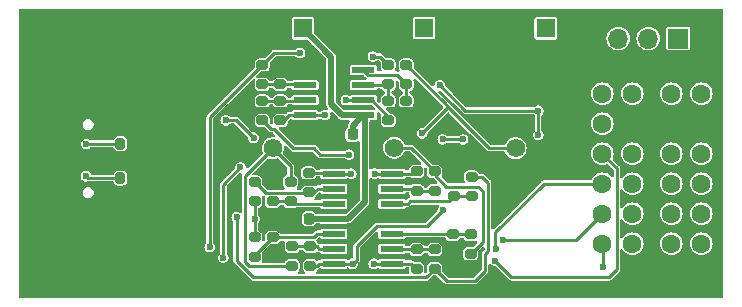
<source format=gbr>
%TF.GenerationSoftware,KiCad,Pcbnew,7.0.6*%
%TF.CreationDate,2023-07-26T14:22:15+03:00*%
%TF.ProjectId,Accelerometru,41636365-6c65-4726-9f6d-657472752e6b,rev?*%
%TF.SameCoordinates,Original*%
%TF.FileFunction,Copper,L2,Bot*%
%TF.FilePolarity,Positive*%
%FSLAX46Y46*%
G04 Gerber Fmt 4.6, Leading zero omitted, Abs format (unit mm)*
G04 Created by KiCad (PCBNEW 7.0.6) date 2023-07-26 14:22:15*
%MOMM*%
%LPD*%
G01*
G04 APERTURE LIST*
G04 Aperture macros list*
%AMRoundRect*
0 Rectangle with rounded corners*
0 $1 Rounding radius*
0 $2 $3 $4 $5 $6 $7 $8 $9 X,Y pos of 4 corners*
0 Add a 4 corners polygon primitive as box body*
4,1,4,$2,$3,$4,$5,$6,$7,$8,$9,$2,$3,0*
0 Add four circle primitives for the rounded corners*
1,1,$1+$1,$2,$3*
1,1,$1+$1,$4,$5*
1,1,$1+$1,$6,$7*
1,1,$1+$1,$8,$9*
0 Add four rect primitives between the rounded corners*
20,1,$1+$1,$2,$3,$4,$5,0*
20,1,$1+$1,$4,$5,$6,$7,0*
20,1,$1+$1,$6,$7,$8,$9,0*
20,1,$1+$1,$8,$9,$2,$3,0*%
G04 Aperture macros list end*
%TA.AperFunction,ComponentPad*%
%ADD10O,1.800000X1.000000*%
%TD*%
%TA.AperFunction,ComponentPad*%
%ADD11O,2.100000X1.000000*%
%TD*%
%TA.AperFunction,ComponentPad*%
%ADD12R,1.574800X1.574800*%
%TD*%
%TA.AperFunction,ComponentPad*%
%ADD13C,1.574800*%
%TD*%
%TA.AperFunction,ComponentPad*%
%ADD14C,1.600200*%
%TD*%
%TA.AperFunction,ComponentPad*%
%ADD15R,1.700000X1.700000*%
%TD*%
%TA.AperFunction,ComponentPad*%
%ADD16O,1.700000X1.700000*%
%TD*%
%TA.AperFunction,SMDPad,CuDef*%
%ADD17RoundRect,0.200000X0.275000X-0.200000X0.275000X0.200000X-0.275000X0.200000X-0.275000X-0.200000X0*%
%TD*%
%TA.AperFunction,SMDPad,CuDef*%
%ADD18RoundRect,0.200000X-0.275000X0.200000X-0.275000X-0.200000X0.275000X-0.200000X0.275000X0.200000X0*%
%TD*%
%TA.AperFunction,SMDPad,CuDef*%
%ADD19RoundRect,0.200000X0.200000X0.275000X-0.200000X0.275000X-0.200000X-0.275000X0.200000X-0.275000X0*%
%TD*%
%TA.AperFunction,SMDPad,CuDef*%
%ADD20R,1.969999X0.558000*%
%TD*%
%TA.AperFunction,SMDPad,CuDef*%
%ADD21RoundRect,0.225000X0.225000X0.250000X-0.225000X0.250000X-0.225000X-0.250000X0.225000X-0.250000X0*%
%TD*%
%TA.AperFunction,ViaPad*%
%ADD22C,0.600000*%
%TD*%
%TA.AperFunction,Conductor*%
%ADD23C,0.254000*%
%TD*%
%TA.AperFunction,Conductor*%
%ADD24C,0.500000*%
%TD*%
G04 APERTURE END LIST*
D10*
%TO.P,J1,13,GND*%
%TO.N,GND*%
X166624800Y-72133998D03*
%TO.P,J1,14,GND*%
X166624800Y-80774002D03*
D11*
%TO.P,J1,15,GND*%
X170804800Y-72133998D03*
%TO.P,J1,16,GND*%
X170804800Y-80774002D03*
%TD*%
D12*
%TO.P,POT1,1,1*%
%TO.N,+3V3*%
X188468000Y-65430400D03*
D13*
%TO.P,POT1,2,2*%
%TO.N,Vx_off*%
X185928000Y-75565000D03*
%TO.P,POT1,3,3*%
%TO.N,GND*%
X183388000Y-65430400D03*
%TD*%
D12*
%TO.P,POT2,1,1*%
%TO.N,+3V3*%
X198755000Y-65405000D03*
D13*
%TO.P,POT2,2,2*%
%TO.N,Vy_off*%
X196215000Y-75539600D03*
%TO.P,POT2,3,3*%
%TO.N,GND*%
X193675000Y-65405000D03*
%TD*%
D12*
%TO.P,POT3,1,1*%
%TO.N,+3V3*%
X209029300Y-65430400D03*
D13*
%TO.P,POT3,2,2*%
%TO.N,Vz_off*%
X206489300Y-75565000D03*
%TO.P,POT3,3,3*%
%TO.N,GND*%
X203949300Y-65430400D03*
%TD*%
D14*
%TO.P,J4,1,1*%
%TO.N,Out_X+*%
X213829900Y-83660600D03*
%TO.P,J4,2,2*%
%TO.N,Out_X-*%
X213829900Y-81120600D03*
%TO.P,J4,3,3*%
%TO.N,Out_Y+*%
X213829900Y-78580600D03*
%TO.P,J4,4,4*%
%TO.N,Out_Y-*%
X213829900Y-76040600D03*
%TO.P,J4,5,5*%
%TO.N,Out_Z+*%
X213829900Y-73500600D03*
%TO.P,J4,6,6*%
%TO.N,Out_Z-*%
X213829900Y-70960600D03*
%TO.P,J4,7,7*%
%TO.N,CS*%
X216369900Y-83660600D03*
%TO.P,J4,8,8*%
%TO.N,MOSI*%
X216369900Y-81120600D03*
%TO.P,J4,9,9*%
%TO.N,MISO*%
X216369900Y-78580600D03*
%TO.P,J4,10,10*%
%TO.N,SCLK*%
X216369900Y-76040600D03*
%TO.P,J4,11,11*%
%TO.N,GND*%
X216369900Y-73500600D03*
%TO.P,J4,12,12*%
%TO.N,+3V3*%
X216369900Y-70960600D03*
%TD*%
%TO.P,J3,1,1*%
%TO.N,CS*%
X219671900Y-83660600D03*
%TO.P,J3,2,2*%
%TO.N,MOSI*%
X219671900Y-81120600D03*
%TO.P,J3,3,3*%
%TO.N,MISO*%
X219671900Y-78580600D03*
%TO.P,J3,4,4*%
%TO.N,SCLK*%
X219671900Y-76040600D03*
%TO.P,J3,5,5*%
%TO.N,GND*%
X219671900Y-73500600D03*
%TO.P,J3,6,6*%
%TO.N,3v3_FPGA*%
X219671900Y-70960600D03*
%TO.P,J3,7,7*%
%TO.N,unconnected-(J3-Pad7)*%
X222211900Y-83660600D03*
%TO.P,J3,8,8*%
%TO.N,unconnected-(J3-Pad8)*%
X222211900Y-81120600D03*
%TO.P,J3,9,9*%
%TO.N,unconnected-(J3-Pad9)*%
X222211900Y-78580600D03*
%TO.P,J3,10,10*%
%TO.N,unconnected-(J3-Pad10)*%
X222211900Y-76040600D03*
%TO.P,J3,11,11*%
%TO.N,GND*%
X222211900Y-73500600D03*
%TO.P,J3,12,12*%
%TO.N,3v3_FPGA*%
X222211900Y-70960600D03*
%TD*%
D15*
%TO.P,J2,1,1*%
%TO.N,3v3_FPGA*%
X220265000Y-66290000D03*
D16*
%TO.P,J2,2,2*%
%TO.N,+3V3*%
X217725000Y-66290000D03*
%TO.P,J2,3,3*%
%TO.N,3v3_EXT*%
X215185000Y-66290000D03*
%TD*%
D17*
%TO.P,R8,1*%
%TO.N,/INB-*%
X188976000Y-79311000D03*
%TO.P,R8,2*%
%TO.N,Out_X-*%
X188976000Y-77661000D03*
%TD*%
D18*
%TO.P,R24,1*%
%TO.N,/284_INB-*%
X195707000Y-71565000D03*
%TO.P,R24,2*%
%TO.N,Out_Z-*%
X195707000Y-73215000D03*
%TD*%
%TO.P,R25,2*%
%TO.N,/284_INB+*%
X197231000Y-70167000D03*
%TO.P,R25,1*%
%TO.N,Vz_off*%
X197231000Y-68517000D03*
%TD*%
D17*
%TO.P,R18,1*%
%TO.N,GND*%
X201168000Y-84518000D03*
%TO.P,R18,2*%
%TO.N,/IND+*%
X201168000Y-82868000D03*
%TD*%
D18*
%TO.P,R11,1*%
%TO.N,Vy_off*%
X199644000Y-77534000D03*
%TO.P,R11,2*%
%TO.N,/INC-*%
X199644000Y-79184000D03*
%TD*%
%TO.P,R5,1*%
%TO.N,Xout*%
X184404000Y-83122000D03*
%TO.P,R5,2*%
%TO.N,/INA+*%
X184404000Y-84772000D03*
%TD*%
D19*
%TO.P,R1,1*%
%TO.N,GND*%
X174688000Y-75184000D03*
%TO.P,R1,2*%
%TO.N,/CC1*%
X173038000Y-75184000D03*
%TD*%
D17*
%TO.P,R6,1*%
%TO.N,GND*%
X185928000Y-84772000D03*
%TO.P,R6,2*%
%TO.N,/INA+*%
X185928000Y-83122000D03*
%TD*%
D19*
%TO.P,R2,1*%
%TO.N,GND*%
X174688000Y-78105000D03*
%TO.P,R2,2*%
%TO.N,/CC2*%
X173038000Y-78105000D03*
%TD*%
D18*
%TO.P,R9,1*%
%TO.N,Vx_off*%
X187452000Y-78423000D03*
%TO.P,R9,2*%
%TO.N,/INB+*%
X187452000Y-80073000D03*
%TD*%
D20*
%TO.P,U3,1,OUTA*%
%TO.N,Out_X+*%
X191084200Y-85344000D03*
%TO.P,U3,2,-INA*%
%TO.N,/INA-*%
X191084200Y-84074000D03*
%TO.P,U3,3,+INA*%
%TO.N,/INA+*%
X191084200Y-82804000D03*
%TO.P,U3,4,V+*%
%TO.N,+3V3*%
X191084200Y-81534000D03*
%TO.P,U3,5,+INB*%
%TO.N,/INB+*%
X191084200Y-80264000D03*
%TO.P,U3,6,-INB*%
%TO.N,/INB-*%
X191084200Y-78994000D03*
%TO.P,U3,7,OUTB*%
%TO.N,Out_X-*%
X191084200Y-77724000D03*
%TO.P,U3,8,OUTC*%
%TO.N,Out_Y+*%
X196011800Y-77724000D03*
%TO.P,U3,9,-INC*%
%TO.N,/INC-*%
X196011800Y-78994000D03*
%TO.P,U3,10,+INC*%
%TO.N,/INC+*%
X196011800Y-80264000D03*
%TO.P,U3,11,V-*%
%TO.N,GND*%
X196011800Y-81534000D03*
%TO.P,U3,12,+IND*%
%TO.N,/IND+*%
X196011800Y-82804000D03*
%TO.P,U3,13,-IND*%
%TO.N,/IND-*%
X196011800Y-84074000D03*
%TO.P,U3,14,OUTD*%
%TO.N,Out_Y-*%
X196011800Y-85344000D03*
%TD*%
D17*
%TO.P,R7,1*%
%TO.N,Xout*%
X184404000Y-80073000D03*
%TO.P,R7,2*%
%TO.N,/INB-*%
X184404000Y-78423000D03*
%TD*%
D18*
%TO.P,R16,1*%
%TO.N,/IND-*%
X198120000Y-84138000D03*
%TO.P,R16,2*%
%TO.N,Out_Y-*%
X198120000Y-85788000D03*
%TD*%
%TO.P,R23,2*%
%TO.N,/284_INB-*%
X195707000Y-70167000D03*
%TO.P,R23,1*%
%TO.N,Zout*%
X195707000Y-68517000D03*
%TD*%
%TO.P,R22,1*%
%TO.N,GND*%
X186563000Y-68517000D03*
%TO.P,R22,2*%
%TO.N,/284_INA+*%
X186563000Y-70167000D03*
%TD*%
%TO.P,R13,1*%
%TO.N,Yout*%
X202780000Y-78005000D03*
%TO.P,R13,2*%
%TO.N,/INC+*%
X202780000Y-79655000D03*
%TD*%
D17*
%TO.P,R15,1*%
%TO.N,Yout*%
X199644000Y-85788000D03*
%TO.P,R15,2*%
%TO.N,/IND-*%
X199644000Y-84138000D03*
%TD*%
D20*
%TO.P,U4,1,OUTA*%
%TO.N,Out_Z+*%
X188671200Y-72771000D03*
%TO.P,U4,2,-INA*%
%TO.N,/284_INA-*%
X188671200Y-71501000D03*
%TO.P,U4,3,+INA*%
%TO.N,/284_INA+*%
X188671200Y-70231000D03*
%TO.P,U4,4,V-*%
%TO.N,GND*%
X188671200Y-68961000D03*
%TO.P,U4,5,+INB*%
%TO.N,/284_INB+*%
X193598800Y-68961000D03*
%TO.P,U4,6,-INB*%
%TO.N,/284_INB-*%
X193598800Y-70231000D03*
%TO.P,U4,7,OUTB*%
%TO.N,Out_Z-*%
X193598800Y-71501000D03*
%TO.P,U4,8,V+*%
%TO.N,+3V3*%
X193598800Y-72771000D03*
%TD*%
D18*
%TO.P,R21,1*%
%TO.N,Zout*%
X185039000Y-68517000D03*
%TO.P,R21,2*%
%TO.N,/284_INA+*%
X185039000Y-70167000D03*
%TD*%
%TO.P,R14,1*%
%TO.N,GND*%
X201240000Y-78005000D03*
%TO.P,R14,2*%
%TO.N,/INC+*%
X201240000Y-79655000D03*
%TD*%
%TO.P,R4,2*%
%TO.N,Out_X+*%
X189103000Y-85534000D03*
%TO.P,R4,1*%
%TO.N,/INA-*%
X189103000Y-83884000D03*
%TD*%
D17*
%TO.P,R17,2*%
%TO.N,/IND+*%
X202692000Y-82868000D03*
%TO.P,R17,1*%
%TO.N,Vy_off*%
X202692000Y-84518000D03*
%TD*%
%TO.P,R12,1*%
%TO.N,/INC-*%
X198120000Y-79184000D03*
%TO.P,R12,2*%
%TO.N,Out_Y+*%
X198120000Y-77534000D03*
%TD*%
D21*
%TO.P,C8,1*%
%TO.N,+3V3*%
X188989000Y-81534000D03*
%TO.P,C8,2*%
%TO.N,GND*%
X187439000Y-81534000D03*
%TD*%
%TO.P,C9,1*%
%TO.N,+3V3*%
X192685000Y-74410000D03*
%TO.P,C9,2*%
%TO.N,GND*%
X191135000Y-74410000D03*
%TD*%
D17*
%TO.P,R26,1*%
%TO.N,GND*%
X197231000Y-73215000D03*
%TO.P,R26,2*%
%TO.N,/284_INB+*%
X197231000Y-71565000D03*
%TD*%
D18*
%TO.P,R10,1*%
%TO.N,GND*%
X185928000Y-78423000D03*
%TO.P,R10,2*%
%TO.N,/INB+*%
X185928000Y-80073000D03*
%TD*%
D17*
%TO.P,R19,1*%
%TO.N,Vz_off*%
X185039000Y-73215000D03*
%TO.P,R19,2*%
%TO.N,/284_INA-*%
X185039000Y-71565000D03*
%TD*%
D18*
%TO.P,R20,1*%
%TO.N,/284_INA-*%
X186563000Y-71565000D03*
%TO.P,R20,2*%
%TO.N,Out_Z+*%
X186563000Y-73215000D03*
%TD*%
D17*
%TO.P,R3,1*%
%TO.N,Vx_off*%
X187579000Y-85534000D03*
%TO.P,R3,2*%
%TO.N,/INA-*%
X187579000Y-83884000D03*
%TD*%
D22*
%TO.N,Out_Z-*%
X184310000Y-74680000D03*
X181960000Y-73200000D03*
%TO.N,Out_Z+*%
X183200000Y-77200000D03*
X181740000Y-84830000D03*
%TO.N,GND*%
X197820000Y-81300000D03*
X186632750Y-77612750D03*
X190090000Y-74490000D03*
%TO.N,Out_X+*%
X192690000Y-85344000D03*
%TO.N,Xout*%
X184404000Y-81534000D03*
%TO.N,GND*%
X171831000Y-83693000D03*
X202730000Y-85780000D03*
X168656000Y-83693000D03*
X171831000Y-86106000D03*
X168656000Y-86106000D03*
%TO.N,Yout*%
X182880000Y-81407000D03*
%TO.N,Zout*%
X188240000Y-67510000D03*
X194410000Y-67810000D03*
X180594000Y-83947000D03*
%TO.N,Out_X+*%
X200330000Y-80840000D03*
X213868000Y-85598000D03*
%TO.N,Out_X-*%
X205431297Y-83366703D03*
X192576000Y-77724000D03*
%TO.N,Out_Y+*%
X194560000Y-77724000D03*
X204840000Y-84110000D03*
%TO.N,Out_Y-*%
X194490000Y-85344000D03*
X204720000Y-85080000D03*
%TO.N,Out_Z+*%
X202050000Y-74826500D03*
X200320000Y-74826500D03*
X190373000Y-72771000D03*
%TO.N,Out_Z-*%
X208407000Y-72390000D03*
X200080000Y-70230000D03*
X208407000Y-74422000D03*
X192110000Y-71501000D03*
%TO.N,Vz_off*%
X192390000Y-76110000D03*
X198580000Y-74310000D03*
%TO.N,/CC2*%
X170120000Y-77940000D03*
%TO.N,/CC1*%
X170150000Y-75210000D03*
%TD*%
D23*
%TO.N,Out_Z+*%
X181740000Y-78660000D02*
X181740000Y-84830000D01*
X183200000Y-77200000D02*
X181740000Y-78660000D01*
%TO.N,Out_Z-*%
X182830000Y-73200000D02*
X181960000Y-73200000D01*
X184310000Y-74680000D02*
X182830000Y-73200000D01*
%TO.N,/284_INB+*%
X193987800Y-69350000D02*
X193598800Y-68961000D01*
X196414000Y-69350000D02*
X193987800Y-69350000D01*
X197231000Y-70167000D02*
X196414000Y-69350000D01*
D24*
%TO.N,+3V3*%
X192296000Y-81534000D02*
X191084200Y-81534000D01*
X193720000Y-80110000D02*
X192296000Y-81534000D01*
X193720000Y-72892200D02*
X193720000Y-80110000D01*
X193598800Y-72771000D02*
X193720000Y-72892200D01*
D23*
%TO.N,GND*%
X197586000Y-81534000D02*
X197820000Y-81300000D01*
X196011800Y-81534000D02*
X197586000Y-81534000D01*
%TO.N,Out_Z-*%
X193598800Y-71501000D02*
X192110000Y-71501000D01*
%TO.N,GND*%
X190170000Y-74410000D02*
X191135000Y-74410000D01*
X190090000Y-74490000D02*
X190170000Y-74410000D01*
%TO.N,Out_Y-*%
X196011800Y-85344000D02*
X194490000Y-85344000D01*
%TO.N,Out_X+*%
X193040000Y-84994000D02*
X193040000Y-83857801D01*
X192690000Y-85344000D02*
X193040000Y-84994000D01*
X193040000Y-83857801D02*
X194737801Y-82160000D01*
X199010000Y-82160000D02*
X200330000Y-80840000D01*
X194737801Y-82160000D02*
X199010000Y-82160000D01*
X192690000Y-85344000D02*
X191084200Y-85344000D01*
%TO.N,Out_X-*%
X192576000Y-77724000D02*
X191084200Y-77724000D01*
%TO.N,/CC2*%
X170285000Y-78105000D02*
X173038000Y-78105000D01*
X170120000Y-77940000D02*
X170285000Y-78105000D01*
%TO.N,Xout*%
X184404000Y-81534000D02*
X184404000Y-80073000D01*
X184404000Y-81534000D02*
X184404000Y-83122000D01*
%TO.N,GND*%
X185928000Y-78317500D02*
X185928000Y-78423000D01*
X202080000Y-85770000D02*
X202720000Y-85770000D01*
X202720000Y-85770000D02*
X202730000Y-85780000D01*
X201168000Y-84858000D02*
X202080000Y-85770000D01*
D24*
X188227200Y-68517000D02*
X188671200Y-68961000D01*
D23*
X186632750Y-77612750D02*
X185928000Y-78317500D01*
X201168000Y-84518000D02*
X201168000Y-84858000D01*
D24*
X186563000Y-68517000D02*
X188227200Y-68517000D01*
D23*
%TO.N,Yout*%
X203910000Y-85930000D02*
X203910000Y-84500000D01*
X198917000Y-86515000D02*
X199644000Y-85788000D01*
X204162000Y-84248000D02*
X204162000Y-78492000D01*
X203910000Y-84500000D02*
X204162000Y-84248000D01*
X203020000Y-86820000D02*
X203910000Y-85930000D01*
X200676000Y-86820000D02*
X203020000Y-86820000D01*
X204162000Y-78492000D02*
X203675000Y-78005000D01*
X184284657Y-86515000D02*
X198917000Y-86515000D01*
X182880000Y-85110343D02*
X184284657Y-86515000D01*
X199644000Y-85788000D02*
X200676000Y-86820000D01*
X182880000Y-81407000D02*
X182880000Y-85110343D01*
X203675000Y-78005000D02*
X202780000Y-78005000D01*
%TO.N,Zout*%
X194410000Y-67810000D02*
X195000000Y-67810000D01*
X195000000Y-67810000D02*
X195707000Y-68517000D01*
X188240000Y-67510000D02*
X186046000Y-67510000D01*
X180594000Y-72962000D02*
X185039000Y-68517000D01*
X186046000Y-67510000D02*
X185039000Y-68517000D01*
X180594000Y-83947000D02*
X180594000Y-72962000D01*
%TO.N,Out_X+*%
X189103000Y-85534000D02*
X189675000Y-85534000D01*
X213868000Y-83698700D02*
X213829900Y-83660600D01*
X213868000Y-85598000D02*
X213868000Y-83698700D01*
X189675000Y-85534000D02*
X189865000Y-85344000D01*
X189865000Y-85344000D02*
X191084200Y-85344000D01*
%TO.N,Out_X-*%
X211583797Y-83366703D02*
X213829900Y-81120600D01*
X205431297Y-83366703D02*
X211583797Y-83366703D01*
X191021200Y-77661000D02*
X191084200Y-77724000D01*
X188976000Y-77661000D02*
X191021200Y-77661000D01*
%TO.N,Out_Y+*%
X197930000Y-77724000D02*
X198120000Y-77534000D01*
X204754297Y-84024297D02*
X204754297Y-82685703D01*
X208859400Y-78580600D02*
X213829900Y-78580600D01*
X196011800Y-77724000D02*
X194560000Y-77724000D01*
X204754297Y-82685703D02*
X208859400Y-78580600D01*
X196011800Y-77724000D02*
X197930000Y-77724000D01*
X204840000Y-84110000D02*
X204754297Y-84024297D01*
%TO.N,Out_Y-*%
X215070000Y-85840000D02*
X215070000Y-77280700D01*
X197676000Y-85344000D02*
X198120000Y-85788000D01*
X204720000Y-85080000D02*
X206140000Y-86500000D01*
X214410000Y-86500000D02*
X215070000Y-85840000D01*
X206140000Y-86500000D02*
X214410000Y-86500000D01*
X215070000Y-77280700D02*
X213829900Y-76040600D01*
X196011800Y-85344000D02*
X197676000Y-85344000D01*
%TO.N,Out_Z+*%
X187325000Y-72771000D02*
X188671200Y-72771000D01*
X186881000Y-73215000D02*
X187325000Y-72771000D01*
X202050000Y-74826500D02*
X200320000Y-74826500D01*
X186563000Y-73215000D02*
X186881000Y-73215000D01*
X188671200Y-72771000D02*
X190373000Y-72771000D01*
%TO.N,Out_Z-*%
X200080000Y-70230000D02*
X202240000Y-72390000D01*
X194304799Y-71501000D02*
X193598800Y-71501000D01*
X208407000Y-74422000D02*
X208407000Y-72390000D01*
X195707000Y-72903201D02*
X194304799Y-71501000D01*
X195707000Y-73215000D02*
X195707000Y-72903201D01*
X202240000Y-72390000D02*
X208407000Y-72390000D01*
%TO.N,Vx_off*%
X187452000Y-77089000D02*
X187452000Y-78423000D01*
X183602000Y-85190291D02*
X183602000Y-77891000D01*
X183602000Y-77891000D02*
X185928000Y-75565000D01*
X187579000Y-85534000D02*
X183945709Y-85534000D01*
X183945709Y-85534000D02*
X183602000Y-85190291D01*
X185928000Y-75565000D02*
X187452000Y-77089000D01*
%TO.N,Vy_off*%
X199644000Y-77534000D02*
X199644000Y-77825291D01*
X197649600Y-75539600D02*
X199644000Y-77534000D01*
X199644000Y-77825291D02*
X200638709Y-78820000D01*
X203708000Y-79178000D02*
X203708000Y-83502000D01*
X200638709Y-78820000D02*
X203350000Y-78820000D01*
X196215000Y-75539600D02*
X197649600Y-75539600D01*
X203350000Y-78820000D02*
X203708000Y-79178000D01*
X203708000Y-83502000D02*
X202692000Y-84518000D01*
%TO.N,Vz_off*%
X202914000Y-74200000D02*
X204279000Y-75565000D01*
X200782000Y-72068000D02*
X202914000Y-74200000D01*
X200487000Y-71773000D02*
X200782000Y-72068000D01*
X204279000Y-75565000D02*
X206489300Y-75565000D01*
X192390000Y-76110000D02*
X189940000Y-76110000D01*
X186042000Y-73942000D02*
X185766000Y-73942000D01*
X189403000Y-75573000D02*
X187673000Y-75573000D01*
X200782000Y-72108000D02*
X200782000Y-72068000D01*
X197231000Y-68517000D02*
X200487000Y-71773000D01*
X189940000Y-76110000D02*
X189403000Y-75573000D01*
X187673000Y-75573000D02*
X186042000Y-73942000D01*
X185766000Y-73942000D02*
X185039000Y-73215000D01*
X198580000Y-74310000D02*
X200782000Y-72108000D01*
D24*
%TO.N,+3V3*%
X192685000Y-74410000D02*
X192685000Y-73684800D01*
X188468000Y-65430400D02*
X190860000Y-67822400D01*
X190860000Y-71810000D02*
X191821000Y-72771000D01*
X190860000Y-67822400D02*
X190860000Y-71810000D01*
X192685000Y-73684800D02*
X193598800Y-72771000D01*
X191821000Y-72771000D02*
X193598800Y-72771000D01*
X188989000Y-81534000D02*
X191084200Y-81534000D01*
D23*
%TO.N,/CC1*%
X170176000Y-75184000D02*
X173038000Y-75184000D01*
X170150000Y-75210000D02*
X170176000Y-75184000D01*
%TO.N,/INA+*%
X189390000Y-83130000D02*
X189716000Y-82804000D01*
X189382000Y-83122000D02*
X189390000Y-83130000D01*
X189716000Y-82804000D02*
X191084200Y-82804000D01*
X185928000Y-83122000D02*
X189382000Y-83122000D01*
X184404000Y-84772000D02*
X184404000Y-84646000D01*
X184404000Y-84646000D02*
X185928000Y-83122000D01*
%TO.N,/INB-*%
X185327000Y-79346000D02*
X188941000Y-79346000D01*
X188976000Y-79311000D02*
X189421000Y-79311000D01*
X184404000Y-78423000D02*
X185327000Y-79346000D01*
X188941000Y-79346000D02*
X188976000Y-79311000D01*
X189738000Y-78994000D02*
X191084200Y-78994000D01*
X189421000Y-79311000D02*
X189738000Y-78994000D01*
%TO.N,/INA-*%
X189865000Y-84074000D02*
X191084200Y-84074000D01*
X187579000Y-83884000D02*
X189103000Y-83884000D01*
X189103000Y-83884000D02*
X189675000Y-83884000D01*
X189675000Y-83884000D02*
X189865000Y-84074000D01*
%TO.N,/INB+*%
X187643000Y-80264000D02*
X191084200Y-80264000D01*
X185928000Y-80073000D02*
X187452000Y-80073000D01*
X187452000Y-80073000D02*
X187643000Y-80264000D01*
%TO.N,/INC-*%
X196011800Y-78994000D02*
X197930000Y-78994000D01*
X197930000Y-78994000D02*
X198120000Y-79184000D01*
X199644000Y-79184000D02*
X198120000Y-79184000D01*
%TO.N,/INC+*%
X200825000Y-80070000D02*
X201240000Y-79655000D01*
X197346000Y-80264000D02*
X197540000Y-80070000D01*
X196011800Y-80264000D02*
X197346000Y-80264000D01*
X197540000Y-80070000D02*
X200825000Y-80070000D01*
X201240000Y-79655000D02*
X202780000Y-79655000D01*
%TO.N,/IND-*%
X199644000Y-84138000D02*
X198120000Y-84138000D01*
X196075800Y-84138000D02*
X196011800Y-84074000D01*
X198120000Y-84138000D02*
X196075800Y-84138000D01*
%TO.N,/IND+*%
X201104000Y-82804000D02*
X196011800Y-82804000D01*
X201168000Y-82868000D02*
X201104000Y-82804000D01*
X202692000Y-82868000D02*
X201168000Y-82868000D01*
%TO.N,/284_INA-*%
X185039000Y-71565000D02*
X186563000Y-71565000D01*
X188607200Y-71565000D02*
X188671200Y-71501000D01*
X186563000Y-71565000D02*
X188607200Y-71565000D01*
%TO.N,/284_INA+*%
X188607200Y-70167000D02*
X188671200Y-70231000D01*
X185039000Y-70167000D02*
X186563000Y-70167000D01*
X186563000Y-70167000D02*
X188607200Y-70167000D01*
%TO.N,/284_INB-*%
X195707000Y-71565000D02*
X195707000Y-70167000D01*
X193598800Y-70231000D02*
X195643000Y-70231000D01*
X195643000Y-70231000D02*
X195707000Y-70167000D01*
%TO.N,/284_INB+*%
X197231000Y-71565000D02*
X197231000Y-70167000D01*
%TD*%
%TA.AperFunction,Conductor*%
%TO.N,GND*%
G36*
X194795633Y-82597125D02*
G01*
X194851566Y-82638997D01*
X194875983Y-82704461D01*
X194876299Y-82713307D01*
X194876299Y-83097822D01*
X194885031Y-83141717D01*
X194885034Y-83141724D01*
X194903521Y-83169392D01*
X194918296Y-83191504D01*
X194968078Y-83224767D01*
X194968081Y-83224767D01*
X194968082Y-83224768D01*
X195011977Y-83233500D01*
X195011980Y-83233500D01*
X197011622Y-83233500D01*
X197055517Y-83224768D01*
X197055517Y-83224767D01*
X197055522Y-83224767D01*
X197105304Y-83191504D01*
X197138567Y-83141722D01*
X197138566Y-83141722D01*
X197141983Y-83136610D01*
X197195595Y-83091804D01*
X197245085Y-83081500D01*
X200433799Y-83081500D01*
X200500838Y-83101185D01*
X200546593Y-83153989D01*
X200552272Y-83168891D01*
X200552426Y-83169391D01*
X200552427Y-83169393D01*
X200574743Y-83215041D01*
X200603803Y-83274485D01*
X200686514Y-83357196D01*
X200686515Y-83357196D01*
X200686517Y-83357198D01*
X200791607Y-83408573D01*
X200825673Y-83413536D01*
X200859739Y-83418500D01*
X200859740Y-83418500D01*
X201476261Y-83418500D01*
X201498971Y-83415190D01*
X201544393Y-83408573D01*
X201649483Y-83357198D01*
X201732198Y-83274483D01*
X201761257Y-83215040D01*
X201808385Y-83163458D01*
X201872658Y-83145500D01*
X201987342Y-83145500D01*
X202054381Y-83165185D01*
X202098743Y-83215041D01*
X202127802Y-83274484D01*
X202210514Y-83357196D01*
X202210515Y-83357196D01*
X202210517Y-83357198D01*
X202315607Y-83408573D01*
X202349673Y-83413536D01*
X202383739Y-83418500D01*
X202383740Y-83418500D01*
X203000261Y-83418500D01*
X203034326Y-83413536D01*
X203068393Y-83408573D01*
X203068394Y-83408572D01*
X203077595Y-83405730D01*
X203078084Y-83407314D01*
X203136012Y-83397418D01*
X203200313Y-83424754D01*
X203239626Y-83482514D01*
X203241471Y-83552360D01*
X203209295Y-83608260D01*
X203125371Y-83692185D01*
X202886373Y-83931182D01*
X202825052Y-83964666D01*
X202798694Y-83967500D01*
X202383739Y-83967500D01*
X202315608Y-83977426D01*
X202210514Y-84028803D01*
X202127803Y-84111514D01*
X202076426Y-84216608D01*
X202066500Y-84284739D01*
X202066500Y-84751260D01*
X202076426Y-84819391D01*
X202127803Y-84924485D01*
X202210514Y-85007196D01*
X202210515Y-85007196D01*
X202210517Y-85007198D01*
X202315607Y-85058573D01*
X202339094Y-85061995D01*
X202383739Y-85068500D01*
X202383740Y-85068500D01*
X203000261Y-85068500D01*
X203028400Y-85064400D01*
X203068393Y-85058573D01*
X203173483Y-85007198D01*
X203256198Y-84924483D01*
X203307573Y-84819393D01*
X203317500Y-84751260D01*
X203317500Y-84336305D01*
X203337185Y-84269266D01*
X203353815Y-84248628D01*
X203672819Y-83929623D01*
X203734142Y-83896139D01*
X203803834Y-83901123D01*
X203859767Y-83942995D01*
X203884184Y-84008459D01*
X203884500Y-84017307D01*
X203884499Y-84081695D01*
X203864813Y-84148734D01*
X203848180Y-84169374D01*
X203755050Y-84262504D01*
X203748570Y-84268144D01*
X203739875Y-84274711D01*
X203710205Y-84307256D01*
X203708231Y-84309324D01*
X203695592Y-84321963D01*
X203695582Y-84321975D01*
X203694365Y-84323752D01*
X203689044Y-84330468D01*
X203669978Y-84351384D01*
X203669977Y-84351386D01*
X203668063Y-84356327D01*
X203654741Y-84381600D01*
X203651750Y-84385966D01*
X203651747Y-84385971D01*
X203645266Y-84413523D01*
X203642725Y-84421730D01*
X203632500Y-84448125D01*
X203632500Y-84453422D01*
X203629206Y-84481812D01*
X203627995Y-84486958D01*
X203627995Y-84486962D01*
X203629083Y-84494765D01*
X203631905Y-84514991D01*
X203632500Y-84523566D01*
X203632500Y-85763693D01*
X203612815Y-85830732D01*
X203596181Y-85851374D01*
X202941375Y-86506181D01*
X202880052Y-86539666D01*
X202853694Y-86542500D01*
X200842306Y-86542500D01*
X200775267Y-86522815D01*
X200754625Y-86506181D01*
X200305819Y-86057375D01*
X200272334Y-85996052D01*
X200269500Y-85969694D01*
X200269500Y-85554739D01*
X200259573Y-85486608D01*
X200259204Y-85485853D01*
X200208198Y-85381517D01*
X200208196Y-85381515D01*
X200208196Y-85381514D01*
X200125485Y-85298803D01*
X200020391Y-85247426D01*
X199952261Y-85237500D01*
X199952260Y-85237500D01*
X199335740Y-85237500D01*
X199335739Y-85237500D01*
X199267608Y-85247426D01*
X199162514Y-85298803D01*
X199079803Y-85381514D01*
X199028426Y-85486608D01*
X199018500Y-85554739D01*
X199018500Y-85969693D01*
X198998815Y-86036732D01*
X198982183Y-86057372D01*
X198957183Y-86082373D01*
X198895861Y-86115860D01*
X198826169Y-86110877D01*
X198770234Y-86069006D01*
X198745816Y-86003543D01*
X198745500Y-85994694D01*
X198745500Y-85554739D01*
X198735573Y-85486608D01*
X198735204Y-85485853D01*
X198684198Y-85381517D01*
X198684196Y-85381515D01*
X198684196Y-85381514D01*
X198601485Y-85298803D01*
X198496391Y-85247426D01*
X198428261Y-85237500D01*
X198428260Y-85237500D01*
X198013306Y-85237500D01*
X197946267Y-85217815D01*
X197925625Y-85201181D01*
X197925624Y-85201181D01*
X197913487Y-85189043D01*
X197907850Y-85182565D01*
X197901286Y-85173872D01*
X197868730Y-85144193D01*
X197866680Y-85142236D01*
X197854039Y-85129595D01*
X197854029Y-85129587D01*
X197852259Y-85128374D01*
X197845529Y-85123043D01*
X197824616Y-85103978D01*
X197824614Y-85103977D01*
X197819671Y-85102062D01*
X197794398Y-85088740D01*
X197790033Y-85085750D01*
X197790030Y-85085748D01*
X197762483Y-85079269D01*
X197754274Y-85076727D01*
X197741497Y-85071777D01*
X197727874Y-85066500D01*
X197727873Y-85066500D01*
X197722577Y-85066500D01*
X197694188Y-85063206D01*
X197689038Y-85061995D01*
X197689037Y-85061995D01*
X197661008Y-85065905D01*
X197652433Y-85066500D01*
X197245085Y-85066500D01*
X197178046Y-85046815D01*
X197141983Y-85011390D01*
X197105304Y-84956496D01*
X197105303Y-84956495D01*
X197055524Y-84923234D01*
X197055517Y-84923231D01*
X197011622Y-84914500D01*
X197011620Y-84914500D01*
X195011980Y-84914500D01*
X195011978Y-84914500D01*
X194968082Y-84923231D01*
X194968075Y-84923234D01*
X194918295Y-84956496D01*
X194911490Y-84963301D01*
X194850166Y-84996784D01*
X194780475Y-84991797D01*
X194756774Y-84979933D01*
X194679066Y-84929994D01*
X194554774Y-84893500D01*
X194554772Y-84893500D01*
X194425228Y-84893500D01*
X194425226Y-84893500D01*
X194300935Y-84929994D01*
X194300932Y-84929995D01*
X194300931Y-84929996D01*
X194267044Y-84951774D01*
X194191950Y-85000033D01*
X194107118Y-85097937D01*
X194107117Y-85097938D01*
X194053302Y-85215774D01*
X194034867Y-85344000D01*
X194053302Y-85472225D01*
X194079916Y-85530500D01*
X194107118Y-85590063D01*
X194191951Y-85687967D01*
X194300931Y-85758004D01*
X194425225Y-85794499D01*
X194425227Y-85794500D01*
X194425228Y-85794500D01*
X194554773Y-85794500D01*
X194554773Y-85794499D01*
X194609823Y-85778336D01*
X194679064Y-85758006D01*
X194679065Y-85758005D01*
X194679069Y-85758004D01*
X194756775Y-85708065D01*
X194823812Y-85688382D01*
X194890852Y-85708067D01*
X194911493Y-85724701D01*
X194918295Y-85731503D01*
X194918296Y-85731504D01*
X194968078Y-85764767D01*
X194968081Y-85764767D01*
X194968082Y-85764768D01*
X195011977Y-85773500D01*
X195011980Y-85773500D01*
X197011622Y-85773500D01*
X197055517Y-85764768D01*
X197055517Y-85764767D01*
X197055522Y-85764767D01*
X197105304Y-85731504D01*
X197138567Y-85681722D01*
X197138566Y-85681722D01*
X197141983Y-85676610D01*
X197195595Y-85631804D01*
X197245085Y-85621500D01*
X197370500Y-85621500D01*
X197437539Y-85641185D01*
X197483294Y-85693989D01*
X197494500Y-85745499D01*
X197494500Y-86021260D01*
X197503714Y-86084500D01*
X197505335Y-86095623D01*
X197495521Y-86164800D01*
X197449865Y-86217689D01*
X197382863Y-86237500D01*
X189669544Y-86237500D01*
X189602505Y-86217815D01*
X189556750Y-86165011D01*
X189546806Y-86095853D01*
X189575831Y-86032297D01*
X189581863Y-86025819D01*
X189667197Y-85940484D01*
X189667197Y-85940483D01*
X189667198Y-85940483D01*
X189706608Y-85859867D01*
X189753734Y-85808286D01*
X189773223Y-85798698D01*
X189776976Y-85797243D01*
X189776981Y-85797243D01*
X189801055Y-85782336D01*
X189808627Y-85778344D01*
X189834542Y-85766903D01*
X189838279Y-85763165D01*
X189860691Y-85745411D01*
X189865189Y-85742627D01*
X189865189Y-85742625D01*
X189871145Y-85738939D01*
X189938507Y-85720387D01*
X190005203Y-85741197D01*
X190005268Y-85741240D01*
X190005307Y-85741267D01*
X190022845Y-85752985D01*
X190040478Y-85764767D01*
X190040481Y-85764767D01*
X190040482Y-85764768D01*
X190084377Y-85773500D01*
X190084380Y-85773500D01*
X192084022Y-85773500D01*
X192127917Y-85764768D01*
X192127917Y-85764767D01*
X192127922Y-85764767D01*
X192177704Y-85731504D01*
X192197074Y-85702514D01*
X192250684Y-85657711D01*
X192320009Y-85649002D01*
X192383037Y-85679157D01*
X192390211Y-85686460D01*
X192391946Y-85687964D01*
X192401321Y-85693989D01*
X192500931Y-85758004D01*
X192625225Y-85794499D01*
X192625227Y-85794500D01*
X192625228Y-85794500D01*
X192754773Y-85794500D01*
X192754773Y-85794499D01*
X192879069Y-85758004D01*
X192988049Y-85687967D01*
X193072882Y-85590063D01*
X193126697Y-85472226D01*
X193145133Y-85344000D01*
X193145133Y-85343998D01*
X193145133Y-85335130D01*
X193148314Y-85335130D01*
X193156029Y-85281471D01*
X193181140Y-85245303D01*
X193194959Y-85231484D01*
X193201441Y-85225844D01*
X193210123Y-85219288D01*
X193210128Y-85219286D01*
X193239815Y-85186719D01*
X193241723Y-85184720D01*
X193254406Y-85172039D01*
X193255624Y-85170259D01*
X193260954Y-85163530D01*
X193280022Y-85142615D01*
X193281932Y-85137684D01*
X193295259Y-85112399D01*
X193298253Y-85108029D01*
X193299641Y-85102129D01*
X193300878Y-85096868D01*
X193304733Y-85080472D01*
X193307272Y-85072271D01*
X193317500Y-85045874D01*
X193317500Y-85040579D01*
X193320794Y-85012188D01*
X193320982Y-85011390D01*
X193322006Y-85007037D01*
X193318094Y-84978998D01*
X193317500Y-84970424D01*
X193317500Y-84367822D01*
X194876299Y-84367822D01*
X194885031Y-84411717D01*
X194885034Y-84411724D01*
X194918295Y-84461503D01*
X194918296Y-84461504D01*
X194968078Y-84494767D01*
X194968081Y-84494767D01*
X194968082Y-84494768D01*
X195011977Y-84503500D01*
X195011980Y-84503500D01*
X197011622Y-84503500D01*
X197055517Y-84494768D01*
X197055517Y-84494767D01*
X197055522Y-84494767D01*
X197105304Y-84461504D01*
X197105308Y-84461497D01*
X197113942Y-84452866D01*
X197116903Y-84455827D01*
X197152864Y-84425791D01*
X197202323Y-84415500D01*
X197415342Y-84415500D01*
X197482381Y-84435185D01*
X197526742Y-84485040D01*
X197531497Y-84494765D01*
X197555802Y-84544484D01*
X197638514Y-84627196D01*
X197638515Y-84627196D01*
X197638517Y-84627198D01*
X197743607Y-84678573D01*
X197777673Y-84683536D01*
X197811739Y-84688500D01*
X197811740Y-84688500D01*
X198428261Y-84688500D01*
X198452412Y-84684981D01*
X198496393Y-84678573D01*
X198601483Y-84627198D01*
X198684198Y-84544483D01*
X198713257Y-84485040D01*
X198760385Y-84433458D01*
X198824658Y-84415500D01*
X198939342Y-84415500D01*
X199006381Y-84435185D01*
X199050742Y-84485040D01*
X199055497Y-84494765D01*
X199079802Y-84544484D01*
X199162514Y-84627196D01*
X199162515Y-84627196D01*
X199162517Y-84627198D01*
X199267607Y-84678573D01*
X199301673Y-84683536D01*
X199335739Y-84688500D01*
X199335740Y-84688500D01*
X199952261Y-84688500D01*
X199976412Y-84684981D01*
X200020393Y-84678573D01*
X200125483Y-84627198D01*
X200208198Y-84544483D01*
X200259573Y-84439393D01*
X200269500Y-84371260D01*
X200269500Y-83904740D01*
X200259573Y-83836607D01*
X200208198Y-83731517D01*
X200208196Y-83731515D01*
X200208196Y-83731514D01*
X200125485Y-83648803D01*
X200116210Y-83644269D01*
X200020393Y-83597427D01*
X200020391Y-83597426D01*
X199952261Y-83587500D01*
X199952260Y-83587500D01*
X199335740Y-83587500D01*
X199335739Y-83587500D01*
X199267608Y-83597426D01*
X199162514Y-83648803D01*
X199079802Y-83731515D01*
X199050743Y-83790959D01*
X199003615Y-83842542D01*
X198939342Y-83860500D01*
X198824658Y-83860500D01*
X198757619Y-83840815D01*
X198713257Y-83790959D01*
X198710035Y-83784369D01*
X198684198Y-83731517D01*
X198684197Y-83731516D01*
X198684197Y-83731515D01*
X198601485Y-83648803D01*
X198592210Y-83644269D01*
X198496393Y-83597427D01*
X198496391Y-83597426D01*
X198428261Y-83587500D01*
X198428260Y-83587500D01*
X197811740Y-83587500D01*
X197811739Y-83587500D01*
X197743608Y-83597426D01*
X197638514Y-83648803D01*
X197555802Y-83731515D01*
X197526743Y-83790959D01*
X197479615Y-83842542D01*
X197415342Y-83860500D01*
X197265041Y-83860500D01*
X197198002Y-83840815D01*
X197152247Y-83788011D01*
X197143424Y-83760692D01*
X197138568Y-83736282D01*
X197138567Y-83736281D01*
X197138567Y-83736278D01*
X197132726Y-83727537D01*
X197105304Y-83686496D01*
X197105303Y-83686495D01*
X197055524Y-83653234D01*
X197055517Y-83653231D01*
X197011622Y-83644500D01*
X197011620Y-83644500D01*
X195011980Y-83644500D01*
X195011978Y-83644500D01*
X194968082Y-83653231D01*
X194968075Y-83653234D01*
X194918296Y-83686495D01*
X194918295Y-83686496D01*
X194885034Y-83736275D01*
X194885031Y-83736282D01*
X194876300Y-83780177D01*
X194876300Y-83780180D01*
X194876300Y-84367820D01*
X194876300Y-84367822D01*
X194876299Y-84367822D01*
X193317500Y-84367822D01*
X193317500Y-84024106D01*
X193337185Y-83957067D01*
X193353814Y-83936430D01*
X194664620Y-82625624D01*
X194725941Y-82592141D01*
X194795633Y-82597125D01*
G37*
%TD.AperFunction*%
%TA.AperFunction,Conductor*%
G36*
X190999316Y-72519716D02*
G01*
X191019958Y-72536351D01*
X191267569Y-72783961D01*
X191492950Y-73009342D01*
X191582658Y-73099050D01*
X191602395Y-73109106D01*
X191618981Y-73119269D01*
X191636910Y-73132296D01*
X191636912Y-73132296D01*
X191636913Y-73132297D01*
X191657974Y-73139140D01*
X191675953Y-73146586D01*
X191695696Y-73156646D01*
X191717585Y-73160112D01*
X191736501Y-73164653D01*
X191757567Y-73171499D01*
X191786924Y-73171499D01*
X191786948Y-73171500D01*
X191789481Y-73171500D01*
X192332545Y-73171500D01*
X192399584Y-73191185D01*
X192445339Y-73243989D01*
X192455283Y-73313147D01*
X192426258Y-73376703D01*
X192420226Y-73383181D01*
X192379513Y-73423894D01*
X192356949Y-73446459D01*
X192356948Y-73446460D01*
X192346891Y-73466197D01*
X192336731Y-73482777D01*
X192323706Y-73500705D01*
X192323703Y-73500710D01*
X192316854Y-73521788D01*
X192309413Y-73539752D01*
X192299354Y-73559495D01*
X192295887Y-73581382D01*
X192291347Y-73600291D01*
X192284500Y-73621367D01*
X192284500Y-73753708D01*
X192264815Y-73820747D01*
X192244855Y-73841709D01*
X192246054Y-73842908D01*
X192150174Y-73938787D01*
X192150172Y-73938789D01*
X192095135Y-74051371D01*
X192095134Y-74051373D01*
X192095134Y-74051375D01*
X192084500Y-74124364D01*
X192084500Y-74695636D01*
X192095134Y-74768625D01*
X192095134Y-74768626D01*
X192095135Y-74768628D01*
X192150172Y-74881210D01*
X192238789Y-74969827D01*
X192322357Y-75010680D01*
X192351375Y-75024866D01*
X192424364Y-75035500D01*
X192424370Y-75035500D01*
X192945630Y-75035500D01*
X192945636Y-75035500D01*
X193018625Y-75024866D01*
X193068642Y-75000413D01*
X193140442Y-74965314D01*
X193142181Y-74968872D01*
X193189341Y-74952440D01*
X193257275Y-74968771D01*
X193305596Y-75019237D01*
X193319499Y-75076287D01*
X193319500Y-79892745D01*
X193299815Y-79959784D01*
X193283181Y-79980426D01*
X192193516Y-81070090D01*
X192132193Y-81103575D01*
X192090197Y-81103954D01*
X192090085Y-81105097D01*
X192084023Y-81104500D01*
X192084020Y-81104500D01*
X190084380Y-81104500D01*
X190084378Y-81104500D01*
X190040482Y-81113231D01*
X190029198Y-81117906D01*
X190028656Y-81116599D01*
X189974746Y-81133480D01*
X189972532Y-81133500D01*
X189635799Y-81133500D01*
X189568760Y-81113815D01*
X189530405Y-81070711D01*
X189529794Y-81071148D01*
X189525737Y-81065465D01*
X189524400Y-81063963D01*
X189523945Y-81063033D01*
X189523826Y-81062789D01*
X189523825Y-81062788D01*
X189523824Y-81062786D01*
X189435210Y-80974172D01*
X189322628Y-80919135D01*
X189322626Y-80919134D01*
X189322625Y-80919134D01*
X189249636Y-80908500D01*
X188728364Y-80908500D01*
X188655375Y-80919134D01*
X188655373Y-80919134D01*
X188655371Y-80919135D01*
X188542789Y-80974172D01*
X188454172Y-81062789D01*
X188399135Y-81175371D01*
X188399134Y-81175373D01*
X188399134Y-81175375D01*
X188388500Y-81248364D01*
X188388500Y-81819636D01*
X188399134Y-81892625D01*
X188399134Y-81892626D01*
X188399135Y-81892628D01*
X188454172Y-82005210D01*
X188542789Y-82093827D01*
X188650572Y-82146518D01*
X188655375Y-82148866D01*
X188728364Y-82159500D01*
X188728370Y-82159500D01*
X189249630Y-82159500D01*
X189249636Y-82159500D01*
X189322625Y-82148866D01*
X189380118Y-82120759D01*
X189435210Y-82093827D01*
X189435212Y-82093825D01*
X189523824Y-82005214D01*
X189523824Y-82005212D01*
X189523826Y-82005211D01*
X189524399Y-82004037D01*
X189525609Y-82002713D01*
X189529794Y-81996852D01*
X189530502Y-81997357D01*
X189571529Y-81952456D01*
X189635799Y-81934500D01*
X189972532Y-81934500D01*
X190028812Y-81951025D01*
X190029198Y-81950094D01*
X190037862Y-81953683D01*
X190039571Y-81954185D01*
X190040426Y-81954745D01*
X190040475Y-81954765D01*
X190040478Y-81954767D01*
X190040481Y-81954767D01*
X190040482Y-81954768D01*
X190084377Y-81963500D01*
X190084380Y-81963500D01*
X192084022Y-81963500D01*
X192127917Y-81954768D01*
X192127917Y-81954767D01*
X192127922Y-81954767D01*
X192127926Y-81954764D01*
X192139202Y-81950094D01*
X192139743Y-81951400D01*
X192193654Y-81934520D01*
X192195868Y-81934500D01*
X192359431Y-81934500D01*
X192359433Y-81934500D01*
X192380501Y-81927654D01*
X192399417Y-81923112D01*
X192421304Y-81919646D01*
X192441044Y-81909586D01*
X192459011Y-81902144D01*
X192480090Y-81895296D01*
X192498026Y-81882263D01*
X192514588Y-81872114D01*
X192534342Y-81862050D01*
X192549834Y-81846557D01*
X192549841Y-81846552D01*
X192915439Y-81480954D01*
X194025483Y-80370909D01*
X194048050Y-80348342D01*
X194058107Y-80328601D01*
X194068277Y-80312007D01*
X194074892Y-80302903D01*
X194081296Y-80294090D01*
X194088142Y-80273016D01*
X194095585Y-80255047D01*
X194105646Y-80235304D01*
X194109112Y-80213417D01*
X194113655Y-80194498D01*
X194117146Y-80183754D01*
X194120500Y-80173433D01*
X194120500Y-80046567D01*
X194120500Y-78204150D01*
X194140185Y-78137111D01*
X194192989Y-78091356D01*
X194262147Y-78081412D01*
X194311536Y-78099833D01*
X194370931Y-78138004D01*
X194370933Y-78138004D01*
X194370934Y-78138005D01*
X194495225Y-78174499D01*
X194495227Y-78174500D01*
X194495228Y-78174500D01*
X194624773Y-78174500D01*
X194624773Y-78174499D01*
X194707546Y-78150196D01*
X194749063Y-78138006D01*
X194749063Y-78138005D01*
X194749069Y-78138004D01*
X194787186Y-78113507D01*
X194854221Y-78093824D01*
X194921260Y-78113508D01*
X194923067Y-78114692D01*
X194968078Y-78144767D01*
X194968081Y-78144767D01*
X194968082Y-78144768D01*
X195011977Y-78153500D01*
X195011980Y-78153500D01*
X197011622Y-78153500D01*
X197055517Y-78144768D01*
X197055517Y-78144767D01*
X197055522Y-78144767D01*
X197105304Y-78111504D01*
X197138567Y-78061722D01*
X197138566Y-78061722D01*
X197141983Y-78056610D01*
X197195595Y-78011804D01*
X197245085Y-78001500D01*
X197568403Y-78001500D01*
X197628990Y-78019290D01*
X197629286Y-78018685D01*
X197632832Y-78020418D01*
X197635442Y-78021185D01*
X197638141Y-78023014D01*
X197638516Y-78023197D01*
X197638517Y-78023198D01*
X197743607Y-78074573D01*
X197745742Y-78074884D01*
X197811739Y-78084500D01*
X197811740Y-78084500D01*
X198428261Y-78084500D01*
X198450971Y-78081190D01*
X198496393Y-78074573D01*
X198601483Y-78023198D01*
X198684198Y-77940483D01*
X198735573Y-77835393D01*
X198745500Y-77767260D01*
X198745500Y-77327305D01*
X198765185Y-77260267D01*
X198817989Y-77214512D01*
X198887147Y-77204568D01*
X198950703Y-77233593D01*
X198957166Y-77239611D01*
X198982182Y-77264627D01*
X199015666Y-77325948D01*
X199018500Y-77352306D01*
X199018500Y-77767260D01*
X199028426Y-77835391D01*
X199079803Y-77940485D01*
X199162514Y-78023196D01*
X199162515Y-78023196D01*
X199162517Y-78023198D01*
X199267607Y-78074573D01*
X199269742Y-78074884D01*
X199335739Y-78084500D01*
X199335740Y-78084500D01*
X199459402Y-78084500D01*
X199526441Y-78104185D01*
X199547083Y-78120819D01*
X199848083Y-78421819D01*
X199881568Y-78483142D01*
X199876584Y-78552834D01*
X199834712Y-78608767D01*
X199769248Y-78633184D01*
X199760402Y-78633500D01*
X199335739Y-78633500D01*
X199267608Y-78643426D01*
X199162514Y-78694803D01*
X199079802Y-78777515D01*
X199050743Y-78836959D01*
X199003615Y-78888542D01*
X198939342Y-78906500D01*
X198824658Y-78906500D01*
X198757619Y-78886815D01*
X198713257Y-78836959D01*
X198696883Y-78803466D01*
X198684198Y-78777517D01*
X198684197Y-78777516D01*
X198684197Y-78777515D01*
X198601485Y-78694803D01*
X198496391Y-78643426D01*
X198428261Y-78633500D01*
X198428260Y-78633500D01*
X197811740Y-78633500D01*
X197811739Y-78633500D01*
X197743608Y-78643426D01*
X197704197Y-78662693D01*
X197647158Y-78690578D01*
X197629286Y-78699315D01*
X197628443Y-78697591D01*
X197574459Y-78716352D01*
X197568403Y-78716500D01*
X197245085Y-78716500D01*
X197178046Y-78696815D01*
X197141983Y-78661390D01*
X197105304Y-78606496D01*
X197105303Y-78606495D01*
X197055524Y-78573234D01*
X197055517Y-78573231D01*
X197011622Y-78564500D01*
X197011620Y-78564500D01*
X195011980Y-78564500D01*
X195011978Y-78564500D01*
X194968082Y-78573231D01*
X194968075Y-78573234D01*
X194918296Y-78606495D01*
X194918295Y-78606496D01*
X194885034Y-78656275D01*
X194885031Y-78656282D01*
X194876300Y-78700177D01*
X194876300Y-78700179D01*
X194876300Y-78700180D01*
X194876300Y-79287820D01*
X194876300Y-79287822D01*
X194876299Y-79287822D01*
X194885031Y-79331717D01*
X194885034Y-79331724D01*
X194918295Y-79381503D01*
X194918296Y-79381504D01*
X194968078Y-79414767D01*
X194968081Y-79414767D01*
X194968082Y-79414768D01*
X195011977Y-79423500D01*
X195011980Y-79423500D01*
X197011622Y-79423500D01*
X197055517Y-79414768D01*
X197055517Y-79414767D01*
X197055522Y-79414767D01*
X197105304Y-79381504D01*
X197130658Y-79343557D01*
X197141983Y-79326610D01*
X197195595Y-79281804D01*
X197245085Y-79271500D01*
X197370500Y-79271500D01*
X197437539Y-79291185D01*
X197483294Y-79343989D01*
X197494500Y-79395500D01*
X197494500Y-79417260D01*
X197504426Y-79485391D01*
X197504427Y-79485393D01*
X197555802Y-79590483D01*
X197555803Y-79590484D01*
X197555804Y-79590486D01*
X197561773Y-79598847D01*
X197558648Y-79601077D01*
X197582815Y-79645335D01*
X197577831Y-79715027D01*
X197535959Y-79770960D01*
X197485862Y-79789645D01*
X197486548Y-79792562D01*
X197475360Y-79795193D01*
X197470511Y-79797334D01*
X197443231Y-79805782D01*
X197438017Y-79806757D01*
X197413949Y-79821658D01*
X197406351Y-79825663D01*
X197380458Y-79837097D01*
X197376712Y-79840844D01*
X197354318Y-79858582D01*
X197349810Y-79861373D01*
X197332754Y-79883958D01*
X197327112Y-79890442D01*
X197306573Y-79910980D01*
X197245250Y-79944465D01*
X197175558Y-79939481D01*
X197119625Y-79897609D01*
X197115790Y-79892189D01*
X197105304Y-79876496D01*
X197105303Y-79876495D01*
X197055524Y-79843234D01*
X197055517Y-79843231D01*
X197011622Y-79834500D01*
X197011620Y-79834500D01*
X195011980Y-79834500D01*
X195011978Y-79834500D01*
X194968082Y-79843231D01*
X194968075Y-79843234D01*
X194918296Y-79876495D01*
X194918295Y-79876496D01*
X194885034Y-79926275D01*
X194885031Y-79926282D01*
X194876300Y-79970177D01*
X194876300Y-79970180D01*
X194876300Y-80557820D01*
X194876300Y-80557822D01*
X194876299Y-80557822D01*
X194885031Y-80601717D01*
X194885034Y-80601724D01*
X194899584Y-80623500D01*
X194918296Y-80651504D01*
X194968078Y-80684767D01*
X194968081Y-80684767D01*
X194968082Y-80684768D01*
X195011977Y-80693500D01*
X195011980Y-80693500D01*
X197011622Y-80693500D01*
X197055517Y-80684768D01*
X197055517Y-80684767D01*
X197055522Y-80684767D01*
X197105304Y-80651504D01*
X197138567Y-80601722D01*
X197138566Y-80601722D01*
X197141983Y-80596610D01*
X197195595Y-80551804D01*
X197245085Y-80541500D01*
X197287632Y-80541500D01*
X197296206Y-80542095D01*
X197306993Y-80543599D01*
X197306993Y-80543598D01*
X197306997Y-80543600D01*
X197345848Y-80541803D01*
X197350990Y-80541566D01*
X197353853Y-80541500D01*
X197371711Y-80541500D01*
X197371715Y-80541500D01*
X197373821Y-80541106D01*
X197382353Y-80540115D01*
X197410635Y-80538808D01*
X197415470Y-80536672D01*
X197442781Y-80528214D01*
X197447981Y-80527243D01*
X197472055Y-80512336D01*
X197479627Y-80508344D01*
X197505542Y-80496903D01*
X197509279Y-80493165D01*
X197531696Y-80475408D01*
X197536189Y-80472627D01*
X197553250Y-80450033D01*
X197558873Y-80443570D01*
X197618625Y-80383818D01*
X197679949Y-80350334D01*
X197706306Y-80347500D01*
X199889134Y-80347500D01*
X199956173Y-80367185D01*
X200001928Y-80419989D01*
X200011872Y-80489147D01*
X199982848Y-80552701D01*
X199975374Y-80561327D01*
X199947118Y-80593937D01*
X199947117Y-80593938D01*
X199893302Y-80711774D01*
X199874867Y-80840000D01*
X199874867Y-80848868D01*
X199871693Y-80848868D01*
X199863946Y-80902579D01*
X199838856Y-80938698D01*
X198931375Y-81846181D01*
X198870052Y-81879666D01*
X198843694Y-81882500D01*
X194796168Y-81882500D01*
X194787594Y-81881905D01*
X194776806Y-81880400D01*
X194776803Y-81880400D01*
X194756155Y-81881354D01*
X194732810Y-81882434D01*
X194729947Y-81882500D01*
X194712084Y-81882500D01*
X194709973Y-81882894D01*
X194701446Y-81883883D01*
X194673170Y-81885190D01*
X194673161Y-81885193D01*
X194668312Y-81887334D01*
X194641032Y-81895782D01*
X194635818Y-81896757D01*
X194611750Y-81911658D01*
X194604152Y-81915663D01*
X194578259Y-81927097D01*
X194574513Y-81930844D01*
X194552119Y-81948582D01*
X194547611Y-81951373D01*
X194530552Y-81973962D01*
X194524910Y-81980446D01*
X192885050Y-83620305D01*
X192878570Y-83625945D01*
X192869875Y-83632512D01*
X192869872Y-83632514D01*
X192869872Y-83632515D01*
X192861672Y-83641510D01*
X192840205Y-83665057D01*
X192838231Y-83667125D01*
X192825592Y-83679764D01*
X192825582Y-83679776D01*
X192824365Y-83681553D01*
X192819044Y-83688269D01*
X192799978Y-83709185D01*
X192799977Y-83709187D01*
X192798063Y-83714128D01*
X192784741Y-83739401D01*
X192781750Y-83743767D01*
X192781747Y-83743772D01*
X192775266Y-83771324D01*
X192772725Y-83779531D01*
X192762500Y-83805926D01*
X192762500Y-83811223D01*
X192759206Y-83839613D01*
X192757995Y-83844759D01*
X192757995Y-83844763D01*
X192761905Y-83872792D01*
X192762500Y-83881367D01*
X192762500Y-84769500D01*
X192742815Y-84836539D01*
X192690011Y-84882294D01*
X192638500Y-84893500D01*
X192625226Y-84893500D01*
X192500935Y-84929994D01*
X192500932Y-84929995D01*
X192500931Y-84929996D01*
X192467044Y-84951774D01*
X192391946Y-85000035D01*
X192385246Y-85005842D01*
X192383860Y-85004243D01*
X192335094Y-85035575D01*
X192265224Y-85035565D01*
X192206451Y-84997783D01*
X192197073Y-84985484D01*
X192177703Y-84956495D01*
X192127924Y-84923234D01*
X192127917Y-84923231D01*
X192084022Y-84914500D01*
X192084020Y-84914500D01*
X190084380Y-84914500D01*
X190084378Y-84914500D01*
X190040482Y-84923231D01*
X190040475Y-84923234D01*
X189990696Y-84956495D01*
X189990695Y-84956496D01*
X189954017Y-85011390D01*
X189900405Y-85056196D01*
X189850915Y-85066500D01*
X189839283Y-85066500D01*
X189837172Y-85066894D01*
X189828645Y-85067883D01*
X189800371Y-85069190D01*
X189800359Y-85069193D01*
X189795513Y-85071333D01*
X189768238Y-85079780D01*
X189763023Y-85080755D01*
X189763018Y-85080757D01*
X189758464Y-85083577D01*
X189691102Y-85102129D01*
X189624404Y-85081318D01*
X189605510Y-85065828D01*
X189584485Y-85044803D01*
X189479391Y-84993426D01*
X189411261Y-84983500D01*
X189411260Y-84983500D01*
X188794740Y-84983500D01*
X188794739Y-84983500D01*
X188726608Y-84993426D01*
X188621514Y-85044803D01*
X188538803Y-85127514D01*
X188487426Y-85232608D01*
X188477500Y-85300739D01*
X188477500Y-85767260D01*
X188487426Y-85835391D01*
X188538803Y-85940485D01*
X188624137Y-86025819D01*
X188657622Y-86087142D01*
X188652638Y-86156834D01*
X188610766Y-86212767D01*
X188545302Y-86237184D01*
X188536456Y-86237500D01*
X188145544Y-86237500D01*
X188078505Y-86217815D01*
X188032750Y-86165011D01*
X188022806Y-86095853D01*
X188051831Y-86032297D01*
X188057863Y-86025819D01*
X188143196Y-85940485D01*
X188143196Y-85940484D01*
X188143198Y-85940483D01*
X188194573Y-85835393D01*
X188204500Y-85767260D01*
X188204500Y-85300740D01*
X188202817Y-85289192D01*
X188196234Y-85244005D01*
X188194573Y-85232607D01*
X188143198Y-85127517D01*
X188143196Y-85127515D01*
X188143196Y-85127514D01*
X188060485Y-85044803D01*
X187955391Y-84993426D01*
X187887261Y-84983500D01*
X187887260Y-84983500D01*
X187270740Y-84983500D01*
X187270739Y-84983500D01*
X187202608Y-84993426D01*
X187097514Y-85044803D01*
X187014802Y-85127515D01*
X187003181Y-85151288D01*
X186985844Y-85186753D01*
X186985743Y-85186959D01*
X186938615Y-85238542D01*
X186874342Y-85256500D01*
X185128702Y-85256500D01*
X185061663Y-85236815D01*
X185015908Y-85184011D01*
X185005964Y-85114853D01*
X185017302Y-85078040D01*
X185019572Y-85073395D01*
X185019573Y-85073392D01*
X185022079Y-85056196D01*
X185029500Y-85005260D01*
X185029500Y-84538740D01*
X185022472Y-84490505D01*
X185032284Y-84421331D01*
X185057492Y-84384951D01*
X185733625Y-83708819D01*
X185794948Y-83675334D01*
X185821306Y-83672500D01*
X186236261Y-83672500D01*
X186264578Y-83668374D01*
X186304393Y-83662573D01*
X186409483Y-83611198D01*
X186492198Y-83528483D01*
X186521257Y-83469040D01*
X186568385Y-83417458D01*
X186632658Y-83399500D01*
X186854298Y-83399500D01*
X186921337Y-83419185D01*
X186967092Y-83471989D01*
X186977036Y-83541147D01*
X186965698Y-83577960D01*
X186963427Y-83582604D01*
X186963426Y-83582607D01*
X186953500Y-83650739D01*
X186953500Y-84117260D01*
X186963426Y-84185391D01*
X187014803Y-84290485D01*
X187097514Y-84373196D01*
X187097515Y-84373196D01*
X187097517Y-84373198D01*
X187202607Y-84424573D01*
X187210967Y-84425791D01*
X187270739Y-84434500D01*
X187270740Y-84434500D01*
X187887261Y-84434500D01*
X187909970Y-84431190D01*
X187955393Y-84424573D01*
X188060483Y-84373198D01*
X188143198Y-84290483D01*
X188172257Y-84231040D01*
X188219385Y-84179458D01*
X188283658Y-84161500D01*
X188398342Y-84161500D01*
X188465381Y-84181185D01*
X188509742Y-84231040D01*
X188513255Y-84238225D01*
X188538802Y-84290484D01*
X188621514Y-84373196D01*
X188621515Y-84373196D01*
X188621517Y-84373198D01*
X188726607Y-84424573D01*
X188734967Y-84425791D01*
X188794739Y-84434500D01*
X188794740Y-84434500D01*
X189411261Y-84434500D01*
X189433970Y-84431190D01*
X189479393Y-84424573D01*
X189584483Y-84373198D01*
X189603819Y-84353861D01*
X189665140Y-84320377D01*
X189734831Y-84325360D01*
X189741585Y-84328108D01*
X189750966Y-84332250D01*
X189750971Y-84332253D01*
X189771993Y-84337196D01*
X189778524Y-84338733D01*
X189786739Y-84341277D01*
X189812831Y-84351386D01*
X189813126Y-84351500D01*
X189818419Y-84351500D01*
X189846809Y-84354793D01*
X189851963Y-84356006D01*
X189851967Y-84356005D01*
X189859804Y-84356368D01*
X189925863Y-84379127D01*
X189957181Y-84411345D01*
X189981757Y-84448126D01*
X189990696Y-84461504D01*
X190040478Y-84494767D01*
X190040481Y-84494767D01*
X190040482Y-84494768D01*
X190084377Y-84503500D01*
X190084380Y-84503500D01*
X192084022Y-84503500D01*
X192127917Y-84494768D01*
X192127917Y-84494767D01*
X192127922Y-84494767D01*
X192177704Y-84461504D01*
X192210967Y-84411722D01*
X192213972Y-84396615D01*
X192219700Y-84367822D01*
X192219700Y-83780177D01*
X192210968Y-83736282D01*
X192210967Y-83736281D01*
X192210967Y-83736278D01*
X192205126Y-83727537D01*
X192177704Y-83686496D01*
X192177703Y-83686495D01*
X192127924Y-83653234D01*
X192127917Y-83653231D01*
X192084022Y-83644500D01*
X192084020Y-83644500D01*
X190084380Y-83644500D01*
X190084378Y-83644500D01*
X190040482Y-83653231D01*
X190040476Y-83653234D01*
X190002621Y-83678527D01*
X189935943Y-83699404D01*
X189868563Y-83680918D01*
X189854502Y-83670811D01*
X189853042Y-83669598D01*
X189853039Y-83669595D01*
X189853034Y-83669592D01*
X189853025Y-83669584D01*
X189851259Y-83668374D01*
X189844529Y-83663043D01*
X189844013Y-83662573D01*
X189831032Y-83650739D01*
X189823616Y-83643978D01*
X189823614Y-83643977D01*
X189818671Y-83642062D01*
X189793398Y-83628740D01*
X189789033Y-83625750D01*
X189789029Y-83625748D01*
X189789027Y-83625747D01*
X189778521Y-83621109D01*
X189779157Y-83619668D01*
X189729693Y-83591565D01*
X189707441Y-83559837D01*
X189667198Y-83477517D01*
X189667197Y-83477516D01*
X189667197Y-83477515D01*
X189638744Y-83449063D01*
X189605258Y-83387741D01*
X189610242Y-83318049D01*
X189638739Y-83273705D01*
X189775810Y-83136633D01*
X189837130Y-83103152D01*
X189906822Y-83108136D01*
X189962755Y-83150008D01*
X189966590Y-83155427D01*
X189975921Y-83169392D01*
X189990696Y-83191504D01*
X190040478Y-83224767D01*
X190040481Y-83224767D01*
X190040482Y-83224768D01*
X190084377Y-83233500D01*
X190084380Y-83233500D01*
X192084022Y-83233500D01*
X192127917Y-83224768D01*
X192127917Y-83224767D01*
X192127922Y-83224767D01*
X192177704Y-83191504D01*
X192210967Y-83141722D01*
X192213314Y-83129924D01*
X192219700Y-83097822D01*
X192219700Y-82510177D01*
X192210968Y-82466282D01*
X192210967Y-82466281D01*
X192210967Y-82466278D01*
X192177704Y-82416496D01*
X192162111Y-82406077D01*
X192127924Y-82383234D01*
X192127917Y-82383231D01*
X192084022Y-82374500D01*
X192084020Y-82374500D01*
X190084380Y-82374500D01*
X190084378Y-82374500D01*
X190040482Y-82383231D01*
X190040475Y-82383234D01*
X189990696Y-82416495D01*
X189990695Y-82416496D01*
X189954017Y-82471390D01*
X189900405Y-82516196D01*
X189850915Y-82526500D01*
X189774368Y-82526500D01*
X189765794Y-82525905D01*
X189755006Y-82524400D01*
X189755003Y-82524400D01*
X189734355Y-82525354D01*
X189711010Y-82526434D01*
X189708147Y-82526500D01*
X189690283Y-82526500D01*
X189688172Y-82526894D01*
X189679645Y-82527883D01*
X189651371Y-82529190D01*
X189651359Y-82529193D01*
X189646513Y-82531333D01*
X189619238Y-82539780D01*
X189614023Y-82540755D01*
X189614018Y-82540757D01*
X189589953Y-82555657D01*
X189582350Y-82559664D01*
X189556459Y-82571096D01*
X189552712Y-82574844D01*
X189530318Y-82592582D01*
X189525810Y-82595373D01*
X189508751Y-82617962D01*
X189503109Y-82624445D01*
X189454890Y-82672665D01*
X189319373Y-82808182D01*
X189258053Y-82841666D01*
X189231694Y-82844500D01*
X186632658Y-82844500D01*
X186565619Y-82824815D01*
X186521257Y-82774959D01*
X186492197Y-82715515D01*
X186409485Y-82632803D01*
X186304391Y-82581426D01*
X186236261Y-82571500D01*
X186236260Y-82571500D01*
X185619740Y-82571500D01*
X185619739Y-82571500D01*
X185551608Y-82581426D01*
X185446514Y-82632803D01*
X185363803Y-82715514D01*
X185312426Y-82820608D01*
X185302500Y-82888739D01*
X185302500Y-83303694D01*
X185282815Y-83370733D01*
X185266181Y-83391375D01*
X185241181Y-83416375D01*
X185179858Y-83449860D01*
X185110166Y-83444876D01*
X185054233Y-83403004D01*
X185029816Y-83337540D01*
X185029500Y-83328694D01*
X185029500Y-82888739D01*
X185019573Y-82820608D01*
X184998798Y-82778111D01*
X184968198Y-82715517D01*
X184968196Y-82715515D01*
X184968196Y-82715514D01*
X184885485Y-82632803D01*
X184780390Y-82581425D01*
X184771193Y-82578584D01*
X184772177Y-82575398D01*
X184724086Y-82553304D01*
X184686444Y-82494441D01*
X184681500Y-82459775D01*
X184681500Y-81947931D01*
X184701185Y-81880892D01*
X184711787Y-81866729D01*
X184786879Y-81780067D01*
X184786879Y-81780065D01*
X184786882Y-81780063D01*
X184840697Y-81662226D01*
X184859133Y-81534000D01*
X184840697Y-81405774D01*
X184786882Y-81287937D01*
X184786880Y-81287935D01*
X184786879Y-81287932D01*
X184711787Y-81201271D01*
X184682762Y-81137715D01*
X184681500Y-81120069D01*
X184681500Y-80735224D01*
X184701185Y-80668185D01*
X184753989Y-80622430D01*
X184771460Y-80617282D01*
X184771193Y-80616416D01*
X184780390Y-80613574D01*
X184780391Y-80613573D01*
X184780393Y-80613573D01*
X184885483Y-80562198D01*
X184968198Y-80479483D01*
X185019573Y-80374393D01*
X185029500Y-80306260D01*
X185029500Y-79839740D01*
X185026865Y-79821658D01*
X185020984Y-79781294D01*
X185019573Y-79771607D01*
X185009311Y-79750617D01*
X184997553Y-79681745D01*
X185024897Y-79617448D01*
X185082661Y-79578141D01*
X185152507Y-79576303D01*
X185167346Y-79582698D01*
X185167667Y-79581871D01*
X185183315Y-79587932D01*
X185208600Y-79601258D01*
X185212970Y-79604252D01*
X185224599Y-79606986D01*
X185285349Y-79641493D01*
X185317802Y-79703369D01*
X185314685Y-79764297D01*
X185312426Y-79771606D01*
X185302500Y-79839739D01*
X185302500Y-80306260D01*
X185312426Y-80374391D01*
X185312427Y-80374393D01*
X185347028Y-80445172D01*
X185363803Y-80479485D01*
X185446514Y-80562196D01*
X185446515Y-80562196D01*
X185446517Y-80562198D01*
X185551607Y-80613573D01*
X185585673Y-80618536D01*
X185619739Y-80623500D01*
X185619740Y-80623500D01*
X186236261Y-80623500D01*
X186258971Y-80620190D01*
X186304393Y-80613573D01*
X186409483Y-80562198D01*
X186492198Y-80479483D01*
X186521257Y-80420040D01*
X186568385Y-80368458D01*
X186632658Y-80350500D01*
X186747342Y-80350500D01*
X186814381Y-80370185D01*
X186858742Y-80420040D01*
X186861654Y-80425996D01*
X186887802Y-80479484D01*
X186970514Y-80562196D01*
X186970515Y-80562196D01*
X186970517Y-80562198D01*
X187075607Y-80613573D01*
X187109673Y-80618536D01*
X187143739Y-80623500D01*
X187143740Y-80623500D01*
X187760261Y-80623500D01*
X187782970Y-80620190D01*
X187828393Y-80613573D01*
X187933483Y-80562198D01*
X187933483Y-80562197D01*
X187942714Y-80557685D01*
X187943770Y-80559845D01*
X187996147Y-80541648D01*
X188002197Y-80541500D01*
X189850915Y-80541500D01*
X189917954Y-80561185D01*
X189954017Y-80596610D01*
X189971269Y-80622430D01*
X189990696Y-80651504D01*
X190040478Y-80684767D01*
X190040481Y-80684767D01*
X190040482Y-80684768D01*
X190084377Y-80693500D01*
X190084380Y-80693500D01*
X192084022Y-80693500D01*
X192127917Y-80684768D01*
X192127917Y-80684767D01*
X192127922Y-80684767D01*
X192177704Y-80651504D01*
X192210967Y-80601722D01*
X192213314Y-80589924D01*
X192219700Y-80557822D01*
X192219700Y-79970177D01*
X192210968Y-79926282D01*
X192210967Y-79926281D01*
X192210967Y-79926278D01*
X192177704Y-79876496D01*
X192177703Y-79876495D01*
X192127924Y-79843234D01*
X192127917Y-79843231D01*
X192084022Y-79834500D01*
X192084020Y-79834500D01*
X190084380Y-79834500D01*
X190084378Y-79834500D01*
X190040482Y-79843231D01*
X190040475Y-79843234D01*
X189990696Y-79876495D01*
X189990695Y-79876496D01*
X189954017Y-79931390D01*
X189900405Y-79976196D01*
X189850915Y-79986500D01*
X189570544Y-79986500D01*
X189503505Y-79966815D01*
X189457750Y-79914011D01*
X189447806Y-79844853D01*
X189476831Y-79781297D01*
X189482863Y-79774819D01*
X189540196Y-79717485D01*
X189540196Y-79717484D01*
X189540198Y-79717483D01*
X189591573Y-79612393D01*
X189599046Y-79561100D01*
X189622799Y-79504251D01*
X189628250Y-79497032D01*
X189633874Y-79490569D01*
X189784622Y-79339821D01*
X189845942Y-79306340D01*
X189915634Y-79311324D01*
X189971567Y-79353196D01*
X189975393Y-79358601D01*
X189990696Y-79381504D01*
X189990697Y-79381505D01*
X190034635Y-79410863D01*
X190040478Y-79414767D01*
X190040481Y-79414767D01*
X190040482Y-79414768D01*
X190084377Y-79423500D01*
X190084380Y-79423500D01*
X192084022Y-79423500D01*
X192127917Y-79414768D01*
X192127917Y-79414767D01*
X192127922Y-79414767D01*
X192177704Y-79381504D01*
X192210967Y-79331722D01*
X192219700Y-79287820D01*
X192219700Y-78700180D01*
X192219700Y-78700177D01*
X192210968Y-78656282D01*
X192210967Y-78656281D01*
X192210967Y-78656278D01*
X192177704Y-78606496D01*
X192176344Y-78605587D01*
X192127924Y-78573234D01*
X192127917Y-78573231D01*
X192084022Y-78564500D01*
X192084020Y-78564500D01*
X190084380Y-78564500D01*
X190084378Y-78564500D01*
X190040482Y-78573231D01*
X190040475Y-78573234D01*
X189990696Y-78606495D01*
X189990695Y-78606496D01*
X189954017Y-78661390D01*
X189900405Y-78706196D01*
X189850915Y-78716500D01*
X189796368Y-78716500D01*
X189787794Y-78715905D01*
X189777006Y-78714400D01*
X189777003Y-78714400D01*
X189756355Y-78715354D01*
X189733010Y-78716434D01*
X189730147Y-78716500D01*
X189712283Y-78716500D01*
X189710172Y-78716894D01*
X189701645Y-78717883D01*
X189673371Y-78719190D01*
X189673359Y-78719193D01*
X189668513Y-78721333D01*
X189641238Y-78729780D01*
X189636023Y-78730755D01*
X189636018Y-78730757D01*
X189611953Y-78745657D01*
X189604350Y-78749664D01*
X189578459Y-78761096D01*
X189574712Y-78764844D01*
X189552318Y-78782582D01*
X189538046Y-78791420D01*
X189536478Y-78788888D01*
X189489735Y-78811670D01*
X189420349Y-78803466D01*
X189414553Y-78800815D01*
X189352391Y-78770426D01*
X189284261Y-78760500D01*
X189284260Y-78760500D01*
X188667740Y-78760500D01*
X188667739Y-78760500D01*
X188599608Y-78770426D01*
X188494514Y-78821803D01*
X188411803Y-78904514D01*
X188365632Y-78998960D01*
X188318504Y-79050543D01*
X188254231Y-79068500D01*
X188076544Y-79068500D01*
X188009505Y-79048815D01*
X187963750Y-78996011D01*
X187953806Y-78926853D01*
X187982831Y-78863297D01*
X187988863Y-78856819D01*
X188016196Y-78829485D01*
X188016196Y-78829484D01*
X188016198Y-78829483D01*
X188067573Y-78724393D01*
X188077500Y-78656260D01*
X188077500Y-78189740D01*
X188067573Y-78121607D01*
X188016198Y-78016517D01*
X188016196Y-78016515D01*
X188016196Y-78016514D01*
X187933485Y-77933803D01*
X187852599Y-77894260D01*
X188350500Y-77894260D01*
X188360426Y-77962391D01*
X188411803Y-78067485D01*
X188494514Y-78150196D01*
X188494515Y-78150196D01*
X188494517Y-78150198D01*
X188599607Y-78201573D01*
X188617294Y-78204150D01*
X188667739Y-78211500D01*
X188667740Y-78211500D01*
X189284261Y-78211500D01*
X189306971Y-78208190D01*
X189352393Y-78201573D01*
X189457483Y-78150198D01*
X189540198Y-78067483D01*
X189569257Y-78008040D01*
X189616385Y-77956458D01*
X189680658Y-77938500D01*
X189831158Y-77938500D01*
X189898197Y-77958185D01*
X189943952Y-78010989D01*
X189952775Y-78038308D01*
X189957431Y-78061718D01*
X189957434Y-78061724D01*
X189986162Y-78104719D01*
X189990696Y-78111504D01*
X190040478Y-78144767D01*
X190040481Y-78144767D01*
X190040482Y-78144768D01*
X190084377Y-78153500D01*
X190084380Y-78153500D01*
X192084022Y-78153500D01*
X192127917Y-78144768D01*
X192127917Y-78144767D01*
X192127922Y-78144767D01*
X192177704Y-78111504D01*
X192177703Y-78111504D01*
X192187859Y-78104719D01*
X192189563Y-78107269D01*
X192234076Y-78082956D01*
X192303768Y-78087931D01*
X192327488Y-78099803D01*
X192361417Y-78121607D01*
X192385541Y-78137111D01*
X192386933Y-78138005D01*
X192511225Y-78174499D01*
X192511227Y-78174500D01*
X192511228Y-78174500D01*
X192640773Y-78174500D01*
X192640773Y-78174499D01*
X192765069Y-78138004D01*
X192874049Y-78067967D01*
X192958882Y-77970063D01*
X193012697Y-77852226D01*
X193031133Y-77724000D01*
X193012697Y-77595774D01*
X192958882Y-77477937D01*
X192874049Y-77380033D01*
X192765069Y-77309996D01*
X192765065Y-77309994D01*
X192765064Y-77309994D01*
X192640774Y-77273500D01*
X192640772Y-77273500D01*
X192511228Y-77273500D01*
X192511226Y-77273500D01*
X192386934Y-77309994D01*
X192327487Y-77348197D01*
X192260447Y-77367880D01*
X192193408Y-77348194D01*
X192184656Y-77341141D01*
X192127924Y-77303234D01*
X192127917Y-77303231D01*
X192084022Y-77294500D01*
X192084020Y-77294500D01*
X190084380Y-77294500D01*
X190084378Y-77294500D01*
X190040482Y-77303231D01*
X190040475Y-77303234D01*
X189990696Y-77336495D01*
X189982060Y-77345132D01*
X189979337Y-77342409D01*
X189942504Y-77373194D01*
X189893010Y-77383500D01*
X189680658Y-77383500D01*
X189613619Y-77363815D01*
X189569257Y-77313959D01*
X189564013Y-77303233D01*
X189540198Y-77254517D01*
X189540197Y-77254516D01*
X189540197Y-77254515D01*
X189457485Y-77171803D01*
X189352391Y-77120426D01*
X189284261Y-77110500D01*
X189284260Y-77110500D01*
X188667740Y-77110500D01*
X188667739Y-77110500D01*
X188599608Y-77120426D01*
X188494514Y-77171803D01*
X188411803Y-77254514D01*
X188360426Y-77359608D01*
X188350500Y-77427739D01*
X188350500Y-77894260D01*
X187852599Y-77894260D01*
X187828390Y-77882425D01*
X187819193Y-77879584D01*
X187820177Y-77876398D01*
X187772086Y-77854304D01*
X187734444Y-77795441D01*
X187729500Y-77760775D01*
X187729500Y-77147364D01*
X187730095Y-77138788D01*
X187731598Y-77128007D01*
X187731600Y-77128002D01*
X187729909Y-77091433D01*
X187729566Y-77084008D01*
X187729500Y-77081145D01*
X187729500Y-77063282D01*
X187729107Y-77061182D01*
X187728115Y-77052637D01*
X187727753Y-77044802D01*
X187726808Y-77024365D01*
X187724668Y-77019518D01*
X187716215Y-76992220D01*
X187715243Y-76987019D01*
X187700339Y-76962948D01*
X187696335Y-76955351D01*
X187684901Y-76929456D01*
X187681160Y-76925715D01*
X187663415Y-76903314D01*
X187660626Y-76898809D01*
X187638036Y-76881750D01*
X187631551Y-76876107D01*
X186822294Y-76066850D01*
X186788809Y-76005527D01*
X186792043Y-75940854D01*
X186850458Y-75761074D01*
X186871066Y-75565000D01*
X186860513Y-75464599D01*
X186873082Y-75395872D01*
X186920814Y-75344848D01*
X186988554Y-75327730D01*
X187054796Y-75349952D01*
X187071513Y-75363957D01*
X187435512Y-75727956D01*
X187441149Y-75734434D01*
X187447714Y-75743129D01*
X187480267Y-75772804D01*
X187482318Y-75774762D01*
X187486957Y-75779401D01*
X187494956Y-75787401D01*
X187494958Y-75787402D01*
X187494961Y-75787405D01*
X187496728Y-75788615D01*
X187503464Y-75793950D01*
X187509632Y-75799573D01*
X187524382Y-75813020D01*
X187524383Y-75813020D01*
X187524385Y-75813022D01*
X187524389Y-75813023D01*
X187524388Y-75813023D01*
X187529315Y-75814932D01*
X187554600Y-75828258D01*
X187558970Y-75831252D01*
X187586528Y-75837732D01*
X187594731Y-75840273D01*
X187600475Y-75842499D01*
X187621122Y-75850499D01*
X187621124Y-75850499D01*
X187621126Y-75850500D01*
X187626423Y-75850500D01*
X187654811Y-75853793D01*
X187659962Y-75855005D01*
X187687992Y-75851094D01*
X187696567Y-75850500D01*
X189236693Y-75850500D01*
X189303732Y-75870185D01*
X189324374Y-75886819D01*
X189702515Y-76264960D01*
X189708152Y-76271438D01*
X189714716Y-76280130D01*
X189747257Y-76309795D01*
X189749328Y-76311773D01*
X189761961Y-76324406D01*
X189763733Y-76325620D01*
X189770467Y-76330954D01*
X189791383Y-76350020D01*
X189791385Y-76350022D01*
X189796322Y-76351934D01*
X189821600Y-76365259D01*
X189825971Y-76368253D01*
X189848872Y-76373638D01*
X189853524Y-76374733D01*
X189861739Y-76377277D01*
X189873204Y-76381719D01*
X189888126Y-76387500D01*
X189893419Y-76387500D01*
X189921809Y-76390793D01*
X189926963Y-76392006D01*
X189955001Y-76388094D01*
X189963575Y-76387500D01*
X191977728Y-76387500D01*
X192044767Y-76407185D01*
X192071442Y-76430298D01*
X192091951Y-76453967D01*
X192200931Y-76524004D01*
X192297318Y-76552305D01*
X192325225Y-76560499D01*
X192325227Y-76560500D01*
X192325228Y-76560500D01*
X192454773Y-76560500D01*
X192454773Y-76560499D01*
X192579069Y-76524004D01*
X192688049Y-76453967D01*
X192772882Y-76356063D01*
X192826697Y-76238226D01*
X192845133Y-76110000D01*
X192826697Y-75981774D01*
X192772882Y-75863937D01*
X192688049Y-75766033D01*
X192579069Y-75695996D01*
X192579065Y-75695994D01*
X192579064Y-75695994D01*
X192454774Y-75659500D01*
X192454772Y-75659500D01*
X192325228Y-75659500D01*
X192325226Y-75659500D01*
X192200935Y-75695994D01*
X192200932Y-75695995D01*
X192200931Y-75695996D01*
X192163653Y-75719953D01*
X192091950Y-75766033D01*
X192071442Y-75789702D01*
X192012664Y-75827477D01*
X191977728Y-75832500D01*
X190106306Y-75832500D01*
X190039267Y-75812815D01*
X190018625Y-75796181D01*
X189846448Y-75624004D01*
X189640487Y-75418043D01*
X189634850Y-75411565D01*
X189628286Y-75402872D01*
X189595730Y-75373193D01*
X189593680Y-75371236D01*
X189581039Y-75358595D01*
X189581029Y-75358587D01*
X189579259Y-75357374D01*
X189572529Y-75352043D01*
X189551616Y-75332978D01*
X189551614Y-75332977D01*
X189546671Y-75331062D01*
X189521398Y-75317740D01*
X189517033Y-75314750D01*
X189517030Y-75314748D01*
X189489483Y-75308269D01*
X189481274Y-75305727D01*
X189468497Y-75300777D01*
X189454874Y-75295500D01*
X189454873Y-75295500D01*
X189449577Y-75295500D01*
X189421188Y-75292206D01*
X189416038Y-75290995D01*
X189416037Y-75290995D01*
X189388008Y-75294905D01*
X189379433Y-75295500D01*
X187839306Y-75295500D01*
X187772267Y-75275815D01*
X187751625Y-75259181D01*
X186469625Y-73977181D01*
X186436140Y-73915858D01*
X186441124Y-73846166D01*
X186482996Y-73790233D01*
X186548460Y-73765816D01*
X186557306Y-73765500D01*
X186871261Y-73765500D01*
X186893970Y-73762190D01*
X186939393Y-73755573D01*
X187044483Y-73704198D01*
X187127198Y-73621483D01*
X187178573Y-73516393D01*
X187188500Y-73448260D01*
X187188500Y-73351306D01*
X187208185Y-73284267D01*
X187224819Y-73263625D01*
X187303440Y-73185004D01*
X187371620Y-73116824D01*
X187432942Y-73083340D01*
X187502634Y-73088324D01*
X187558567Y-73130196D01*
X187562393Y-73135601D01*
X187577696Y-73158504D01*
X187577697Y-73158505D01*
X187597146Y-73171500D01*
X187627478Y-73191767D01*
X187627481Y-73191767D01*
X187627482Y-73191768D01*
X187671377Y-73200500D01*
X187671380Y-73200500D01*
X189671022Y-73200500D01*
X189714917Y-73191768D01*
X189714917Y-73191767D01*
X189714922Y-73191767D01*
X189764704Y-73158504D01*
X189797967Y-73108722D01*
X189797966Y-73108722D01*
X189801383Y-73103610D01*
X189854995Y-73058804D01*
X189904485Y-73048500D01*
X189960728Y-73048500D01*
X190027767Y-73068185D01*
X190054442Y-73091298D01*
X190069541Y-73108724D01*
X190074951Y-73114967D01*
X190183931Y-73185004D01*
X190206968Y-73191768D01*
X190308225Y-73221499D01*
X190308227Y-73221500D01*
X190308228Y-73221500D01*
X190437773Y-73221500D01*
X190437773Y-73221499D01*
X190562069Y-73185004D01*
X190671049Y-73114967D01*
X190755882Y-73017063D01*
X190809697Y-72899226D01*
X190828133Y-72771000D01*
X190809697Y-72642774D01*
X190809696Y-72642772D01*
X190809539Y-72641679D01*
X190819483Y-72572521D01*
X190865237Y-72519717D01*
X190932277Y-72500032D01*
X190999316Y-72519716D01*
G37*
%TD.AperFunction*%
%TA.AperFunction,Conductor*%
G36*
X186421504Y-76451284D02*
G01*
X186427095Y-76456539D01*
X187138181Y-77167625D01*
X187171666Y-77228948D01*
X187174500Y-77255306D01*
X187174500Y-77760775D01*
X187154815Y-77827814D01*
X187102011Y-77873569D01*
X187084540Y-77878720D01*
X187084807Y-77879584D01*
X187075609Y-77882425D01*
X186970514Y-77933803D01*
X186887803Y-78016514D01*
X186836426Y-78121608D01*
X186826500Y-78189739D01*
X186826500Y-78656260D01*
X186836426Y-78724391D01*
X186887803Y-78829485D01*
X186915137Y-78856819D01*
X186948622Y-78918142D01*
X186943638Y-78987834D01*
X186901766Y-79043767D01*
X186836302Y-79068184D01*
X186827456Y-79068500D01*
X185493307Y-79068500D01*
X185426268Y-79048815D01*
X185405626Y-79032181D01*
X185065819Y-78692373D01*
X185032334Y-78631050D01*
X185029500Y-78604692D01*
X185029500Y-78189739D01*
X185019573Y-78121608D01*
X185019573Y-78121607D01*
X184968198Y-78016517D01*
X184968196Y-78016515D01*
X184968196Y-78016514D01*
X184885485Y-77933803D01*
X184780391Y-77882426D01*
X184712261Y-77872500D01*
X184712260Y-77872500D01*
X184312306Y-77872500D01*
X184245267Y-77852815D01*
X184199512Y-77800011D01*
X184189568Y-77730853D01*
X184218593Y-77667297D01*
X184224625Y-77660819D01*
X184824262Y-77061182D01*
X185428906Y-76456537D01*
X185490227Y-76423054D01*
X185559919Y-76428038D01*
X185567021Y-76430941D01*
X185636572Y-76461907D01*
X185636577Y-76461909D01*
X185829423Y-76502900D01*
X186026577Y-76502900D01*
X186219423Y-76461909D01*
X186276476Y-76436507D01*
X186288978Y-76430941D01*
X186358228Y-76421656D01*
X186421504Y-76451284D01*
G37*
%TD.AperFunction*%
%TA.AperFunction,Conductor*%
G36*
X223971016Y-63773688D02*
G01*
X224016775Y-63826489D01*
X224027984Y-63878023D01*
X224025015Y-88144515D01*
X224005322Y-88211552D01*
X223952513Y-88257301D01*
X223901015Y-88268500D01*
X164586000Y-88268500D01*
X164518961Y-88248815D01*
X164473206Y-88196011D01*
X164462000Y-88144500D01*
X164462000Y-84830000D01*
X181284867Y-84830000D01*
X181303302Y-84958225D01*
X181357117Y-85076061D01*
X181357118Y-85076063D01*
X181418320Y-85146695D01*
X181440279Y-85172038D01*
X181441951Y-85173967D01*
X181550931Y-85244004D01*
X181675225Y-85280499D01*
X181675227Y-85280500D01*
X181675228Y-85280500D01*
X181804773Y-85280500D01*
X181804773Y-85280499D01*
X181929069Y-85244004D01*
X182038049Y-85173967D01*
X182122882Y-85076063D01*
X182176697Y-84958226D01*
X182195133Y-84830000D01*
X182176697Y-84701774D01*
X182122882Y-84583937D01*
X182122880Y-84583935D01*
X182122879Y-84583932D01*
X182047787Y-84497271D01*
X182018762Y-84433715D01*
X182017500Y-84416069D01*
X182017500Y-78826306D01*
X182037185Y-78759267D01*
X182053814Y-78738630D01*
X183105626Y-77686818D01*
X183166949Y-77653334D01*
X183193307Y-77650500D01*
X183216556Y-77650500D01*
X183283595Y-77670185D01*
X183329350Y-77722989D01*
X183339294Y-77792147D01*
X183332183Y-77819293D01*
X183324500Y-77839125D01*
X183324500Y-77844422D01*
X183321206Y-77872812D01*
X183319995Y-77877958D01*
X183319995Y-77877962D01*
X183323790Y-77905171D01*
X183323905Y-77905991D01*
X183324500Y-77914566D01*
X183324500Y-80930062D01*
X183304815Y-80997101D01*
X183252011Y-81042856D01*
X183182853Y-81052800D01*
X183133462Y-81034378D01*
X183069066Y-80992994D01*
X182944774Y-80956500D01*
X182944772Y-80956500D01*
X182815228Y-80956500D01*
X182815226Y-80956500D01*
X182690935Y-80992994D01*
X182690932Y-80992995D01*
X182690931Y-80992996D01*
X182639677Y-81025934D01*
X182581950Y-81063033D01*
X182497118Y-81160937D01*
X182497117Y-81160938D01*
X182443302Y-81278774D01*
X182424867Y-81407000D01*
X182443302Y-81535225D01*
X182497117Y-81653061D01*
X182497120Y-81653067D01*
X182572213Y-81739729D01*
X182601238Y-81803285D01*
X182602500Y-81820931D01*
X182602500Y-85051975D01*
X182601905Y-85060549D01*
X182600400Y-85071336D01*
X182600400Y-85071339D01*
X182600400Y-85071340D01*
X182600861Y-85081318D01*
X182602434Y-85115333D01*
X182602500Y-85118196D01*
X182602500Y-85136052D01*
X182602501Y-85136065D01*
X182602893Y-85138162D01*
X182603883Y-85146695D01*
X182605191Y-85174977D01*
X182607333Y-85179827D01*
X182615784Y-85207120D01*
X182616756Y-85212322D01*
X182616758Y-85212326D01*
X182631656Y-85236389D01*
X182635663Y-85243991D01*
X182647096Y-85269884D01*
X182647097Y-85269886D01*
X182650841Y-85273630D01*
X182668585Y-85296030D01*
X182670302Y-85298803D01*
X182671373Y-85300532D01*
X182693959Y-85317588D01*
X182700436Y-85323224D01*
X184047169Y-86669956D01*
X184052806Y-86676434D01*
X184059371Y-86685129D01*
X184091925Y-86714805D01*
X184093996Y-86716783D01*
X184106618Y-86729405D01*
X184108398Y-86730624D01*
X184115112Y-86735943D01*
X184136042Y-86755022D01*
X184140982Y-86756935D01*
X184166259Y-86770259D01*
X184170628Y-86773252D01*
X184198185Y-86779733D01*
X184206380Y-86782271D01*
X184232783Y-86792500D01*
X184238074Y-86792500D01*
X184266465Y-86795794D01*
X184268305Y-86796226D01*
X184271619Y-86797006D01*
X184299654Y-86793095D01*
X184308230Y-86792500D01*
X198858632Y-86792500D01*
X198867206Y-86793095D01*
X198877993Y-86794599D01*
X198877993Y-86794598D01*
X198877997Y-86794600D01*
X198916848Y-86792803D01*
X198921990Y-86792566D01*
X198924853Y-86792500D01*
X198942711Y-86792500D01*
X198942715Y-86792500D01*
X198944821Y-86792106D01*
X198953353Y-86791115D01*
X198981635Y-86789808D01*
X198986470Y-86787672D01*
X199013781Y-86779214D01*
X199018981Y-86778243D01*
X199043055Y-86763336D01*
X199050627Y-86759344D01*
X199076542Y-86747903D01*
X199080279Y-86744165D01*
X199102696Y-86726408D01*
X199107189Y-86723627D01*
X199124250Y-86701033D01*
X199129880Y-86694563D01*
X199449625Y-86374819D01*
X199510948Y-86341334D01*
X199537306Y-86338500D01*
X199750693Y-86338500D01*
X199817732Y-86358185D01*
X199838374Y-86374819D01*
X200438512Y-86974956D01*
X200444149Y-86981434D01*
X200450714Y-86990129D01*
X200483267Y-87019804D01*
X200485318Y-87021762D01*
X200491648Y-87028092D01*
X200497956Y-87034401D01*
X200497958Y-87034402D01*
X200497961Y-87034405D01*
X200499728Y-87035615D01*
X200506464Y-87040950D01*
X200515094Y-87048817D01*
X200527382Y-87060020D01*
X200527383Y-87060020D01*
X200527385Y-87060022D01*
X200527389Y-87060023D01*
X200527388Y-87060023D01*
X200532315Y-87061932D01*
X200557600Y-87075258D01*
X200561970Y-87078252D01*
X200589528Y-87084732D01*
X200597731Y-87087273D01*
X200606108Y-87090519D01*
X200624122Y-87097499D01*
X200624124Y-87097499D01*
X200624126Y-87097500D01*
X200629423Y-87097500D01*
X200657811Y-87100793D01*
X200662962Y-87102005D01*
X200690992Y-87098094D01*
X200699567Y-87097500D01*
X202961632Y-87097500D01*
X202970206Y-87098095D01*
X202980993Y-87099599D01*
X202980993Y-87099598D01*
X202980997Y-87099600D01*
X203019848Y-87097803D01*
X203024990Y-87097566D01*
X203027853Y-87097500D01*
X203045711Y-87097500D01*
X203045715Y-87097500D01*
X203047821Y-87097106D01*
X203056353Y-87096115D01*
X203084635Y-87094808D01*
X203089470Y-87092672D01*
X203116781Y-87084214D01*
X203121981Y-87083243D01*
X203146055Y-87068336D01*
X203153627Y-87064344D01*
X203179542Y-87052903D01*
X203183279Y-87049165D01*
X203205696Y-87031408D01*
X203210189Y-87028627D01*
X203227250Y-87006033D01*
X203232872Y-86999571D01*
X204064955Y-86167487D01*
X204071437Y-86161847D01*
X204080123Y-86155288D01*
X204080128Y-86155286D01*
X204109825Y-86122708D01*
X204111733Y-86120709D01*
X204124405Y-86108039D01*
X204125620Y-86106264D01*
X204130948Y-86099536D01*
X204150022Y-86078615D01*
X204151932Y-86073681D01*
X204165266Y-86048387D01*
X204168252Y-86044030D01*
X204174732Y-86016473D01*
X204177271Y-86008272D01*
X204187500Y-85981874D01*
X204187500Y-85976577D01*
X204190794Y-85948185D01*
X204192005Y-85943038D01*
X204188094Y-85915005D01*
X204187500Y-85906433D01*
X204187500Y-85485853D01*
X204207185Y-85418814D01*
X204259989Y-85373059D01*
X204329147Y-85363115D01*
X204392703Y-85392140D01*
X204405212Y-85404649D01*
X204421951Y-85423967D01*
X204530931Y-85494004D01*
X204655225Y-85530499D01*
X204655227Y-85530500D01*
X204655228Y-85530500D01*
X204726693Y-85530500D01*
X204793732Y-85550185D01*
X204814374Y-85566819D01*
X205902512Y-86654956D01*
X205908149Y-86661434D01*
X205914714Y-86670129D01*
X205947267Y-86699804D01*
X205949318Y-86701762D01*
X205955648Y-86708092D01*
X205961956Y-86714401D01*
X205961958Y-86714402D01*
X205961961Y-86714405D01*
X205963728Y-86715615D01*
X205970464Y-86720950D01*
X205973401Y-86723627D01*
X205991382Y-86740020D01*
X205991383Y-86740020D01*
X205991385Y-86740022D01*
X205991389Y-86740023D01*
X205991388Y-86740023D01*
X205996315Y-86741932D01*
X206021600Y-86755258D01*
X206025970Y-86758252D01*
X206053528Y-86764732D01*
X206061731Y-86767273D01*
X206069444Y-86770262D01*
X206088122Y-86777499D01*
X206088124Y-86777499D01*
X206088126Y-86777500D01*
X206093423Y-86777500D01*
X206121811Y-86780793D01*
X206126962Y-86782005D01*
X206154992Y-86778094D01*
X206163567Y-86777500D01*
X214351632Y-86777500D01*
X214360206Y-86778095D01*
X214370993Y-86779599D01*
X214370993Y-86779598D01*
X214370997Y-86779600D01*
X214409848Y-86777803D01*
X214414990Y-86777566D01*
X214417853Y-86777500D01*
X214435711Y-86777500D01*
X214435715Y-86777500D01*
X214437821Y-86777106D01*
X214446353Y-86776115D01*
X214474635Y-86774808D01*
X214479470Y-86772672D01*
X214506781Y-86764214D01*
X214511981Y-86763243D01*
X214536055Y-86748336D01*
X214543627Y-86744344D01*
X214569542Y-86732903D01*
X214573279Y-86729165D01*
X214595696Y-86711408D01*
X214600189Y-86708627D01*
X214617250Y-86686033D01*
X214622872Y-86679571D01*
X215224955Y-86077487D01*
X215231437Y-86071847D01*
X215240123Y-86065288D01*
X215240128Y-86065286D01*
X215269825Y-86032708D01*
X215271733Y-86030709D01*
X215284405Y-86018039D01*
X215285616Y-86016270D01*
X215290942Y-86009543D01*
X215310022Y-85988615D01*
X215311935Y-85983675D01*
X215325264Y-85958390D01*
X215328252Y-85954029D01*
X215334732Y-85926473D01*
X215337270Y-85918276D01*
X215347500Y-85891874D01*
X215347499Y-85886587D01*
X215350794Y-85858188D01*
X215352006Y-85853038D01*
X215348094Y-85825000D01*
X215347500Y-85816425D01*
X215347500Y-84258559D01*
X215367185Y-84191520D01*
X215419989Y-84145765D01*
X215489147Y-84135821D01*
X215552703Y-84164846D01*
X215574603Y-84189669D01*
X215575682Y-84191284D01*
X215694471Y-84336028D01*
X215839217Y-84454819D01*
X215839224Y-84454823D01*
X216004356Y-84543088D01*
X216004358Y-84543088D01*
X216004361Y-84543090D01*
X216183550Y-84597446D01*
X216183549Y-84597446D01*
X216200257Y-84599091D01*
X216369900Y-84615800D01*
X216556250Y-84597446D01*
X216735439Y-84543090D01*
X216735447Y-84543086D01*
X216809507Y-84503500D01*
X216900581Y-84454820D01*
X217045328Y-84336028D01*
X217164120Y-84191281D01*
X217252390Y-84026139D01*
X217306746Y-83846950D01*
X217325100Y-83660600D01*
X217325100Y-83660599D01*
X218716700Y-83660599D01*
X218735053Y-83846948D01*
X218789411Y-84026143D01*
X218877676Y-84191275D01*
X218877680Y-84191282D01*
X218996471Y-84336028D01*
X219141217Y-84454819D01*
X219141224Y-84454823D01*
X219306356Y-84543088D01*
X219306358Y-84543088D01*
X219306361Y-84543090D01*
X219485550Y-84597446D01*
X219485549Y-84597446D01*
X219502257Y-84599091D01*
X219671900Y-84615800D01*
X219858250Y-84597446D01*
X220037439Y-84543090D01*
X220037447Y-84543086D01*
X220111507Y-84503500D01*
X220202581Y-84454820D01*
X220347328Y-84336028D01*
X220466120Y-84191281D01*
X220554390Y-84026139D01*
X220608746Y-83846950D01*
X220627100Y-83660600D01*
X221256700Y-83660600D01*
X221275053Y-83846948D01*
X221329411Y-84026143D01*
X221417676Y-84191275D01*
X221417680Y-84191282D01*
X221536471Y-84336028D01*
X221681217Y-84454819D01*
X221681224Y-84454823D01*
X221846356Y-84543088D01*
X221846358Y-84543088D01*
X221846361Y-84543090D01*
X222025550Y-84597446D01*
X222025549Y-84597446D01*
X222042257Y-84599091D01*
X222211900Y-84615800D01*
X222398250Y-84597446D01*
X222577439Y-84543090D01*
X222577447Y-84543086D01*
X222651507Y-84503500D01*
X222742581Y-84454820D01*
X222887328Y-84336028D01*
X223006120Y-84191281D01*
X223094390Y-84026139D01*
X223148746Y-83846950D01*
X223167100Y-83660600D01*
X223148746Y-83474250D01*
X223094390Y-83295061D01*
X223094388Y-83295058D01*
X223094388Y-83295056D01*
X223006123Y-83129924D01*
X223006119Y-83129917D01*
X222887328Y-82985171D01*
X222742582Y-82866380D01*
X222742575Y-82866376D01*
X222577443Y-82778111D01*
X222487844Y-82750932D01*
X222398250Y-82723754D01*
X222398248Y-82723753D01*
X222398250Y-82723753D01*
X222211900Y-82705400D01*
X222025551Y-82723753D01*
X221846356Y-82778111D01*
X221681224Y-82866376D01*
X221681217Y-82866380D01*
X221536471Y-82985171D01*
X221417680Y-83129917D01*
X221417676Y-83129924D01*
X221329411Y-83295056D01*
X221275053Y-83474251D01*
X221256700Y-83660600D01*
X220627100Y-83660600D01*
X220608746Y-83474250D01*
X220554390Y-83295061D01*
X220554388Y-83295058D01*
X220554388Y-83295056D01*
X220466123Y-83129924D01*
X220466119Y-83129917D01*
X220347328Y-82985171D01*
X220202582Y-82866380D01*
X220202575Y-82866376D01*
X220037443Y-82778111D01*
X219947844Y-82750932D01*
X219858250Y-82723754D01*
X219858248Y-82723753D01*
X219858250Y-82723753D01*
X219671900Y-82705400D01*
X219485551Y-82723753D01*
X219306356Y-82778111D01*
X219141224Y-82866376D01*
X219141217Y-82866380D01*
X218996471Y-82985171D01*
X218877680Y-83129917D01*
X218877676Y-83129924D01*
X218789411Y-83295056D01*
X218735053Y-83474251D01*
X218716700Y-83660599D01*
X217325100Y-83660599D01*
X217306746Y-83474250D01*
X217252390Y-83295061D01*
X217252388Y-83295058D01*
X217252388Y-83295056D01*
X217164123Y-83129924D01*
X217164119Y-83129917D01*
X217045328Y-82985171D01*
X216900582Y-82866380D01*
X216900575Y-82866376D01*
X216735443Y-82778111D01*
X216645844Y-82750932D01*
X216556250Y-82723754D01*
X216556248Y-82723753D01*
X216556250Y-82723753D01*
X216369900Y-82705400D01*
X216183551Y-82723753D01*
X216004356Y-82778111D01*
X215839224Y-82866376D01*
X215839217Y-82866380D01*
X215694471Y-82985171D01*
X215575677Y-83129921D01*
X215574598Y-83131537D01*
X215573814Y-83132191D01*
X215571815Y-83134628D01*
X215571352Y-83134248D01*
X215520983Y-83176339D01*
X215451658Y-83185042D01*
X215388632Y-83154884D01*
X215351916Y-83095439D01*
X215347500Y-83062640D01*
X215347500Y-81718559D01*
X215367185Y-81651520D01*
X215419989Y-81605765D01*
X215489147Y-81595821D01*
X215552703Y-81624846D01*
X215574603Y-81649669D01*
X215575682Y-81651284D01*
X215694471Y-81796028D01*
X215839217Y-81914819D01*
X215839224Y-81914823D01*
X216004356Y-82003088D01*
X216004358Y-82003088D01*
X216004361Y-82003090D01*
X216183550Y-82057446D01*
X216183549Y-82057446D01*
X216200257Y-82059091D01*
X216369900Y-82075800D01*
X216556250Y-82057446D01*
X216735439Y-82003090D01*
X216736145Y-82002713D01*
X216834588Y-81950094D01*
X216900581Y-81914820D01*
X217045328Y-81796028D01*
X217164120Y-81651281D01*
X217249380Y-81491771D01*
X217252388Y-81486143D01*
X217252388Y-81486142D01*
X217252390Y-81486139D01*
X217306746Y-81306950D01*
X217325100Y-81120600D01*
X218716700Y-81120600D01*
X218735053Y-81306948D01*
X218789411Y-81486143D01*
X218877676Y-81651275D01*
X218877680Y-81651282D01*
X218996471Y-81796028D01*
X219141217Y-81914819D01*
X219141224Y-81914823D01*
X219306356Y-82003088D01*
X219306358Y-82003088D01*
X219306361Y-82003090D01*
X219485550Y-82057446D01*
X219485549Y-82057446D01*
X219502257Y-82059091D01*
X219671900Y-82075800D01*
X219858250Y-82057446D01*
X220037439Y-82003090D01*
X220038145Y-82002713D01*
X220136588Y-81950094D01*
X220202581Y-81914820D01*
X220347328Y-81796028D01*
X220466120Y-81651281D01*
X220551380Y-81491771D01*
X220554388Y-81486143D01*
X220554388Y-81486142D01*
X220554390Y-81486139D01*
X220608746Y-81306950D01*
X220627100Y-81120600D01*
X221256700Y-81120600D01*
X221275053Y-81306948D01*
X221329411Y-81486143D01*
X221417676Y-81651275D01*
X221417680Y-81651282D01*
X221536471Y-81796028D01*
X221681217Y-81914819D01*
X221681224Y-81914823D01*
X221846356Y-82003088D01*
X221846358Y-82003088D01*
X221846361Y-82003090D01*
X222025550Y-82057446D01*
X222025549Y-82057446D01*
X222042257Y-82059091D01*
X222211900Y-82075800D01*
X222398250Y-82057446D01*
X222577439Y-82003090D01*
X222578145Y-82002713D01*
X222676588Y-81950094D01*
X222742581Y-81914820D01*
X222887328Y-81796028D01*
X223006120Y-81651281D01*
X223091380Y-81491771D01*
X223094388Y-81486143D01*
X223094388Y-81486142D01*
X223094390Y-81486139D01*
X223148746Y-81306950D01*
X223167100Y-81120600D01*
X223148746Y-80934250D01*
X223094390Y-80755061D01*
X223094388Y-80755058D01*
X223094388Y-80755056D01*
X223006123Y-80589924D01*
X223006119Y-80589917D01*
X222887328Y-80445171D01*
X222742582Y-80326380D01*
X222742575Y-80326376D01*
X222577443Y-80238111D01*
X222469937Y-80205500D01*
X222398250Y-80183754D01*
X222398248Y-80183753D01*
X222398250Y-80183753D01*
X222211900Y-80165400D01*
X222025551Y-80183753D01*
X221846356Y-80238111D01*
X221681224Y-80326376D01*
X221681217Y-80326380D01*
X221536471Y-80445171D01*
X221417680Y-80589917D01*
X221417676Y-80589924D01*
X221329411Y-80755056D01*
X221275053Y-80934251D01*
X221256700Y-81120600D01*
X220627100Y-81120600D01*
X220608746Y-80934250D01*
X220554390Y-80755061D01*
X220554388Y-80755058D01*
X220554388Y-80755056D01*
X220466123Y-80589924D01*
X220466119Y-80589917D01*
X220347328Y-80445171D01*
X220202582Y-80326380D01*
X220202575Y-80326376D01*
X220037443Y-80238111D01*
X219929937Y-80205500D01*
X219858250Y-80183754D01*
X219858248Y-80183753D01*
X219858250Y-80183753D01*
X219671900Y-80165400D01*
X219485551Y-80183753D01*
X219306356Y-80238111D01*
X219141224Y-80326376D01*
X219141217Y-80326380D01*
X218996471Y-80445171D01*
X218877680Y-80589917D01*
X218877676Y-80589924D01*
X218789411Y-80755056D01*
X218735053Y-80934251D01*
X218716700Y-81120600D01*
X217325100Y-81120600D01*
X217306746Y-80934250D01*
X217252390Y-80755061D01*
X217252388Y-80755058D01*
X217252388Y-80755056D01*
X217164123Y-80589924D01*
X217164119Y-80589917D01*
X217045328Y-80445171D01*
X216900582Y-80326380D01*
X216900575Y-80326376D01*
X216735443Y-80238111D01*
X216627937Y-80205500D01*
X216556250Y-80183754D01*
X216556248Y-80183753D01*
X216556250Y-80183753D01*
X216369900Y-80165400D01*
X216183551Y-80183753D01*
X216004356Y-80238111D01*
X215839224Y-80326376D01*
X215839217Y-80326380D01*
X215694471Y-80445171D01*
X215575677Y-80589921D01*
X215574598Y-80591537D01*
X215573814Y-80592191D01*
X215571815Y-80594628D01*
X215571352Y-80594248D01*
X215520983Y-80636339D01*
X215451658Y-80645042D01*
X215388632Y-80614884D01*
X215351916Y-80555439D01*
X215347500Y-80522640D01*
X215347500Y-79178559D01*
X215367185Y-79111520D01*
X215419989Y-79065765D01*
X215489147Y-79055821D01*
X215552703Y-79084846D01*
X215574603Y-79109669D01*
X215575682Y-79111284D01*
X215694471Y-79256028D01*
X215839217Y-79374819D01*
X215839224Y-79374823D01*
X216004356Y-79463088D01*
X216004358Y-79463088D01*
X216004361Y-79463090D01*
X216183550Y-79517446D01*
X216183549Y-79517446D01*
X216200257Y-79519091D01*
X216369900Y-79535800D01*
X216556250Y-79517446D01*
X216735439Y-79463090D01*
X216900581Y-79374820D01*
X217045328Y-79256028D01*
X217164120Y-79111281D01*
X217252390Y-78946139D01*
X217306746Y-78766950D01*
X217325100Y-78580600D01*
X217325100Y-78580599D01*
X218716700Y-78580599D01*
X218735053Y-78766948D01*
X218789411Y-78946143D01*
X218877676Y-79111275D01*
X218877680Y-79111282D01*
X218996471Y-79256028D01*
X219141217Y-79374819D01*
X219141224Y-79374823D01*
X219306356Y-79463088D01*
X219306358Y-79463088D01*
X219306361Y-79463090D01*
X219485550Y-79517446D01*
X219485549Y-79517446D01*
X219502257Y-79519091D01*
X219671900Y-79535800D01*
X219858250Y-79517446D01*
X220037439Y-79463090D01*
X220202581Y-79374820D01*
X220347328Y-79256028D01*
X220466120Y-79111281D01*
X220554390Y-78946139D01*
X220608746Y-78766950D01*
X220627100Y-78580600D01*
X220627100Y-78580599D01*
X221256700Y-78580599D01*
X221275053Y-78766948D01*
X221329411Y-78946143D01*
X221417676Y-79111275D01*
X221417680Y-79111282D01*
X221536471Y-79256028D01*
X221681217Y-79374819D01*
X221681224Y-79374823D01*
X221846356Y-79463088D01*
X221846358Y-79463088D01*
X221846361Y-79463090D01*
X222025550Y-79517446D01*
X222025549Y-79517446D01*
X222042257Y-79519091D01*
X222211900Y-79535800D01*
X222398250Y-79517446D01*
X222577439Y-79463090D01*
X222742581Y-79374820D01*
X222887328Y-79256028D01*
X223006120Y-79111281D01*
X223094390Y-78946139D01*
X223148746Y-78766950D01*
X223167100Y-78580600D01*
X223148746Y-78394250D01*
X223094390Y-78215061D01*
X223094388Y-78215058D01*
X223094388Y-78215056D01*
X223006123Y-78049924D01*
X223006119Y-78049917D01*
X222887328Y-77905171D01*
X222742582Y-77786380D01*
X222742575Y-77786376D01*
X222577443Y-77698111D01*
X222429831Y-77653334D01*
X222398250Y-77643754D01*
X222398248Y-77643753D01*
X222398250Y-77643753D01*
X222211900Y-77625400D01*
X222025551Y-77643753D01*
X221846356Y-77698111D01*
X221681224Y-77786376D01*
X221681217Y-77786380D01*
X221536471Y-77905171D01*
X221417680Y-78049917D01*
X221417676Y-78049924D01*
X221329411Y-78215056D01*
X221275053Y-78394251D01*
X221256700Y-78580599D01*
X220627100Y-78580599D01*
X220608746Y-78394250D01*
X220554390Y-78215061D01*
X220554388Y-78215058D01*
X220554388Y-78215056D01*
X220466123Y-78049924D01*
X220466119Y-78049917D01*
X220347328Y-77905171D01*
X220202582Y-77786380D01*
X220202575Y-77786376D01*
X220037443Y-77698111D01*
X219889831Y-77653334D01*
X219858250Y-77643754D01*
X219858248Y-77643753D01*
X219858250Y-77643753D01*
X219671900Y-77625400D01*
X219485551Y-77643753D01*
X219306356Y-77698111D01*
X219141224Y-77786376D01*
X219141217Y-77786380D01*
X218996471Y-77905171D01*
X218877680Y-78049917D01*
X218877676Y-78049924D01*
X218789411Y-78215056D01*
X218735053Y-78394251D01*
X218716700Y-78580599D01*
X217325100Y-78580599D01*
X217306746Y-78394250D01*
X217252390Y-78215061D01*
X217252388Y-78215058D01*
X217252388Y-78215056D01*
X217164123Y-78049924D01*
X217164119Y-78049917D01*
X217045328Y-77905171D01*
X216900582Y-77786380D01*
X216900575Y-77786376D01*
X216735443Y-77698111D01*
X216587831Y-77653334D01*
X216556250Y-77643754D01*
X216556248Y-77643753D01*
X216556250Y-77643753D01*
X216369900Y-77625400D01*
X216183551Y-77643753D01*
X216004356Y-77698111D01*
X215839224Y-77786376D01*
X215839217Y-77786380D01*
X215694471Y-77905171D01*
X215575677Y-78049921D01*
X215574598Y-78051537D01*
X215573814Y-78052191D01*
X215571815Y-78054628D01*
X215571352Y-78054248D01*
X215520983Y-78096339D01*
X215451658Y-78105042D01*
X215388632Y-78074884D01*
X215351916Y-78015439D01*
X215347500Y-77982640D01*
X215347500Y-77339064D01*
X215348095Y-77330488D01*
X215349598Y-77319707D01*
X215349600Y-77319702D01*
X215347566Y-77275708D01*
X215347500Y-77272845D01*
X215347500Y-77254982D01*
X215347107Y-77252882D01*
X215346115Y-77244337D01*
X215345618Y-77233593D01*
X215344808Y-77216065D01*
X215342668Y-77211218D01*
X215334215Y-77183920D01*
X215333243Y-77178719D01*
X215318339Y-77154648D01*
X215314335Y-77147051D01*
X215310686Y-77138788D01*
X215302902Y-77121158D01*
X215302901Y-77121157D01*
X215302901Y-77121156D01*
X215299160Y-77117415D01*
X215281415Y-77095014D01*
X215278626Y-77090509D01*
X215256036Y-77073450D01*
X215249551Y-77067807D01*
X214734049Y-76552305D01*
X214700564Y-76490982D01*
X214705548Y-76421290D01*
X214712369Y-76406177D01*
X214712390Y-76406139D01*
X214766746Y-76226950D01*
X214785100Y-76040600D01*
X214785100Y-76040599D01*
X215414700Y-76040599D01*
X215433053Y-76226948D01*
X215487411Y-76406143D01*
X215575676Y-76571275D01*
X215575680Y-76571282D01*
X215694471Y-76716028D01*
X215839217Y-76834819D01*
X215839224Y-76834823D01*
X216004356Y-76923088D01*
X216004358Y-76923088D01*
X216004361Y-76923090D01*
X216183550Y-76977446D01*
X216183549Y-76977446D01*
X216201903Y-76979253D01*
X216369900Y-76995800D01*
X216556250Y-76977446D01*
X216735439Y-76923090D01*
X216735464Y-76923077D01*
X216900575Y-76834823D01*
X216900581Y-76834820D01*
X217045328Y-76716028D01*
X217164120Y-76571281D01*
X217225451Y-76456539D01*
X217252388Y-76406143D01*
X217252388Y-76406142D01*
X217252390Y-76406139D01*
X217306746Y-76226950D01*
X217325100Y-76040600D01*
X217325100Y-76040599D01*
X218716700Y-76040599D01*
X218735053Y-76226948D01*
X218789411Y-76406143D01*
X218877676Y-76571275D01*
X218877680Y-76571282D01*
X218996471Y-76716028D01*
X219141217Y-76834819D01*
X219141224Y-76834823D01*
X219306356Y-76923088D01*
X219306358Y-76923088D01*
X219306361Y-76923090D01*
X219485550Y-76977446D01*
X219485549Y-76977446D01*
X219502257Y-76979091D01*
X219671900Y-76995800D01*
X219858250Y-76977446D01*
X220037439Y-76923090D01*
X220037464Y-76923077D01*
X220202575Y-76834823D01*
X220202581Y-76834820D01*
X220347328Y-76716028D01*
X220466120Y-76571281D01*
X220527451Y-76456539D01*
X220554388Y-76406143D01*
X220554388Y-76406142D01*
X220554390Y-76406139D01*
X220608746Y-76226950D01*
X220627100Y-76040600D01*
X221256700Y-76040600D01*
X221275053Y-76226948D01*
X221329411Y-76406143D01*
X221417676Y-76571275D01*
X221417680Y-76571282D01*
X221536471Y-76716028D01*
X221681217Y-76834819D01*
X221681224Y-76834823D01*
X221846356Y-76923088D01*
X221846358Y-76923088D01*
X221846361Y-76923090D01*
X222025550Y-76977446D01*
X222025549Y-76977446D01*
X222042257Y-76979091D01*
X222211900Y-76995800D01*
X222398250Y-76977446D01*
X222577439Y-76923090D01*
X222577464Y-76923077D01*
X222742575Y-76834823D01*
X222742581Y-76834820D01*
X222887328Y-76716028D01*
X223006120Y-76571281D01*
X223067451Y-76456539D01*
X223094388Y-76406143D01*
X223094388Y-76406142D01*
X223094390Y-76406139D01*
X223148746Y-76226950D01*
X223167100Y-76040600D01*
X223148746Y-75854250D01*
X223094390Y-75675061D01*
X223094388Y-75675058D01*
X223094388Y-75675056D01*
X223006123Y-75509924D01*
X223006119Y-75509917D01*
X222887328Y-75365171D01*
X222742582Y-75246380D01*
X222742575Y-75246376D01*
X222577443Y-75158111D01*
X222463954Y-75123685D01*
X222398250Y-75103754D01*
X222398248Y-75103753D01*
X222398250Y-75103753D01*
X222228607Y-75087045D01*
X222211900Y-75085400D01*
X222211899Y-75085400D01*
X222025551Y-75103753D01*
X221846356Y-75158111D01*
X221681224Y-75246376D01*
X221681217Y-75246380D01*
X221536471Y-75365171D01*
X221417680Y-75509917D01*
X221417676Y-75509924D01*
X221329411Y-75675056D01*
X221275053Y-75854251D01*
X221256700Y-76040600D01*
X220627100Y-76040600D01*
X220608746Y-75854250D01*
X220554390Y-75675061D01*
X220554388Y-75675058D01*
X220554388Y-75675056D01*
X220466123Y-75509924D01*
X220466119Y-75509917D01*
X220347328Y-75365171D01*
X220202582Y-75246380D01*
X220202575Y-75246376D01*
X220037443Y-75158111D01*
X219923954Y-75123685D01*
X219858250Y-75103754D01*
X219858248Y-75103753D01*
X219858250Y-75103753D01*
X219671900Y-75085400D01*
X219485551Y-75103753D01*
X219306356Y-75158111D01*
X219141224Y-75246376D01*
X219141217Y-75246380D01*
X218996471Y-75365171D01*
X218877680Y-75509917D01*
X218877676Y-75509924D01*
X218789411Y-75675056D01*
X218735053Y-75854251D01*
X218716700Y-76040599D01*
X217325100Y-76040599D01*
X217306746Y-75854250D01*
X217252390Y-75675061D01*
X217252388Y-75675058D01*
X217252388Y-75675056D01*
X217164123Y-75509924D01*
X217164119Y-75509917D01*
X217045328Y-75365171D01*
X216900582Y-75246380D01*
X216900575Y-75246376D01*
X216735443Y-75158111D01*
X216621954Y-75123685D01*
X216556250Y-75103754D01*
X216556248Y-75103753D01*
X216556250Y-75103753D01*
X216386607Y-75087045D01*
X216369900Y-75085400D01*
X216369899Y-75085400D01*
X216183551Y-75103753D01*
X216004356Y-75158111D01*
X215839224Y-75246376D01*
X215839217Y-75246380D01*
X215694471Y-75365171D01*
X215575680Y-75509917D01*
X215575676Y-75509924D01*
X215487411Y-75675056D01*
X215433053Y-75854251D01*
X215414700Y-76040599D01*
X214785100Y-76040599D01*
X214766746Y-75854250D01*
X214712390Y-75675061D01*
X214712388Y-75675058D01*
X214712388Y-75675056D01*
X214624123Y-75509924D01*
X214624119Y-75509917D01*
X214505328Y-75365171D01*
X214360582Y-75246380D01*
X214360575Y-75246376D01*
X214195443Y-75158111D01*
X214081954Y-75123685D01*
X214016250Y-75103754D01*
X214016248Y-75103753D01*
X214016250Y-75103753D01*
X213829900Y-75085400D01*
X213643551Y-75103753D01*
X213464356Y-75158111D01*
X213299224Y-75246376D01*
X213299217Y-75246380D01*
X213154471Y-75365171D01*
X213035680Y-75509917D01*
X213035676Y-75509924D01*
X212947411Y-75675056D01*
X212893053Y-75854251D01*
X212874700Y-76040600D01*
X212893053Y-76226948D01*
X212947411Y-76406143D01*
X213035676Y-76571275D01*
X213035680Y-76571282D01*
X213154471Y-76716028D01*
X213299217Y-76834819D01*
X213299224Y-76834823D01*
X213464356Y-76923088D01*
X213464358Y-76923088D01*
X213464361Y-76923090D01*
X213643550Y-76977446D01*
X213643549Y-76977446D01*
X213660257Y-76979091D01*
X213829900Y-76995800D01*
X214016250Y-76977446D01*
X214195439Y-76923090D01*
X214195463Y-76923076D01*
X214195481Y-76923073D01*
X214201071Y-76920758D01*
X214201509Y-76921817D01*
X214263865Y-76908830D01*
X214329110Y-76933826D01*
X214341605Y-76944750D01*
X214756180Y-77359325D01*
X214789665Y-77420648D01*
X214792499Y-77447006D01*
X214792499Y-77908532D01*
X214772814Y-77975571D01*
X214720010Y-78021326D01*
X214650852Y-78031270D01*
X214587296Y-78002245D01*
X214572646Y-77987198D01*
X214528824Y-77933802D01*
X214505328Y-77905172D01*
X214505326Y-77905170D01*
X214505325Y-77905169D01*
X214360582Y-77786380D01*
X214360575Y-77786376D01*
X214195443Y-77698111D01*
X214047831Y-77653334D01*
X214016250Y-77643754D01*
X214016248Y-77643753D01*
X214016250Y-77643753D01*
X213829900Y-77625400D01*
X213643551Y-77643753D01*
X213464356Y-77698111D01*
X213299224Y-77786376D01*
X213299217Y-77786380D01*
X213154471Y-77905171D01*
X213035680Y-78049917D01*
X213035676Y-78049924D01*
X212947413Y-78215053D01*
X212947409Y-78215063D01*
X212947397Y-78215104D01*
X212947384Y-78215122D01*
X212945082Y-78220683D01*
X212944026Y-78220245D01*
X212909095Y-78273540D01*
X212845281Y-78301992D01*
X212828739Y-78303100D01*
X208917764Y-78303100D01*
X208909188Y-78302505D01*
X208898402Y-78301000D01*
X208854409Y-78303034D01*
X208851546Y-78303100D01*
X208833683Y-78303100D01*
X208831572Y-78303494D01*
X208823045Y-78304483D01*
X208794769Y-78305790D01*
X208794760Y-78305793D01*
X208789911Y-78307934D01*
X208762631Y-78316382D01*
X208757417Y-78317357D01*
X208733349Y-78332258D01*
X208725751Y-78336263D01*
X208699858Y-78347697D01*
X208696112Y-78351444D01*
X208673718Y-78369182D01*
X208669210Y-78371973D01*
X208652151Y-78394562D01*
X208646509Y-78401046D01*
X204651181Y-82396374D01*
X204589858Y-82429859D01*
X204520166Y-82424875D01*
X204464233Y-82383003D01*
X204439816Y-82317539D01*
X204439500Y-82308693D01*
X204439500Y-78550365D01*
X204440095Y-78541789D01*
X204441598Y-78531008D01*
X204441600Y-78531003D01*
X204439566Y-78487008D01*
X204439500Y-78484145D01*
X204439500Y-78466282D01*
X204439107Y-78464182D01*
X204438115Y-78455636D01*
X204438038Y-78453990D01*
X204436808Y-78427365D01*
X204434669Y-78422521D01*
X204426214Y-78395219D01*
X204425243Y-78390019D01*
X204410341Y-78365952D01*
X204406341Y-78358363D01*
X204394903Y-78332458D01*
X204391157Y-78328712D01*
X204373410Y-78306306D01*
X204373092Y-78305793D01*
X204370627Y-78301811D01*
X204370626Y-78301809D01*
X204348035Y-78284749D01*
X204341552Y-78279107D01*
X204236944Y-78174499D01*
X203912487Y-77850043D01*
X203906850Y-77843565D01*
X203900286Y-77834872D01*
X203867730Y-77805193D01*
X203865680Y-77803236D01*
X203853039Y-77790595D01*
X203853029Y-77790587D01*
X203851259Y-77789374D01*
X203844529Y-77784043D01*
X203823616Y-77764978D01*
X203823614Y-77764977D01*
X203818671Y-77763062D01*
X203793398Y-77749740D01*
X203789033Y-77746750D01*
X203789030Y-77746748D01*
X203761483Y-77740269D01*
X203753274Y-77737727D01*
X203735529Y-77730853D01*
X203726874Y-77727500D01*
X203726873Y-77727500D01*
X203721577Y-77727500D01*
X203693188Y-77724206D01*
X203688038Y-77722995D01*
X203688037Y-77722995D01*
X203660008Y-77726905D01*
X203651433Y-77727500D01*
X203484658Y-77727500D01*
X203417619Y-77707815D01*
X203373257Y-77657959D01*
X203344197Y-77598515D01*
X203261485Y-77515803D01*
X203156391Y-77464426D01*
X203088261Y-77454500D01*
X203088260Y-77454500D01*
X202471740Y-77454500D01*
X202471739Y-77454500D01*
X202403608Y-77464426D01*
X202298514Y-77515803D01*
X202215803Y-77598514D01*
X202164426Y-77703608D01*
X202154500Y-77771739D01*
X202154500Y-78238260D01*
X202164426Y-78306391D01*
X202164427Y-78306393D01*
X202187702Y-78354004D01*
X202192609Y-78364040D01*
X202204368Y-78432913D01*
X202177024Y-78497210D01*
X202119260Y-78536517D01*
X202081208Y-78542500D01*
X200805016Y-78542500D01*
X200737977Y-78522815D01*
X200717335Y-78506181D01*
X200252229Y-78041075D01*
X200218744Y-77979752D01*
X200223728Y-77910060D01*
X200228510Y-77898933D01*
X200259573Y-77835393D01*
X200269500Y-77767260D01*
X200269500Y-77300740D01*
X200269202Y-77298698D01*
X200261211Y-77243849D01*
X200259573Y-77232607D01*
X200208198Y-77127517D01*
X200208196Y-77127515D01*
X200208196Y-77127514D01*
X200125485Y-77044803D01*
X200020391Y-76993426D01*
X199952261Y-76983500D01*
X199952260Y-76983500D01*
X199537306Y-76983500D01*
X199470267Y-76963815D01*
X199449625Y-76947181D01*
X198729392Y-76226948D01*
X197887087Y-75384643D01*
X197881450Y-75378165D01*
X197874886Y-75369472D01*
X197842330Y-75339793D01*
X197840280Y-75337836D01*
X197827639Y-75325195D01*
X197827629Y-75325187D01*
X197825859Y-75323974D01*
X197819129Y-75318643D01*
X197818138Y-75317740D01*
X197807749Y-75308269D01*
X197798216Y-75299578D01*
X197798214Y-75299577D01*
X197793271Y-75297662D01*
X197767998Y-75284340D01*
X197763633Y-75281350D01*
X197763630Y-75281348D01*
X197736083Y-75274869D01*
X197727874Y-75272327D01*
X197715097Y-75267377D01*
X197701474Y-75262100D01*
X197701473Y-75262100D01*
X197696177Y-75262100D01*
X197667788Y-75258806D01*
X197662638Y-75257595D01*
X197662637Y-75257595D01*
X197634608Y-75261505D01*
X197626033Y-75262100D01*
X197201093Y-75262100D01*
X197134054Y-75242415D01*
X197088299Y-75189611D01*
X197083162Y-75176419D01*
X197076535Y-75156024D01*
X197076534Y-75156023D01*
X197076534Y-75156021D01*
X196977956Y-74985280D01*
X196846034Y-74838765D01*
X196846032Y-74838763D01*
X196829153Y-74826500D01*
X199864867Y-74826500D01*
X199883302Y-74954725D01*
X199937117Y-75072561D01*
X199937118Y-75072563D01*
X200021951Y-75170467D01*
X200130931Y-75240504D01*
X200255225Y-75276999D01*
X200255227Y-75277000D01*
X200255228Y-75277000D01*
X200384773Y-75277000D01*
X200384773Y-75276999D01*
X200509069Y-75240504D01*
X200618049Y-75170467D01*
X200638557Y-75146798D01*
X200697336Y-75109023D01*
X200732272Y-75104000D01*
X201637728Y-75104000D01*
X201704767Y-75123685D01*
X201731442Y-75146798D01*
X201751951Y-75170467D01*
X201860931Y-75240504D01*
X201985225Y-75276999D01*
X201985227Y-75277000D01*
X201985228Y-75277000D01*
X202114773Y-75277000D01*
X202114773Y-75276999D01*
X202239069Y-75240504D01*
X202348049Y-75170467D01*
X202432882Y-75072563D01*
X202486697Y-74954726D01*
X202505133Y-74826500D01*
X202486697Y-74698274D01*
X202432882Y-74580437D01*
X202348049Y-74482533D01*
X202239069Y-74412496D01*
X202239065Y-74412494D01*
X202239064Y-74412494D01*
X202114774Y-74376000D01*
X202114772Y-74376000D01*
X201985228Y-74376000D01*
X201985226Y-74376000D01*
X201860935Y-74412494D01*
X201860932Y-74412495D01*
X201860931Y-74412496D01*
X201827568Y-74433937D01*
X201751950Y-74482533D01*
X201731442Y-74506202D01*
X201672664Y-74543977D01*
X201637728Y-74549000D01*
X200732272Y-74549000D01*
X200665233Y-74529315D01*
X200638558Y-74506202D01*
X200618049Y-74482533D01*
X200618048Y-74482532D01*
X200509069Y-74412496D01*
X200509065Y-74412494D01*
X200509064Y-74412494D01*
X200384774Y-74376000D01*
X200384772Y-74376000D01*
X200255228Y-74376000D01*
X200255226Y-74376000D01*
X200130935Y-74412494D01*
X200130932Y-74412495D01*
X200130931Y-74412496D01*
X200097568Y-74433937D01*
X200021950Y-74482533D01*
X199937118Y-74580437D01*
X199937117Y-74580438D01*
X199883302Y-74698274D01*
X199864867Y-74826500D01*
X196829153Y-74826500D01*
X196686537Y-74722883D01*
X196686534Y-74722881D01*
X196686533Y-74722881D01*
X196590221Y-74680000D01*
X196506427Y-74642692D01*
X196506422Y-74642690D01*
X196313577Y-74601700D01*
X196116423Y-74601700D01*
X195923577Y-74642690D01*
X195923572Y-74642692D01*
X195743467Y-74722881D01*
X195743462Y-74722883D01*
X195583967Y-74838763D01*
X195583965Y-74838765D01*
X195452043Y-74985281D01*
X195353466Y-75156020D01*
X195353463Y-75156026D01*
X195294264Y-75338225D01*
X195292542Y-75343526D01*
X195271934Y-75539600D01*
X195292542Y-75735674D01*
X195292543Y-75735677D01*
X195353463Y-75923173D01*
X195353466Y-75923179D01*
X195452044Y-76093920D01*
X195569371Y-76224226D01*
X195583965Y-76240434D01*
X195583967Y-76240436D01*
X195743462Y-76356316D01*
X195743463Y-76356316D01*
X195743467Y-76356319D01*
X195889395Y-76421290D01*
X195923572Y-76436507D01*
X195923577Y-76436509D01*
X196116423Y-76477500D01*
X196313577Y-76477500D01*
X196506423Y-76436509D01*
X196686533Y-76356319D01*
X196846034Y-76240435D01*
X196977956Y-76093920D01*
X197076534Y-75923179D01*
X197083161Y-75902781D01*
X197122600Y-75845106D01*
X197186959Y-75817908D01*
X197201093Y-75817100D01*
X197483293Y-75817100D01*
X197550332Y-75836785D01*
X197570974Y-75853419D01*
X198489374Y-76771819D01*
X198522859Y-76833142D01*
X198517875Y-76902834D01*
X198476003Y-76958767D01*
X198410539Y-76983184D01*
X198401693Y-76983500D01*
X197811739Y-76983500D01*
X197743608Y-76993426D01*
X197638514Y-77044803D01*
X197555803Y-77127514D01*
X197504426Y-77232608D01*
X197494500Y-77300739D01*
X197494500Y-77322500D01*
X197474815Y-77389539D01*
X197422011Y-77435294D01*
X197370500Y-77446500D01*
X197245085Y-77446500D01*
X197178046Y-77426815D01*
X197141983Y-77391390D01*
X197105304Y-77336496D01*
X197105303Y-77336495D01*
X197055524Y-77303234D01*
X197055517Y-77303231D01*
X197011622Y-77294500D01*
X197011620Y-77294500D01*
X195011980Y-77294500D01*
X195011978Y-77294500D01*
X194968082Y-77303231D01*
X194968076Y-77303233D01*
X194923111Y-77333278D01*
X194856434Y-77354155D01*
X194789054Y-77335670D01*
X194787237Y-77334525D01*
X194749069Y-77309996D01*
X194749065Y-77309994D01*
X194749064Y-77309994D01*
X194624774Y-77273500D01*
X194624772Y-77273500D01*
X194495228Y-77273500D01*
X194495226Y-77273500D01*
X194370935Y-77309994D01*
X194370932Y-77309995D01*
X194370931Y-77309996D01*
X194311539Y-77348165D01*
X194244499Y-77367849D01*
X194177460Y-77348164D01*
X194131705Y-77295359D01*
X194120500Y-77243849D01*
X194120500Y-73324500D01*
X194140185Y-73257461D01*
X194192989Y-73211706D01*
X194244500Y-73200500D01*
X194598622Y-73200500D01*
X194642517Y-73191768D01*
X194642517Y-73191767D01*
X194642522Y-73191767D01*
X194692304Y-73158504D01*
X194725567Y-73108722D01*
X194726691Y-73103070D01*
X194734300Y-73064822D01*
X194734300Y-72622308D01*
X194753985Y-72555269D01*
X194806789Y-72509514D01*
X194875947Y-72499570D01*
X194939503Y-72528595D01*
X194945981Y-72534627D01*
X195105504Y-72694150D01*
X195138989Y-72755473D01*
X195134005Y-72825165D01*
X195129224Y-72836291D01*
X195091426Y-72913608D01*
X195081500Y-72981739D01*
X195081500Y-73448260D01*
X195091426Y-73516391D01*
X195142803Y-73621485D01*
X195225514Y-73704196D01*
X195225515Y-73704196D01*
X195225517Y-73704198D01*
X195330607Y-73755573D01*
X195364673Y-73760536D01*
X195398739Y-73765500D01*
X195398740Y-73765500D01*
X196015261Y-73765500D01*
X196037970Y-73762190D01*
X196083393Y-73755573D01*
X196188483Y-73704198D01*
X196271198Y-73621483D01*
X196322573Y-73516393D01*
X196332500Y-73448260D01*
X196332500Y-72981740D01*
X196330778Y-72969924D01*
X196322573Y-72913608D01*
X196320871Y-72910126D01*
X196271198Y-72808517D01*
X196271196Y-72808515D01*
X196271196Y-72808514D01*
X196188485Y-72725803D01*
X196083391Y-72674426D01*
X196015261Y-72664500D01*
X196015260Y-72664500D01*
X195912105Y-72664500D01*
X195845066Y-72644815D01*
X195824424Y-72628181D01*
X195523424Y-72327181D01*
X195489939Y-72265858D01*
X195494923Y-72196166D01*
X195536795Y-72140233D01*
X195602259Y-72115816D01*
X195611105Y-72115500D01*
X196015261Y-72115500D01*
X196037970Y-72112190D01*
X196083393Y-72105573D01*
X196188483Y-72054198D01*
X196271198Y-71971483D01*
X196322573Y-71866393D01*
X196332500Y-71798260D01*
X196332500Y-71331740D01*
X196322573Y-71263607D01*
X196271198Y-71158517D01*
X196271196Y-71158515D01*
X196271196Y-71158514D01*
X196188485Y-71075803D01*
X196083390Y-71024425D01*
X196074193Y-71021584D01*
X196075177Y-71018398D01*
X196027086Y-70996304D01*
X195989444Y-70937441D01*
X195984500Y-70902775D01*
X195984500Y-70829224D01*
X196004185Y-70762185D01*
X196056989Y-70716430D01*
X196074460Y-70711282D01*
X196074193Y-70710416D01*
X196083390Y-70707574D01*
X196083391Y-70707573D01*
X196083393Y-70707573D01*
X196188483Y-70656198D01*
X196271198Y-70573483D01*
X196322573Y-70468393D01*
X196332500Y-70400260D01*
X196332500Y-69960305D01*
X196352185Y-69893267D01*
X196404989Y-69847512D01*
X196474147Y-69837568D01*
X196537703Y-69866593D01*
X196544181Y-69872625D01*
X196569181Y-69897625D01*
X196602666Y-69958948D01*
X196605500Y-69985306D01*
X196605500Y-70400260D01*
X196615426Y-70468391D01*
X196615427Y-70468393D01*
X196664475Y-70568724D01*
X196666803Y-70573485D01*
X196749514Y-70656196D01*
X196749515Y-70656196D01*
X196749517Y-70656198D01*
X196849820Y-70705233D01*
X196854609Y-70707574D01*
X196863807Y-70710416D01*
X196862820Y-70713608D01*
X196910875Y-70735660D01*
X196948541Y-70794508D01*
X196953500Y-70829224D01*
X196953500Y-70902775D01*
X196933815Y-70969814D01*
X196881011Y-71015569D01*
X196863540Y-71020720D01*
X196863807Y-71021584D01*
X196854609Y-71024425D01*
X196749514Y-71075803D01*
X196666803Y-71158514D01*
X196615426Y-71263608D01*
X196605500Y-71331739D01*
X196605500Y-71798260D01*
X196615426Y-71866391D01*
X196622695Y-71881260D01*
X196657032Y-71951499D01*
X196666803Y-71971485D01*
X196749514Y-72054196D01*
X196749515Y-72054196D01*
X196749517Y-72054198D01*
X196854607Y-72105573D01*
X196888673Y-72110536D01*
X196922739Y-72115500D01*
X196922740Y-72115500D01*
X197539261Y-72115500D01*
X197561971Y-72112190D01*
X197607393Y-72105573D01*
X197712483Y-72054198D01*
X197795198Y-71971483D01*
X197846573Y-71866393D01*
X197856500Y-71798260D01*
X197856500Y-71331740D01*
X197846573Y-71263607D01*
X197795198Y-71158517D01*
X197795196Y-71158515D01*
X197795196Y-71158514D01*
X197712485Y-71075803D01*
X197607390Y-71024425D01*
X197598193Y-71021584D01*
X197599177Y-71018398D01*
X197551086Y-70996304D01*
X197513444Y-70937441D01*
X197508500Y-70902775D01*
X197508500Y-70829224D01*
X197528185Y-70762185D01*
X197580989Y-70716430D01*
X197598460Y-70711282D01*
X197598193Y-70710416D01*
X197607390Y-70707574D01*
X197607391Y-70707573D01*
X197607393Y-70707573D01*
X197712483Y-70656198D01*
X197795198Y-70573483D01*
X197846573Y-70468393D01*
X197856500Y-70400260D01*
X197856500Y-69933740D01*
X197851349Y-69898390D01*
X197846573Y-69865607D01*
X197843730Y-69856405D01*
X197845313Y-69855915D01*
X197835419Y-69797980D01*
X197862758Y-69733681D01*
X197920521Y-69694371D01*
X197990366Y-69692529D01*
X198046260Y-69724705D01*
X200247026Y-71925470D01*
X200247029Y-71925474D01*
X200321874Y-72000319D01*
X200355359Y-72061642D01*
X200350375Y-72131334D01*
X200321874Y-72175681D01*
X198674375Y-73823181D01*
X198613052Y-73856666D01*
X198586694Y-73859500D01*
X198515226Y-73859500D01*
X198390935Y-73895994D01*
X198390932Y-73895995D01*
X198390931Y-73895996D01*
X198360025Y-73915858D01*
X198281950Y-73966033D01*
X198197118Y-74063937D01*
X198197117Y-74063938D01*
X198143302Y-74181774D01*
X198124867Y-74310000D01*
X198143302Y-74438225D01*
X198174347Y-74506202D01*
X198197118Y-74556063D01*
X198281951Y-74653967D01*
X198390931Y-74724004D01*
X198515225Y-74760499D01*
X198515227Y-74760500D01*
X198515228Y-74760500D01*
X198644773Y-74760500D01*
X198644773Y-74760499D01*
X198769069Y-74724004D01*
X198878049Y-74653967D01*
X198962882Y-74556063D01*
X199016697Y-74438226D01*
X199035133Y-74310000D01*
X199035133Y-74309998D01*
X199035133Y-74301130D01*
X199038314Y-74301130D01*
X199046029Y-74247471D01*
X199071140Y-74211303D01*
X200714318Y-72568124D01*
X200775641Y-72534640D01*
X200845333Y-72539624D01*
X200889680Y-72568125D01*
X202674026Y-74352470D01*
X202674029Y-74352474D01*
X202681096Y-74359541D01*
X202681097Y-74359542D01*
X204041515Y-75719960D01*
X204047152Y-75726438D01*
X204053716Y-75735130D01*
X204086257Y-75764795D01*
X204088328Y-75766773D01*
X204100961Y-75779406D01*
X204102733Y-75780620D01*
X204109467Y-75785954D01*
X204130383Y-75805020D01*
X204130385Y-75805022D01*
X204135322Y-75806934D01*
X204160600Y-75820259D01*
X204164971Y-75823253D01*
X204187872Y-75828638D01*
X204192524Y-75829733D01*
X204200739Y-75832277D01*
X204217361Y-75838717D01*
X204227126Y-75842500D01*
X204232419Y-75842500D01*
X204260809Y-75845793D01*
X204265963Y-75847006D01*
X204294001Y-75843094D01*
X204302575Y-75842500D01*
X205503207Y-75842500D01*
X205570246Y-75862185D01*
X205616001Y-75914989D01*
X205621138Y-75928181D01*
X205627764Y-75948575D01*
X205627766Y-75948579D01*
X205726344Y-76119320D01*
X205823252Y-76226948D01*
X205858265Y-76265834D01*
X205858267Y-76265836D01*
X206017762Y-76381716D01*
X206017763Y-76381716D01*
X206017767Y-76381719D01*
X206128322Y-76430941D01*
X206197872Y-76461907D01*
X206197877Y-76461909D01*
X206390723Y-76502900D01*
X206587877Y-76502900D01*
X206780723Y-76461909D01*
X206960833Y-76381719D01*
X207120334Y-76265835D01*
X207252256Y-76119320D01*
X207350834Y-75948579D01*
X207411758Y-75761074D01*
X207432366Y-75565000D01*
X207411758Y-75368926D01*
X207350834Y-75181421D01*
X207252256Y-75010680D01*
X207120334Y-74864165D01*
X207120332Y-74864163D01*
X206960837Y-74748283D01*
X206960834Y-74748281D01*
X206960833Y-74748281D01*
X206895433Y-74719163D01*
X206780727Y-74668092D01*
X206780722Y-74668090D01*
X206587877Y-74627100D01*
X206390723Y-74627100D01*
X206197877Y-74668090D01*
X206197872Y-74668092D01*
X206017767Y-74748281D01*
X206017762Y-74748283D01*
X205858267Y-74864163D01*
X205858265Y-74864165D01*
X205726343Y-75010681D01*
X205627766Y-75181420D01*
X205627764Y-75181424D01*
X205621138Y-75201819D01*
X205581700Y-75259494D01*
X205517341Y-75286692D01*
X205503207Y-75287500D01*
X204445306Y-75287500D01*
X204378267Y-75267815D01*
X204357625Y-75251181D01*
X201870600Y-72764156D01*
X201855701Y-72736871D01*
X201839092Y-72730756D01*
X201825301Y-72718857D01*
X201032344Y-71925900D01*
X201032342Y-71925897D01*
X201011158Y-71904713D01*
X200993391Y-71882275D01*
X200992763Y-71881260D01*
X200991040Y-71874998D01*
X200988346Y-71874412D01*
X200973023Y-71864516D01*
X200968020Y-71860737D01*
X200961547Y-71855102D01*
X200665039Y-71558595D01*
X199998625Y-70892181D01*
X199965140Y-70830858D01*
X199970124Y-70761166D01*
X200011996Y-70705233D01*
X200077460Y-70680816D01*
X200086306Y-70680500D01*
X200086693Y-70680500D01*
X200153732Y-70700185D01*
X200174374Y-70716819D01*
X201135454Y-71677899D01*
X201153222Y-71710440D01*
X201181007Y-71723709D01*
X201185892Y-71728336D01*
X202002505Y-72544949D01*
X202008147Y-72551432D01*
X202011934Y-72556447D01*
X202016025Y-72567277D01*
X202017708Y-72567643D01*
X202041818Y-72584837D01*
X202047267Y-72589804D01*
X202049340Y-72591784D01*
X202061955Y-72604400D01*
X202061958Y-72604402D01*
X202061961Y-72604405D01*
X202063728Y-72605615D01*
X202070464Y-72610950D01*
X202078318Y-72618110D01*
X202091382Y-72630020D01*
X202091383Y-72630020D01*
X202091385Y-72630022D01*
X202091389Y-72630023D01*
X202091388Y-72630023D01*
X202096315Y-72631932D01*
X202121600Y-72645258D01*
X202125970Y-72648252D01*
X202153528Y-72654732D01*
X202161731Y-72657273D01*
X202170108Y-72660519D01*
X202188122Y-72667499D01*
X202188124Y-72667499D01*
X202188126Y-72667500D01*
X202193423Y-72667500D01*
X202221811Y-72670793D01*
X202226962Y-72672005D01*
X202254992Y-72668094D01*
X202263567Y-72667500D01*
X207994728Y-72667500D01*
X208061767Y-72687185D01*
X208088439Y-72710295D01*
X208099211Y-72722726D01*
X208128237Y-72786281D01*
X208129500Y-72803931D01*
X208129500Y-74008069D01*
X208109815Y-74075108D01*
X208099213Y-74089271D01*
X208024120Y-74175932D01*
X208024117Y-74175938D01*
X207970302Y-74293774D01*
X207951867Y-74422000D01*
X207970302Y-74550225D01*
X208012500Y-74642624D01*
X208024118Y-74668063D01*
X208108951Y-74765967D01*
X208217931Y-74836004D01*
X208342225Y-74872499D01*
X208342227Y-74872500D01*
X208342228Y-74872500D01*
X208471773Y-74872500D01*
X208471773Y-74872499D01*
X208596069Y-74836004D01*
X208705049Y-74765967D01*
X208789882Y-74668063D01*
X208843697Y-74550226D01*
X208862133Y-74422000D01*
X208843697Y-74293774D01*
X208789882Y-74175937D01*
X208789880Y-74175935D01*
X208789879Y-74175932D01*
X208714787Y-74089271D01*
X208685762Y-74025715D01*
X208684500Y-74008069D01*
X208684500Y-73500600D01*
X212874700Y-73500600D01*
X212876640Y-73520298D01*
X212893053Y-73686948D01*
X212947411Y-73866143D01*
X213035676Y-74031275D01*
X213035680Y-74031282D01*
X213154471Y-74176028D01*
X213299217Y-74294819D01*
X213299224Y-74294823D01*
X213464356Y-74383088D01*
X213464358Y-74383088D01*
X213464361Y-74383090D01*
X213643550Y-74437446D01*
X213643549Y-74437446D01*
X213651459Y-74438225D01*
X213829900Y-74455800D01*
X214016250Y-74437446D01*
X214195439Y-74383090D01*
X214208704Y-74376000D01*
X214332185Y-74309998D01*
X214360581Y-74294820D01*
X214505328Y-74176028D01*
X214624120Y-74031281D01*
X214705735Y-73878590D01*
X214712388Y-73866143D01*
X214712388Y-73866142D01*
X214712390Y-73866139D01*
X214766746Y-73686950D01*
X214785100Y-73500600D01*
X214766746Y-73314250D01*
X214712390Y-73135061D01*
X214712388Y-73135058D01*
X214712388Y-73135056D01*
X214624123Y-72969924D01*
X214624119Y-72969917D01*
X214505328Y-72825171D01*
X214360582Y-72706380D01*
X214360575Y-72706376D01*
X214195443Y-72618111D01*
X214029070Y-72567643D01*
X214016250Y-72563754D01*
X214016248Y-72563753D01*
X214016250Y-72563753D01*
X213829900Y-72545400D01*
X213643551Y-72563753D01*
X213464356Y-72618111D01*
X213299224Y-72706376D01*
X213299217Y-72706380D01*
X213154471Y-72825171D01*
X213035680Y-72969917D01*
X213035676Y-72969924D01*
X212947411Y-73135056D01*
X212893053Y-73314251D01*
X212880032Y-73446459D01*
X212874700Y-73500600D01*
X208684500Y-73500600D01*
X208684500Y-72803931D01*
X208704185Y-72736892D01*
X208714787Y-72722729D01*
X208789879Y-72636067D01*
X208789879Y-72636065D01*
X208789882Y-72636063D01*
X208843697Y-72518226D01*
X208862133Y-72390000D01*
X208843697Y-72261774D01*
X208789882Y-72143937D01*
X208705049Y-72046033D01*
X208596069Y-71975996D01*
X208596065Y-71975994D01*
X208596064Y-71975994D01*
X208471774Y-71939500D01*
X208471772Y-71939500D01*
X208342228Y-71939500D01*
X208342226Y-71939500D01*
X208217935Y-71975994D01*
X208217932Y-71975995D01*
X208217931Y-71975996D01*
X208180084Y-72000319D01*
X208108950Y-72046033D01*
X208088442Y-72069702D01*
X208029664Y-72107477D01*
X207994728Y-72112500D01*
X202406306Y-72112500D01*
X202339267Y-72092815D01*
X202318625Y-72076181D01*
X201203044Y-70960600D01*
X212874700Y-70960600D01*
X212893053Y-71146948D01*
X212947411Y-71326143D01*
X213035676Y-71491275D01*
X213035680Y-71491282D01*
X213154471Y-71636028D01*
X213299217Y-71754819D01*
X213299224Y-71754823D01*
X213464356Y-71843088D01*
X213464358Y-71843088D01*
X213464361Y-71843090D01*
X213643550Y-71897446D01*
X213643549Y-71897446D01*
X213660257Y-71899091D01*
X213829900Y-71915800D01*
X214016250Y-71897446D01*
X214195439Y-71843090D01*
X214203621Y-71838717D01*
X214285746Y-71794820D01*
X214360581Y-71754820D01*
X214505328Y-71636028D01*
X214624120Y-71491281D01*
X214712390Y-71326139D01*
X214766746Y-71146950D01*
X214785100Y-70960600D01*
X215414700Y-70960600D01*
X215433053Y-71146948D01*
X215487411Y-71326143D01*
X215575676Y-71491275D01*
X215575680Y-71491282D01*
X215694471Y-71636028D01*
X215839217Y-71754819D01*
X215839224Y-71754823D01*
X216004356Y-71843088D01*
X216004358Y-71843088D01*
X216004361Y-71843090D01*
X216183550Y-71897446D01*
X216183549Y-71897446D01*
X216200257Y-71899091D01*
X216369900Y-71915800D01*
X216556250Y-71897446D01*
X216735439Y-71843090D01*
X216743621Y-71838717D01*
X216825746Y-71794820D01*
X216900581Y-71754820D01*
X217045328Y-71636028D01*
X217164120Y-71491281D01*
X217252390Y-71326139D01*
X217306746Y-71146950D01*
X217325100Y-70960600D01*
X218716700Y-70960600D01*
X218735053Y-71146948D01*
X218789411Y-71326143D01*
X218877676Y-71491275D01*
X218877680Y-71491282D01*
X218996471Y-71636028D01*
X219141217Y-71754819D01*
X219141224Y-71754823D01*
X219306356Y-71843088D01*
X219306358Y-71843088D01*
X219306361Y-71843090D01*
X219485550Y-71897446D01*
X219485549Y-71897446D01*
X219502257Y-71899091D01*
X219671900Y-71915800D01*
X219858250Y-71897446D01*
X220037439Y-71843090D01*
X220045621Y-71838717D01*
X220127746Y-71794820D01*
X220202581Y-71754820D01*
X220347328Y-71636028D01*
X220466120Y-71491281D01*
X220554390Y-71326139D01*
X220608746Y-71146950D01*
X220627100Y-70960600D01*
X221256700Y-70960600D01*
X221275053Y-71146948D01*
X221329411Y-71326143D01*
X221417676Y-71491275D01*
X221417680Y-71491282D01*
X221536471Y-71636028D01*
X221681217Y-71754819D01*
X221681224Y-71754823D01*
X221846356Y-71843088D01*
X221846358Y-71843088D01*
X221846361Y-71843090D01*
X222025550Y-71897446D01*
X222025549Y-71897446D01*
X222042257Y-71899091D01*
X222211900Y-71915800D01*
X222398250Y-71897446D01*
X222577439Y-71843090D01*
X222585621Y-71838717D01*
X222667746Y-71794820D01*
X222742581Y-71754820D01*
X222887328Y-71636028D01*
X223006120Y-71491281D01*
X223094390Y-71326139D01*
X223148746Y-71146950D01*
X223167100Y-70960600D01*
X223148746Y-70774250D01*
X223094390Y-70595061D01*
X223094388Y-70595058D01*
X223094388Y-70595056D01*
X223006123Y-70429924D01*
X223006119Y-70429917D01*
X222887328Y-70285171D01*
X222742582Y-70166380D01*
X222742575Y-70166376D01*
X222577443Y-70078111D01*
X222487844Y-70050932D01*
X222398250Y-70023754D01*
X222398248Y-70023753D01*
X222398250Y-70023753D01*
X222211900Y-70005400D01*
X222025551Y-70023753D01*
X221846356Y-70078111D01*
X221681224Y-70166376D01*
X221681217Y-70166380D01*
X221536471Y-70285171D01*
X221417680Y-70429917D01*
X221417676Y-70429924D01*
X221329411Y-70595056D01*
X221275053Y-70774251D01*
X221256700Y-70960600D01*
X220627100Y-70960600D01*
X220608746Y-70774250D01*
X220554390Y-70595061D01*
X220554388Y-70595058D01*
X220554388Y-70595056D01*
X220466123Y-70429924D01*
X220466119Y-70429917D01*
X220347328Y-70285171D01*
X220202582Y-70166380D01*
X220202575Y-70166376D01*
X220037443Y-70078111D01*
X219947844Y-70050932D01*
X219858250Y-70023754D01*
X219858248Y-70023753D01*
X219858250Y-70023753D01*
X219671900Y-70005400D01*
X219485551Y-70023753D01*
X219306356Y-70078111D01*
X219141224Y-70166376D01*
X219141217Y-70166380D01*
X218996471Y-70285171D01*
X218877680Y-70429917D01*
X218877676Y-70429924D01*
X218789411Y-70595056D01*
X218735053Y-70774251D01*
X218716700Y-70960600D01*
X217325100Y-70960600D01*
X217306746Y-70774250D01*
X217252390Y-70595061D01*
X217252388Y-70595058D01*
X217252388Y-70595056D01*
X217164123Y-70429924D01*
X217164119Y-70429917D01*
X217045328Y-70285171D01*
X216900582Y-70166380D01*
X216900575Y-70166376D01*
X216735443Y-70078111D01*
X216645844Y-70050931D01*
X216556250Y-70023754D01*
X216556248Y-70023753D01*
X216556250Y-70023753D01*
X216386607Y-70007045D01*
X216369900Y-70005400D01*
X216369899Y-70005400D01*
X216183551Y-70023753D01*
X216004356Y-70078111D01*
X215839224Y-70166376D01*
X215839217Y-70166380D01*
X215694471Y-70285171D01*
X215575680Y-70429917D01*
X215575676Y-70429924D01*
X215487411Y-70595056D01*
X215433053Y-70774251D01*
X215414700Y-70960600D01*
X214785100Y-70960600D01*
X214766746Y-70774250D01*
X214712390Y-70595061D01*
X214712388Y-70595058D01*
X214712388Y-70595056D01*
X214624123Y-70429924D01*
X214624119Y-70429917D01*
X214505328Y-70285171D01*
X214360582Y-70166380D01*
X214360575Y-70166376D01*
X214195443Y-70078111D01*
X214105844Y-70050931D01*
X214016250Y-70023754D01*
X214016248Y-70023753D01*
X214016250Y-70023753D01*
X213829900Y-70005400D01*
X213643551Y-70023753D01*
X213464356Y-70078111D01*
X213299224Y-70166376D01*
X213299217Y-70166380D01*
X213154471Y-70285171D01*
X213035680Y-70429917D01*
X213035676Y-70429924D01*
X212947411Y-70595056D01*
X212893053Y-70774251D01*
X212874700Y-70960600D01*
X201203044Y-70960600D01*
X200571143Y-70328699D01*
X200537658Y-70267376D01*
X200536641Y-70238870D01*
X200535133Y-70238870D01*
X200535133Y-70230001D01*
X200516697Y-70101774D01*
X200481066Y-70023754D01*
X200462882Y-69983937D01*
X200378049Y-69886033D01*
X200269069Y-69815996D01*
X200269065Y-69815994D01*
X200269064Y-69815994D01*
X200144774Y-69779500D01*
X200144772Y-69779500D01*
X200015228Y-69779500D01*
X200015226Y-69779500D01*
X199890935Y-69815994D01*
X199890932Y-69815995D01*
X199890931Y-69815996D01*
X199848143Y-69843494D01*
X199781950Y-69886033D01*
X199697118Y-69983937D01*
X199697117Y-69983938D01*
X199643302Y-70101774D01*
X199623865Y-70236967D01*
X199594840Y-70300523D01*
X199536062Y-70338297D01*
X199466192Y-70338297D01*
X199413446Y-70307001D01*
X197892819Y-68786374D01*
X197859334Y-68725051D01*
X197856500Y-68698693D01*
X197856500Y-68283739D01*
X197851238Y-68247624D01*
X197846573Y-68215607D01*
X197795198Y-68110517D01*
X197795196Y-68110515D01*
X197795196Y-68110514D01*
X197712485Y-68027803D01*
X197607391Y-67976426D01*
X197539261Y-67966500D01*
X197539260Y-67966500D01*
X196922740Y-67966500D01*
X196922739Y-67966500D01*
X196854608Y-67976426D01*
X196749514Y-68027803D01*
X196666803Y-68110514D01*
X196615426Y-68215608D01*
X196605500Y-68283739D01*
X196605500Y-68750260D01*
X196615426Y-68818392D01*
X196615427Y-68818395D01*
X196662857Y-68915414D01*
X196674617Y-68984287D01*
X196647273Y-69048584D01*
X196589509Y-69087891D01*
X196523070Y-69090581D01*
X196504326Y-69086172D01*
X196500485Y-69085269D01*
X196492275Y-69082727D01*
X196474860Y-69075981D01*
X196465874Y-69072500D01*
X196465873Y-69072500D01*
X196460577Y-69072500D01*
X196432188Y-69069206D01*
X196427038Y-69067995D01*
X196427037Y-69067995D01*
X196414911Y-69069686D01*
X196345795Y-69059448D01*
X196293186Y-69013469D01*
X196273787Y-68946347D01*
X196286384Y-68892418D01*
X196322573Y-68818393D01*
X196332500Y-68750260D01*
X196332500Y-68283740D01*
X196322573Y-68215607D01*
X196271198Y-68110517D01*
X196271196Y-68110515D01*
X196271196Y-68110514D01*
X196188485Y-68027803D01*
X196083391Y-67976426D01*
X196015261Y-67966500D01*
X196015260Y-67966500D01*
X195600306Y-67966500D01*
X195533267Y-67946815D01*
X195512625Y-67930181D01*
X195389629Y-67807185D01*
X195237487Y-67655043D01*
X195231850Y-67648565D01*
X195225286Y-67639872D01*
X195192730Y-67610193D01*
X195190680Y-67608236D01*
X195178039Y-67595595D01*
X195178029Y-67595587D01*
X195176259Y-67594374D01*
X195169529Y-67589043D01*
X195148616Y-67569978D01*
X195148614Y-67569977D01*
X195143671Y-67568062D01*
X195118398Y-67554740D01*
X195114033Y-67551750D01*
X195114030Y-67551748D01*
X195086483Y-67545269D01*
X195078274Y-67542727D01*
X195065497Y-67537777D01*
X195051874Y-67532500D01*
X195051873Y-67532500D01*
X195046577Y-67532500D01*
X195018188Y-67529206D01*
X195013038Y-67527995D01*
X195013037Y-67527995D01*
X194985008Y-67531905D01*
X194976433Y-67532500D01*
X194822272Y-67532500D01*
X194755233Y-67512815D01*
X194728558Y-67489702D01*
X194708049Y-67466033D01*
X194599069Y-67395996D01*
X194599065Y-67395994D01*
X194599064Y-67395994D01*
X194474774Y-67359500D01*
X194474772Y-67359500D01*
X194345228Y-67359500D01*
X194345226Y-67359500D01*
X194220935Y-67395994D01*
X194220932Y-67395995D01*
X194220931Y-67395996D01*
X194169677Y-67428934D01*
X194111950Y-67466033D01*
X194027118Y-67563937D01*
X194027117Y-67563938D01*
X193973302Y-67681774D01*
X193954867Y-67810000D01*
X193973302Y-67938225D01*
X194014211Y-68027802D01*
X194027118Y-68056063D01*
X194111951Y-68153967D01*
X194220931Y-68224004D01*
X194301379Y-68247625D01*
X194345225Y-68260499D01*
X194345227Y-68260500D01*
X194345228Y-68260500D01*
X194474773Y-68260500D01*
X194474773Y-68260499D01*
X194599069Y-68224004D01*
X194708049Y-68153967D01*
X194728557Y-68130298D01*
X194787336Y-68092523D01*
X194822272Y-68087500D01*
X194833693Y-68087500D01*
X194900732Y-68107185D01*
X194921369Y-68123814D01*
X195045182Y-68247626D01*
X195078666Y-68308947D01*
X195081500Y-68335306D01*
X195081500Y-68750260D01*
X195091426Y-68818392D01*
X195118359Y-68873484D01*
X195127612Y-68892412D01*
X195128408Y-68894039D01*
X195140168Y-68962912D01*
X195112824Y-69027210D01*
X195055060Y-69066517D01*
X195017008Y-69072500D01*
X194858300Y-69072500D01*
X194791261Y-69052815D01*
X194745506Y-69000011D01*
X194734300Y-68948500D01*
X194734300Y-68667177D01*
X194725568Y-68623282D01*
X194725567Y-68623281D01*
X194725567Y-68623278D01*
X194692304Y-68573496D01*
X194692303Y-68573495D01*
X194642524Y-68540234D01*
X194642517Y-68540231D01*
X194598622Y-68531500D01*
X194598620Y-68531500D01*
X192598980Y-68531500D01*
X192598978Y-68531500D01*
X192555082Y-68540231D01*
X192555075Y-68540234D01*
X192505296Y-68573495D01*
X192505295Y-68573496D01*
X192472034Y-68623275D01*
X192472031Y-68623282D01*
X192463300Y-68667177D01*
X192463300Y-68667180D01*
X192463300Y-69254820D01*
X192463300Y-69254822D01*
X192463299Y-69254822D01*
X192472031Y-69298717D01*
X192472032Y-69298721D01*
X192472033Y-69298722D01*
X192505296Y-69348504D01*
X192555078Y-69381767D01*
X192555081Y-69381767D01*
X192555082Y-69381768D01*
X192598977Y-69390500D01*
X192598980Y-69390500D01*
X193584494Y-69390500D01*
X193651533Y-69410185D01*
X193672175Y-69426819D01*
X193750312Y-69504956D01*
X193755949Y-69511434D01*
X193762514Y-69520129D01*
X193795067Y-69549804D01*
X193797118Y-69551762D01*
X193809761Y-69564405D01*
X193811538Y-69565622D01*
X193818270Y-69570955D01*
X193834624Y-69585865D01*
X193870904Y-69645577D01*
X193869142Y-69715424D01*
X193829897Y-69773231D01*
X193765630Y-69800644D01*
X193751084Y-69801500D01*
X192598978Y-69801500D01*
X192555082Y-69810231D01*
X192555075Y-69810234D01*
X192505296Y-69843495D01*
X192505295Y-69843496D01*
X192472034Y-69893275D01*
X192472031Y-69893282D01*
X192463300Y-69937177D01*
X192463300Y-69937179D01*
X192463300Y-69937180D01*
X192463300Y-70524820D01*
X192463300Y-70524822D01*
X192463299Y-70524822D01*
X192472031Y-70568717D01*
X192472034Y-70568724D01*
X192489632Y-70595061D01*
X192505296Y-70618504D01*
X192555078Y-70651767D01*
X192555081Y-70651767D01*
X192555082Y-70651768D01*
X192598977Y-70660500D01*
X192598980Y-70660500D01*
X194598622Y-70660500D01*
X194642517Y-70651768D01*
X194642517Y-70651767D01*
X194642522Y-70651767D01*
X194692304Y-70618504D01*
X194717658Y-70580557D01*
X194728983Y-70563610D01*
X194782595Y-70518804D01*
X194832085Y-70508500D01*
X195033629Y-70508500D01*
X195100668Y-70528185D01*
X195134815Y-70566561D01*
X195136832Y-70565122D01*
X195142802Y-70573484D01*
X195225514Y-70656196D01*
X195225515Y-70656196D01*
X195225517Y-70656198D01*
X195325820Y-70705233D01*
X195330609Y-70707574D01*
X195339807Y-70710416D01*
X195338820Y-70713608D01*
X195386875Y-70735660D01*
X195424541Y-70794508D01*
X195429500Y-70829224D01*
X195429500Y-70902775D01*
X195409815Y-70969814D01*
X195357011Y-71015569D01*
X195339540Y-71020720D01*
X195339807Y-71021584D01*
X195330609Y-71024425D01*
X195225514Y-71075803D01*
X195142803Y-71158514D01*
X195091426Y-71263608D01*
X195081500Y-71331739D01*
X195081500Y-71585894D01*
X195061815Y-71652933D01*
X195009011Y-71698688D01*
X194939853Y-71708632D01*
X194876297Y-71679607D01*
X194869819Y-71673575D01*
X194770619Y-71574375D01*
X194737134Y-71513052D01*
X194734300Y-71486694D01*
X194734300Y-71207177D01*
X194725568Y-71163282D01*
X194725567Y-71163281D01*
X194725567Y-71163278D01*
X194692304Y-71113496D01*
X194652641Y-71086994D01*
X194642524Y-71080234D01*
X194642517Y-71080231D01*
X194598622Y-71071500D01*
X194598620Y-71071500D01*
X192598980Y-71071500D01*
X192598978Y-71071500D01*
X192555082Y-71080231D01*
X192555075Y-71080234D01*
X192495141Y-71120281D01*
X192493178Y-71117343D01*
X192450056Y-71140878D01*
X192380365Y-71135880D01*
X192356688Y-71124025D01*
X192299069Y-71086996D01*
X192299068Y-71086995D01*
X192299064Y-71086993D01*
X192174774Y-71050500D01*
X192174772Y-71050500D01*
X192045228Y-71050500D01*
X192045226Y-71050500D01*
X191920935Y-71086994D01*
X191920932Y-71086995D01*
X191920931Y-71086996D01*
X191879698Y-71113495D01*
X191811950Y-71157033D01*
X191727118Y-71254937D01*
X191727117Y-71254938D01*
X191673302Y-71372774D01*
X191654867Y-71501000D01*
X191673302Y-71629225D01*
X191726891Y-71746566D01*
X191727118Y-71747063D01*
X191811951Y-71844967D01*
X191920931Y-71915004D01*
X192045225Y-71951499D01*
X192045227Y-71951500D01*
X192045228Y-71951500D01*
X192174773Y-71951500D01*
X192174773Y-71951499D01*
X192299069Y-71915004D01*
X192356686Y-71877975D01*
X192423721Y-71858292D01*
X192490761Y-71877976D01*
X192496689Y-71882753D01*
X192505295Y-71888503D01*
X192505296Y-71888504D01*
X192555078Y-71921767D01*
X192555081Y-71921767D01*
X192555082Y-71921768D01*
X192598977Y-71930500D01*
X192598980Y-71930500D01*
X194290492Y-71930500D01*
X194357531Y-71950185D01*
X194378173Y-71966819D01*
X194541173Y-72129819D01*
X194574658Y-72191142D01*
X194569674Y-72260834D01*
X194527802Y-72316767D01*
X194462338Y-72341184D01*
X194453492Y-72341500D01*
X192598978Y-72341500D01*
X192555082Y-72350231D01*
X192543798Y-72354906D01*
X192543256Y-72353599D01*
X192489346Y-72370480D01*
X192487132Y-72370500D01*
X192038254Y-72370500D01*
X191971215Y-72350815D01*
X191950573Y-72334181D01*
X191640718Y-72024326D01*
X191639178Y-72021506D01*
X191632590Y-72016197D01*
X191296819Y-71680426D01*
X191263334Y-71619103D01*
X191260500Y-71592745D01*
X191260500Y-67758969D01*
X191260500Y-67758967D01*
X191253653Y-67737897D01*
X191249111Y-67718977D01*
X191245646Y-67697096D01*
X191235584Y-67677349D01*
X191228140Y-67659376D01*
X191224627Y-67648565D01*
X191221296Y-67638311D01*
X191221234Y-67638226D01*
X191208274Y-67620387D01*
X191198108Y-67603798D01*
X191192070Y-67591948D01*
X191188050Y-67584058D01*
X191167398Y-67563406D01*
X191167380Y-67563386D01*
X189811216Y-66207222D01*
X197817099Y-66207222D01*
X197825831Y-66251117D01*
X197825834Y-66251124D01*
X197851810Y-66290000D01*
X197859096Y-66300904D01*
X197908878Y-66334167D01*
X197908881Y-66334167D01*
X197908882Y-66334168D01*
X197952777Y-66342900D01*
X197952780Y-66342900D01*
X199557222Y-66342900D01*
X199601117Y-66334168D01*
X199601117Y-66334167D01*
X199601122Y-66334167D01*
X199650904Y-66300904D01*
X199684167Y-66251122D01*
X199687847Y-66232622D01*
X208091399Y-66232622D01*
X208100131Y-66276517D01*
X208100134Y-66276524D01*
X208116424Y-66300904D01*
X208133396Y-66326304D01*
X208183178Y-66359567D01*
X208183181Y-66359567D01*
X208183182Y-66359568D01*
X208227077Y-66368300D01*
X208227080Y-66368300D01*
X209831522Y-66368300D01*
X209875417Y-66359568D01*
X209875417Y-66359567D01*
X209875422Y-66359567D01*
X209925204Y-66326304D01*
X209949462Y-66289999D01*
X214179659Y-66289999D01*
X214198975Y-66486129D01*
X214256188Y-66674733D01*
X214349086Y-66848532D01*
X214349090Y-66848539D01*
X214474116Y-67000883D01*
X214626460Y-67125909D01*
X214626467Y-67125913D01*
X214800266Y-67218811D01*
X214800269Y-67218811D01*
X214800273Y-67218814D01*
X214988868Y-67276024D01*
X215185000Y-67295341D01*
X215381132Y-67276024D01*
X215569727Y-67218814D01*
X215607317Y-67198722D01*
X215668473Y-67166033D01*
X215743538Y-67125910D01*
X215895883Y-67000883D01*
X216020910Y-66848538D01*
X216113814Y-66674727D01*
X216171024Y-66486132D01*
X216190341Y-66290000D01*
X216190341Y-66289999D01*
X216719659Y-66289999D01*
X216738975Y-66486129D01*
X216796188Y-66674733D01*
X216889086Y-66848532D01*
X216889090Y-66848539D01*
X217014116Y-67000883D01*
X217166460Y-67125909D01*
X217166467Y-67125913D01*
X217340266Y-67218811D01*
X217340269Y-67218811D01*
X217340273Y-67218814D01*
X217528868Y-67276024D01*
X217725000Y-67295341D01*
X217921132Y-67276024D01*
X218109727Y-67218814D01*
X218147317Y-67198722D01*
X218208473Y-67166033D01*
X218229447Y-67154822D01*
X219264499Y-67154822D01*
X219273231Y-67198717D01*
X219273234Y-67198724D01*
X219306495Y-67248503D01*
X219306496Y-67248504D01*
X219356278Y-67281767D01*
X219356281Y-67281767D01*
X219356282Y-67281768D01*
X219400177Y-67290500D01*
X219400180Y-67290500D01*
X221129822Y-67290500D01*
X221173717Y-67281768D01*
X221173717Y-67281767D01*
X221173722Y-67281767D01*
X221223504Y-67248504D01*
X221256767Y-67198722D01*
X221265500Y-67154820D01*
X221265500Y-65425180D01*
X221265500Y-65425179D01*
X221265500Y-65425177D01*
X221256768Y-65381282D01*
X221256767Y-65381281D01*
X221256767Y-65381278D01*
X221223504Y-65331496D01*
X221223503Y-65331495D01*
X221173724Y-65298234D01*
X221173717Y-65298231D01*
X221129822Y-65289500D01*
X221129820Y-65289500D01*
X219400180Y-65289500D01*
X219400178Y-65289500D01*
X219356282Y-65298231D01*
X219356275Y-65298234D01*
X219306496Y-65331495D01*
X219306495Y-65331496D01*
X219273234Y-65381275D01*
X219273231Y-65381282D01*
X219264500Y-65425177D01*
X219264500Y-65425179D01*
X219264500Y-65425180D01*
X219264500Y-67154820D01*
X219264500Y-67154822D01*
X219264499Y-67154822D01*
X218229447Y-67154822D01*
X218283538Y-67125910D01*
X218435883Y-67000883D01*
X218560910Y-66848538D01*
X218653814Y-66674727D01*
X218711024Y-66486132D01*
X218730341Y-66290000D01*
X218711024Y-66093868D01*
X218653814Y-65905273D01*
X218653811Y-65905269D01*
X218653811Y-65905266D01*
X218560913Y-65731467D01*
X218560909Y-65731460D01*
X218435883Y-65579116D01*
X218283539Y-65454090D01*
X218283532Y-65454086D01*
X218109733Y-65361188D01*
X218109727Y-65361186D01*
X217921132Y-65303976D01*
X217921129Y-65303975D01*
X217725000Y-65284659D01*
X217528870Y-65303975D01*
X217340266Y-65361188D01*
X217166467Y-65454086D01*
X217166460Y-65454090D01*
X217014116Y-65579116D01*
X216889090Y-65731460D01*
X216889086Y-65731467D01*
X216796188Y-65905266D01*
X216738975Y-66093870D01*
X216719659Y-66289999D01*
X216190341Y-66289999D01*
X216171024Y-66093868D01*
X216113814Y-65905273D01*
X216113811Y-65905269D01*
X216113811Y-65905266D01*
X216020913Y-65731467D01*
X216020909Y-65731460D01*
X215895883Y-65579116D01*
X215743539Y-65454090D01*
X215743532Y-65454086D01*
X215569733Y-65361188D01*
X215569727Y-65361186D01*
X215381132Y-65303976D01*
X215381129Y-65303975D01*
X215185000Y-65284659D01*
X214988870Y-65303975D01*
X214800266Y-65361188D01*
X214626467Y-65454086D01*
X214626460Y-65454090D01*
X214474116Y-65579116D01*
X214349090Y-65731460D01*
X214349086Y-65731467D01*
X214256188Y-65905266D01*
X214198975Y-66093870D01*
X214179659Y-66289999D01*
X209949462Y-66289999D01*
X209958467Y-66276522D01*
X209967200Y-66232620D01*
X209967200Y-64628180D01*
X209967200Y-64628179D01*
X209967200Y-64628177D01*
X209958468Y-64584282D01*
X209958467Y-64584281D01*
X209958467Y-64584278D01*
X209925204Y-64534496D01*
X209887190Y-64509096D01*
X209875424Y-64501234D01*
X209875417Y-64501231D01*
X209831522Y-64492500D01*
X209831520Y-64492500D01*
X208227080Y-64492500D01*
X208227078Y-64492500D01*
X208183182Y-64501231D01*
X208183175Y-64501234D01*
X208133396Y-64534495D01*
X208133395Y-64534496D01*
X208100134Y-64584275D01*
X208100131Y-64584282D01*
X208091400Y-64628177D01*
X208091400Y-64628179D01*
X208091400Y-64628180D01*
X208091400Y-66232620D01*
X208091400Y-66232622D01*
X208091399Y-66232622D01*
X199687847Y-66232622D01*
X199692900Y-66207222D01*
X199692900Y-64602777D01*
X199684168Y-64558882D01*
X199684167Y-64558881D01*
X199684167Y-64558878D01*
X199650904Y-64509096D01*
X199639138Y-64501234D01*
X199601124Y-64475834D01*
X199601117Y-64475831D01*
X199557222Y-64467100D01*
X199557220Y-64467100D01*
X197952780Y-64467100D01*
X197952778Y-64467100D01*
X197908882Y-64475831D01*
X197908875Y-64475834D01*
X197859096Y-64509095D01*
X197859095Y-64509096D01*
X197825834Y-64558875D01*
X197825831Y-64558882D01*
X197817100Y-64602777D01*
X197817100Y-64602780D01*
X197817100Y-66207220D01*
X197817100Y-66207222D01*
X197817099Y-66207222D01*
X189811216Y-66207222D01*
X189442219Y-65838225D01*
X189408734Y-65776902D01*
X189405900Y-65750544D01*
X189405900Y-64628177D01*
X189397168Y-64584282D01*
X189397167Y-64584281D01*
X189397167Y-64584278D01*
X189363904Y-64534496D01*
X189325890Y-64509096D01*
X189314124Y-64501234D01*
X189314117Y-64501231D01*
X189270222Y-64492500D01*
X189270220Y-64492500D01*
X187665780Y-64492500D01*
X187665778Y-64492500D01*
X187621882Y-64501231D01*
X187621875Y-64501234D01*
X187572096Y-64534495D01*
X187572095Y-64534496D01*
X187538834Y-64584275D01*
X187538831Y-64584282D01*
X187530100Y-64628177D01*
X187530100Y-64628180D01*
X187530100Y-66232620D01*
X187530100Y-66232622D01*
X187530099Y-66232622D01*
X187538831Y-66276517D01*
X187538834Y-66276524D01*
X187555124Y-66300904D01*
X187572096Y-66326304D01*
X187621878Y-66359567D01*
X187621881Y-66359567D01*
X187621882Y-66359568D01*
X187665777Y-66368300D01*
X187665780Y-66368300D01*
X188788145Y-66368300D01*
X188855184Y-66387985D01*
X188875826Y-66404619D01*
X190423181Y-67951973D01*
X190456666Y-68013296D01*
X190459500Y-68039654D01*
X190459500Y-71873429D01*
X190459501Y-71873439D01*
X190466346Y-71894507D01*
X190470887Y-71913418D01*
X190474354Y-71935304D01*
X190474355Y-71935307D01*
X190484412Y-71955045D01*
X190491857Y-71973018D01*
X190498704Y-71994090D01*
X190511726Y-72012014D01*
X190521890Y-72028600D01*
X190531950Y-72048342D01*
X190552864Y-72069256D01*
X190552893Y-72069287D01*
X190612852Y-72129246D01*
X190646337Y-72190569D01*
X190641353Y-72260261D01*
X190599481Y-72316194D01*
X190534017Y-72340611D01*
X190490237Y-72335904D01*
X190437774Y-72320500D01*
X190437772Y-72320500D01*
X190308228Y-72320500D01*
X190308226Y-72320500D01*
X190183935Y-72356994D01*
X190183932Y-72356995D01*
X190183931Y-72356996D01*
X190142698Y-72383495D01*
X190074950Y-72427033D01*
X190054442Y-72450702D01*
X189995664Y-72488477D01*
X189960728Y-72493500D01*
X189904485Y-72493500D01*
X189837446Y-72473815D01*
X189801383Y-72438390D01*
X189764704Y-72383496D01*
X189764703Y-72383495D01*
X189714924Y-72350234D01*
X189714917Y-72350231D01*
X189671022Y-72341500D01*
X189671020Y-72341500D01*
X187671380Y-72341500D01*
X187671378Y-72341500D01*
X187627482Y-72350231D01*
X187627475Y-72350234D01*
X187577696Y-72383495D01*
X187577695Y-72383496D01*
X187541017Y-72438390D01*
X187487405Y-72483196D01*
X187437915Y-72493500D01*
X187383368Y-72493500D01*
X187374794Y-72492905D01*
X187364006Y-72491400D01*
X187364003Y-72491400D01*
X187343355Y-72492354D01*
X187320010Y-72493434D01*
X187317147Y-72493500D01*
X187299283Y-72493500D01*
X187297172Y-72493894D01*
X187288645Y-72494883D01*
X187260371Y-72496190D01*
X187260365Y-72496192D01*
X187255519Y-72498332D01*
X187228232Y-72506782D01*
X187223021Y-72507756D01*
X187223014Y-72507759D01*
X187198954Y-72522655D01*
X187191353Y-72526662D01*
X187165460Y-72538094D01*
X187161710Y-72541845D01*
X187139317Y-72559582D01*
X187134811Y-72562371D01*
X187134811Y-72562372D01*
X187117754Y-72584958D01*
X187112112Y-72591442D01*
X187060807Y-72642746D01*
X186999484Y-72676231D01*
X186949174Y-72674082D01*
X186948922Y-72675815D01*
X186871261Y-72664500D01*
X186871260Y-72664500D01*
X186254740Y-72664500D01*
X186254739Y-72664500D01*
X186186608Y-72674426D01*
X186081514Y-72725803D01*
X185998803Y-72808514D01*
X185947426Y-72913608D01*
X185937500Y-72981739D01*
X185937500Y-73421693D01*
X185917815Y-73488732D01*
X185865011Y-73534487D01*
X185795853Y-73544431D01*
X185732297Y-73515406D01*
X185725821Y-73509376D01*
X185700821Y-73484377D01*
X185667334Y-73423055D01*
X185664500Y-73396694D01*
X185664500Y-72981739D01*
X185654573Y-72913608D01*
X185652871Y-72910126D01*
X185603198Y-72808517D01*
X185603196Y-72808515D01*
X185603196Y-72808514D01*
X185520485Y-72725803D01*
X185415391Y-72674426D01*
X185347261Y-72664500D01*
X185347260Y-72664500D01*
X184730740Y-72664500D01*
X184730739Y-72664500D01*
X184662608Y-72674426D01*
X184557514Y-72725803D01*
X184474803Y-72808514D01*
X184423426Y-72913608D01*
X184413500Y-72981739D01*
X184413500Y-73448260D01*
X184423426Y-73516391D01*
X184474803Y-73621485D01*
X184557514Y-73704196D01*
X184557515Y-73704196D01*
X184557517Y-73704198D01*
X184662607Y-73755573D01*
X184696673Y-73760536D01*
X184730739Y-73765500D01*
X184730740Y-73765500D01*
X185145694Y-73765500D01*
X185212733Y-73785185D01*
X185233374Y-73801818D01*
X185528512Y-74096956D01*
X185534149Y-74103434D01*
X185540714Y-74112129D01*
X185573267Y-74141804D01*
X185575318Y-74143762D01*
X185581648Y-74150092D01*
X185587956Y-74156401D01*
X185587958Y-74156402D01*
X185587961Y-74156405D01*
X185589728Y-74157615D01*
X185596464Y-74162950D01*
X185605094Y-74170817D01*
X185617382Y-74182020D01*
X185617383Y-74182020D01*
X185617385Y-74182022D01*
X185617389Y-74182023D01*
X185617388Y-74182023D01*
X185622315Y-74183932D01*
X185647600Y-74197258D01*
X185651970Y-74200252D01*
X185679528Y-74206732D01*
X185687731Y-74209273D01*
X185692961Y-74211300D01*
X185714122Y-74219499D01*
X185714124Y-74219499D01*
X185714126Y-74219500D01*
X185719423Y-74219500D01*
X185747811Y-74222793D01*
X185752962Y-74224005D01*
X185780992Y-74220094D01*
X185789567Y-74219500D01*
X185875693Y-74219500D01*
X185942732Y-74239185D01*
X185963374Y-74255819D01*
X186123234Y-74415679D01*
X186156719Y-74477002D01*
X186151735Y-74546694D01*
X186109863Y-74602627D01*
X186044399Y-74627044D01*
X186033076Y-74626855D01*
X186033076Y-74627100D01*
X185829423Y-74627100D01*
X185636577Y-74668090D01*
X185636572Y-74668092D01*
X185456467Y-74748281D01*
X185456462Y-74748283D01*
X185296967Y-74864163D01*
X185296965Y-74864165D01*
X185165043Y-75010681D01*
X185066466Y-75181420D01*
X185066463Y-75181426D01*
X185005543Y-75368922D01*
X185005542Y-75368926D01*
X184984934Y-75565000D01*
X185004188Y-75748196D01*
X185005543Y-75761079D01*
X185063954Y-75940852D01*
X185065949Y-76010693D01*
X185033704Y-76066850D01*
X183861148Y-77239406D01*
X183799825Y-77272891D01*
X183730133Y-77267907D01*
X183674200Y-77226035D01*
X183650729Y-77169371D01*
X183648086Y-77150991D01*
X183636697Y-77071774D01*
X183582882Y-76953937D01*
X183498049Y-76856033D01*
X183389069Y-76785996D01*
X183389065Y-76785994D01*
X183389064Y-76785994D01*
X183264774Y-76749500D01*
X183264772Y-76749500D01*
X183135228Y-76749500D01*
X183135226Y-76749500D01*
X183010935Y-76785994D01*
X183010932Y-76785995D01*
X183010931Y-76785996D01*
X182959677Y-76818934D01*
X182901950Y-76856033D01*
X182817118Y-76953937D01*
X182817117Y-76953938D01*
X182763302Y-77071774D01*
X182744867Y-77200000D01*
X182744867Y-77208868D01*
X182741693Y-77208868D01*
X182733946Y-77262579D01*
X182708856Y-77298698D01*
X181585050Y-78422504D01*
X181578570Y-78428144D01*
X181569875Y-78434711D01*
X181540205Y-78467256D01*
X181538231Y-78469324D01*
X181525592Y-78481963D01*
X181525582Y-78481975D01*
X181524365Y-78483752D01*
X181519044Y-78490468D01*
X181499978Y-78511384D01*
X181499977Y-78511386D01*
X181498063Y-78516327D01*
X181484741Y-78541600D01*
X181481750Y-78545966D01*
X181481747Y-78545971D01*
X181475266Y-78573523D01*
X181472725Y-78581730D01*
X181462500Y-78608125D01*
X181462500Y-78613422D01*
X181459206Y-78641812D01*
X181457995Y-78646958D01*
X181457995Y-78646962D01*
X181461096Y-78669196D01*
X181461905Y-78674991D01*
X181462500Y-78683566D01*
X181462500Y-84416069D01*
X181442815Y-84483108D01*
X181432213Y-84497271D01*
X181357120Y-84583932D01*
X181357117Y-84583938D01*
X181303302Y-84701774D01*
X181284867Y-84830000D01*
X164462000Y-84830000D01*
X164462000Y-83947000D01*
X180138867Y-83947000D01*
X180157302Y-84075225D01*
X180210413Y-84191520D01*
X180211118Y-84193063D01*
X180267870Y-84258559D01*
X180295531Y-84290483D01*
X180295951Y-84290967D01*
X180404931Y-84361004D01*
X180486479Y-84384948D01*
X180529225Y-84397499D01*
X180529227Y-84397500D01*
X180529228Y-84397500D01*
X180658773Y-84397500D01*
X180658773Y-84397499D01*
X180783069Y-84361004D01*
X180892049Y-84290967D01*
X180976882Y-84193063D01*
X181030697Y-84075226D01*
X181049133Y-83947000D01*
X181030697Y-83818774D01*
X180976882Y-83700937D01*
X180976880Y-83700935D01*
X180976879Y-83700932D01*
X180901787Y-83614271D01*
X180872762Y-83550715D01*
X180871500Y-83533069D01*
X180871500Y-73200000D01*
X181504867Y-73200000D01*
X181523302Y-73328225D01*
X181577117Y-73446061D01*
X181577118Y-73446063D01*
X181661951Y-73543967D01*
X181770931Y-73614004D01*
X181780086Y-73616692D01*
X181895225Y-73650499D01*
X181895227Y-73650500D01*
X181895228Y-73650500D01*
X182024773Y-73650500D01*
X182024773Y-73650499D01*
X182149069Y-73614004D01*
X182258049Y-73543967D01*
X182278557Y-73520298D01*
X182337336Y-73482523D01*
X182372272Y-73477500D01*
X182663693Y-73477500D01*
X182730732Y-73497185D01*
X182751374Y-73513819D01*
X183818857Y-74581301D01*
X183852342Y-74642624D01*
X183853361Y-74671132D01*
X183854867Y-74671132D01*
X183854867Y-74679999D01*
X183873302Y-74808225D01*
X183909194Y-74886815D01*
X183927118Y-74926063D01*
X184011951Y-75023967D01*
X184120931Y-75094004D01*
X184222018Y-75123685D01*
X184245225Y-75130499D01*
X184245227Y-75130500D01*
X184245228Y-75130500D01*
X184374773Y-75130500D01*
X184374773Y-75130499D01*
X184499069Y-75094004D01*
X184608049Y-75023967D01*
X184692882Y-74926063D01*
X184746697Y-74808226D01*
X184765133Y-74680000D01*
X184746697Y-74551774D01*
X184692882Y-74433937D01*
X184608049Y-74336033D01*
X184499069Y-74265996D01*
X184499065Y-74265994D01*
X184499064Y-74265994D01*
X184374774Y-74229500D01*
X184374772Y-74229500D01*
X184303307Y-74229500D01*
X184236268Y-74209815D01*
X184215626Y-74193181D01*
X183938303Y-73915858D01*
X183067487Y-73045043D01*
X183061850Y-73038565D01*
X183055286Y-73029872D01*
X183022730Y-73000193D01*
X183020680Y-72998236D01*
X183008039Y-72985595D01*
X183008029Y-72985587D01*
X183006259Y-72984374D01*
X182999529Y-72979043D01*
X182978616Y-72959978D01*
X182978614Y-72959977D01*
X182973671Y-72958062D01*
X182948398Y-72944740D01*
X182944033Y-72941750D01*
X182944030Y-72941748D01*
X182916483Y-72935269D01*
X182908274Y-72932727D01*
X182895497Y-72927777D01*
X182881874Y-72922500D01*
X182881873Y-72922500D01*
X182876577Y-72922500D01*
X182848188Y-72919206D01*
X182843038Y-72917995D01*
X182843037Y-72917995D01*
X182815008Y-72921905D01*
X182806433Y-72922500D01*
X182372272Y-72922500D01*
X182305233Y-72902815D01*
X182278558Y-72879702D01*
X182258049Y-72856033D01*
X182245496Y-72847966D01*
X182149069Y-72785996D01*
X182149065Y-72785994D01*
X182149064Y-72785994D01*
X182024774Y-72749500D01*
X182024772Y-72749500D01*
X181895228Y-72749500D01*
X181895226Y-72749500D01*
X181770935Y-72785994D01*
X181770932Y-72785995D01*
X181770931Y-72785996D01*
X181743024Y-72803931D01*
X181661950Y-72856033D01*
X181577118Y-72953937D01*
X181577117Y-72953938D01*
X181523302Y-73071774D01*
X181504867Y-73200000D01*
X180871500Y-73200000D01*
X180871500Y-73128306D01*
X180891185Y-73061267D01*
X180907819Y-73040625D01*
X182150184Y-71798260D01*
X184413500Y-71798260D01*
X184423426Y-71866391D01*
X184430695Y-71881260D01*
X184465032Y-71951499D01*
X184474803Y-71971485D01*
X184557514Y-72054196D01*
X184557515Y-72054196D01*
X184557517Y-72054198D01*
X184662607Y-72105573D01*
X184696673Y-72110536D01*
X184730739Y-72115500D01*
X184730740Y-72115500D01*
X185347261Y-72115500D01*
X185369971Y-72112190D01*
X185415393Y-72105573D01*
X185520483Y-72054198D01*
X185603198Y-71971483D01*
X185632257Y-71912040D01*
X185679385Y-71860458D01*
X185743658Y-71842500D01*
X185858342Y-71842500D01*
X185925381Y-71862185D01*
X185969742Y-71912040D01*
X185974497Y-71921765D01*
X185998802Y-71971484D01*
X186081514Y-72054196D01*
X186081515Y-72054196D01*
X186081517Y-72054198D01*
X186186607Y-72105573D01*
X186220673Y-72110536D01*
X186254739Y-72115500D01*
X186254740Y-72115500D01*
X186871261Y-72115500D01*
X186893970Y-72112190D01*
X186939393Y-72105573D01*
X187044483Y-72054198D01*
X187127198Y-71971483D01*
X187156257Y-71912040D01*
X187203385Y-71860458D01*
X187267658Y-71842500D01*
X187480677Y-71842500D01*
X187547716Y-71862185D01*
X187567404Y-71881519D01*
X187569058Y-71879866D01*
X187577693Y-71888500D01*
X187577696Y-71888504D01*
X187627478Y-71921767D01*
X187627481Y-71921767D01*
X187627482Y-71921768D01*
X187671377Y-71930500D01*
X187671380Y-71930500D01*
X189671022Y-71930500D01*
X189714917Y-71921768D01*
X189714917Y-71921767D01*
X189714922Y-71921767D01*
X189764704Y-71888504D01*
X189797967Y-71838722D01*
X189806700Y-71794820D01*
X189806700Y-71207180D01*
X189806700Y-71207179D01*
X189806700Y-71207177D01*
X189797968Y-71163282D01*
X189797967Y-71163281D01*
X189797967Y-71163278D01*
X189764704Y-71113496D01*
X189725041Y-71086994D01*
X189714924Y-71080234D01*
X189714917Y-71080231D01*
X189671022Y-71071500D01*
X189671020Y-71071500D01*
X187671380Y-71071500D01*
X187671378Y-71071500D01*
X187627482Y-71080231D01*
X187627475Y-71080234D01*
X187577696Y-71113495D01*
X187577695Y-71113496D01*
X187544434Y-71163275D01*
X187544431Y-71163282D01*
X187539576Y-71187692D01*
X187507191Y-71249603D01*
X187446475Y-71284177D01*
X187417959Y-71287500D01*
X187267658Y-71287500D01*
X187200619Y-71267815D01*
X187156257Y-71217959D01*
X187127197Y-71158515D01*
X187044485Y-71075803D01*
X186939391Y-71024426D01*
X186871261Y-71014500D01*
X186871260Y-71014500D01*
X186254740Y-71014500D01*
X186254739Y-71014500D01*
X186186608Y-71024426D01*
X186081514Y-71075803D01*
X185998802Y-71158515D01*
X185969743Y-71217959D01*
X185922615Y-71269542D01*
X185858342Y-71287500D01*
X185743658Y-71287500D01*
X185676619Y-71267815D01*
X185632257Y-71217959D01*
X185603197Y-71158515D01*
X185520485Y-71075803D01*
X185415391Y-71024426D01*
X185347261Y-71014500D01*
X185347260Y-71014500D01*
X184730740Y-71014500D01*
X184730739Y-71014500D01*
X184662608Y-71024426D01*
X184557514Y-71075803D01*
X184474803Y-71158514D01*
X184423426Y-71263608D01*
X184413500Y-71331739D01*
X184413500Y-71798260D01*
X182150184Y-71798260D01*
X182461750Y-71486694D01*
X184223741Y-69724702D01*
X184285062Y-69691219D01*
X184354754Y-69696203D01*
X184410687Y-69738075D01*
X184435104Y-69803539D01*
X184424929Y-69855990D01*
X184426270Y-69856405D01*
X184423426Y-69865607D01*
X184413500Y-69933739D01*
X184413500Y-70400260D01*
X184423426Y-70468391D01*
X184423427Y-70468393D01*
X184472475Y-70568724D01*
X184474803Y-70573485D01*
X184557514Y-70656196D01*
X184557515Y-70656196D01*
X184557517Y-70656198D01*
X184662607Y-70707573D01*
X184696673Y-70712536D01*
X184730739Y-70717500D01*
X184730740Y-70717500D01*
X185347261Y-70717500D01*
X185373972Y-70713608D01*
X185415393Y-70707573D01*
X185520483Y-70656198D01*
X185603198Y-70573483D01*
X185632257Y-70514040D01*
X185679385Y-70462458D01*
X185743658Y-70444500D01*
X185858342Y-70444500D01*
X185925381Y-70464185D01*
X185969743Y-70514041D01*
X185998802Y-70573484D01*
X186081514Y-70656196D01*
X186081515Y-70656196D01*
X186081517Y-70656198D01*
X186186607Y-70707573D01*
X186220673Y-70712536D01*
X186254739Y-70717500D01*
X186254740Y-70717500D01*
X186871261Y-70717500D01*
X186897972Y-70713608D01*
X186939393Y-70707573D01*
X187044483Y-70656198D01*
X187127198Y-70573483D01*
X187156257Y-70514040D01*
X187203385Y-70462458D01*
X187267658Y-70444500D01*
X187417959Y-70444500D01*
X187484998Y-70464185D01*
X187530753Y-70516989D01*
X187539576Y-70544308D01*
X187544431Y-70568717D01*
X187544434Y-70568724D01*
X187562032Y-70595061D01*
X187577696Y-70618504D01*
X187627478Y-70651767D01*
X187627481Y-70651767D01*
X187627482Y-70651768D01*
X187671377Y-70660500D01*
X187671380Y-70660500D01*
X189671022Y-70660500D01*
X189714917Y-70651768D01*
X189714917Y-70651767D01*
X189714922Y-70651767D01*
X189764704Y-70618504D01*
X189797967Y-70568722D01*
X189798984Y-70563610D01*
X189806700Y-70524822D01*
X189806700Y-69937177D01*
X189797968Y-69893282D01*
X189797967Y-69893281D01*
X189797967Y-69893278D01*
X189764704Y-69843496D01*
X189764703Y-69843495D01*
X189714924Y-69810234D01*
X189714917Y-69810231D01*
X189671022Y-69801500D01*
X189671020Y-69801500D01*
X187671380Y-69801500D01*
X187671378Y-69801500D01*
X187627482Y-69810231D01*
X187627475Y-69810234D01*
X187577698Y-69843494D01*
X187569058Y-69852134D01*
X187566096Y-69849172D01*
X187530136Y-69879209D01*
X187480677Y-69889500D01*
X187267658Y-69889500D01*
X187200619Y-69869815D01*
X187156257Y-69819959D01*
X187151501Y-69810231D01*
X187127198Y-69760517D01*
X187127197Y-69760516D01*
X187127197Y-69760515D01*
X187044485Y-69677803D01*
X186939391Y-69626426D01*
X186871261Y-69616500D01*
X186871260Y-69616500D01*
X186254740Y-69616500D01*
X186254739Y-69616500D01*
X186186608Y-69626426D01*
X186081514Y-69677803D01*
X185998802Y-69760515D01*
X185979185Y-69800644D01*
X185974499Y-69810231D01*
X185969743Y-69819959D01*
X185922615Y-69871542D01*
X185858342Y-69889500D01*
X185743658Y-69889500D01*
X185676619Y-69869815D01*
X185632257Y-69819959D01*
X185627501Y-69810231D01*
X185603198Y-69760517D01*
X185603197Y-69760516D01*
X185603197Y-69760515D01*
X185520485Y-69677803D01*
X185415391Y-69626426D01*
X185347261Y-69616500D01*
X185347260Y-69616500D01*
X184730740Y-69616500D01*
X184730739Y-69616500D01*
X184662607Y-69626426D01*
X184653405Y-69629270D01*
X184652916Y-69627688D01*
X184594959Y-69637578D01*
X184530665Y-69610228D01*
X184491364Y-69552459D01*
X184489534Y-69482614D01*
X184521702Y-69426741D01*
X184844625Y-69103819D01*
X184905948Y-69070334D01*
X184932306Y-69067500D01*
X185347261Y-69067500D01*
X185369971Y-69064190D01*
X185415393Y-69057573D01*
X185520483Y-69006198D01*
X185603198Y-68923483D01*
X185654573Y-68818393D01*
X185664500Y-68750260D01*
X185664500Y-68335306D01*
X185684185Y-68268267D01*
X185700819Y-68247625D01*
X186124625Y-67823819D01*
X186185948Y-67790334D01*
X186212306Y-67787500D01*
X187827728Y-67787500D01*
X187894767Y-67807185D01*
X187921442Y-67830298D01*
X187941951Y-67853967D01*
X188050931Y-67924004D01*
X188146187Y-67951973D01*
X188175225Y-67960499D01*
X188175227Y-67960500D01*
X188175228Y-67960500D01*
X188304773Y-67960500D01*
X188304773Y-67960499D01*
X188429069Y-67924004D01*
X188538049Y-67853967D01*
X188622882Y-67756063D01*
X188676697Y-67638226D01*
X188695133Y-67510000D01*
X188676697Y-67381774D01*
X188622882Y-67263937D01*
X188538049Y-67166033D01*
X188429069Y-67095996D01*
X188429065Y-67095994D01*
X188429064Y-67095994D01*
X188304774Y-67059500D01*
X188304772Y-67059500D01*
X188175228Y-67059500D01*
X188175226Y-67059500D01*
X188050935Y-67095994D01*
X188050932Y-67095995D01*
X188050931Y-67095996D01*
X188004385Y-67125909D01*
X187941950Y-67166033D01*
X187921442Y-67189702D01*
X187862664Y-67227477D01*
X187827728Y-67232500D01*
X186104368Y-67232500D01*
X186095794Y-67231905D01*
X186085006Y-67230400D01*
X186085003Y-67230400D01*
X186064355Y-67231354D01*
X186041010Y-67232434D01*
X186038147Y-67232500D01*
X186020283Y-67232500D01*
X186018172Y-67232894D01*
X186009645Y-67233883D01*
X185981369Y-67235190D01*
X185981364Y-67235192D01*
X185976513Y-67237334D01*
X185949223Y-67245784D01*
X185944019Y-67246756D01*
X185944017Y-67246757D01*
X185919950Y-67261658D01*
X185912349Y-67265664D01*
X185886458Y-67277096D01*
X185882710Y-67280845D01*
X185860317Y-67298582D01*
X185855811Y-67301371D01*
X185855811Y-67301372D01*
X185838754Y-67323958D01*
X185833112Y-67330441D01*
X185233375Y-67930181D01*
X185172052Y-67963666D01*
X185145694Y-67966500D01*
X184730739Y-67966500D01*
X184662608Y-67976426D01*
X184557514Y-68027803D01*
X184474803Y-68110514D01*
X184423426Y-68215608D01*
X184413500Y-68283739D01*
X184413500Y-68698693D01*
X184393815Y-68765732D01*
X184377181Y-68786374D01*
X180439050Y-72724504D01*
X180432570Y-72730144D01*
X180423875Y-72736711D01*
X180394205Y-72769256D01*
X180392231Y-72771324D01*
X180379592Y-72783963D01*
X180379582Y-72783975D01*
X180378365Y-72785752D01*
X180373044Y-72792468D01*
X180353978Y-72813384D01*
X180353977Y-72813386D01*
X180352063Y-72818327D01*
X180338741Y-72843600D01*
X180335750Y-72847966D01*
X180335747Y-72847971D01*
X180329266Y-72875523D01*
X180326725Y-72883730D01*
X180316500Y-72910125D01*
X180316500Y-72915422D01*
X180313206Y-72943812D01*
X180311995Y-72948958D01*
X180311995Y-72948962D01*
X180313531Y-72959977D01*
X180315905Y-72976991D01*
X180316500Y-72985566D01*
X180316500Y-83533069D01*
X180296815Y-83600108D01*
X180286213Y-83614271D01*
X180211120Y-83700932D01*
X180211117Y-83700938D01*
X180157302Y-83818774D01*
X180138867Y-83947000D01*
X164462000Y-83947000D01*
X164462000Y-79412366D01*
X169829300Y-79412366D01*
X169867822Y-79543558D01*
X169867821Y-79543558D01*
X169941743Y-79658585D01*
X169941747Y-79658589D01*
X170045079Y-79748126D01*
X170045086Y-79748131D01*
X170117710Y-79781297D01*
X170169459Y-79804930D01*
X170270790Y-79819499D01*
X170270793Y-79819499D01*
X170338809Y-79819499D01*
X170338812Y-79819499D01*
X170440143Y-79804930D01*
X170564519Y-79748129D01*
X170667856Y-79658588D01*
X170741779Y-79543560D01*
X170780301Y-79412366D01*
X170780301Y-79275632D01*
X170774838Y-79257028D01*
X170741779Y-79144439D01*
X170741780Y-79144439D01*
X170667858Y-79029412D01*
X170667854Y-79029408D01*
X170564522Y-78939871D01*
X170564515Y-78939866D01*
X170440146Y-78883069D01*
X170440144Y-78883068D01*
X170440143Y-78883068D01*
X170440138Y-78883067D01*
X170440137Y-78883067D01*
X170338812Y-78868499D01*
X170270790Y-78868499D01*
X170270789Y-78868499D01*
X170169464Y-78883067D01*
X170169455Y-78883069D01*
X170045086Y-78939866D01*
X170045079Y-78939871D01*
X169941747Y-79029408D01*
X169941743Y-79029412D01*
X169867822Y-79144439D01*
X169829301Y-79275631D01*
X169829301Y-79412366D01*
X169829300Y-79412366D01*
X164462000Y-79412366D01*
X164462000Y-77940000D01*
X169664867Y-77940000D01*
X169683302Y-78068225D01*
X169718259Y-78144768D01*
X169737118Y-78186063D01*
X169821951Y-78283967D01*
X169930931Y-78354004D01*
X170053590Y-78390019D01*
X170055225Y-78390499D01*
X170055227Y-78390500D01*
X170055228Y-78390500D01*
X170184773Y-78390500D01*
X170194911Y-78387523D01*
X170229847Y-78382500D01*
X170233126Y-78382500D01*
X170238423Y-78382500D01*
X170266811Y-78385793D01*
X170271962Y-78387005D01*
X170299992Y-78383094D01*
X170308567Y-78382500D01*
X172375776Y-78382500D01*
X172442815Y-78402185D01*
X172488570Y-78454989D01*
X172493717Y-78472460D01*
X172494584Y-78472193D01*
X172497425Y-78481390D01*
X172548803Y-78586485D01*
X172631514Y-78669196D01*
X172631515Y-78669196D01*
X172631517Y-78669198D01*
X172736607Y-78720573D01*
X172762825Y-78724393D01*
X172804739Y-78730500D01*
X172804740Y-78730500D01*
X173271261Y-78730500D01*
X173294321Y-78727140D01*
X173339393Y-78720573D01*
X173444483Y-78669198D01*
X173527198Y-78586483D01*
X173578573Y-78481393D01*
X173588500Y-78413260D01*
X173588500Y-77796740D01*
X173584857Y-77771740D01*
X173578573Y-77728608D01*
X173578573Y-77728607D01*
X173527198Y-77623517D01*
X173527196Y-77623515D01*
X173527196Y-77623514D01*
X173444485Y-77540803D01*
X173339391Y-77489426D01*
X173271261Y-77479500D01*
X173271260Y-77479500D01*
X172804740Y-77479500D01*
X172804739Y-77479500D01*
X172736608Y-77489426D01*
X172631514Y-77540803D01*
X172548803Y-77623514D01*
X172497425Y-77728609D01*
X172494584Y-77737807D01*
X172491391Y-77736820D01*
X172469340Y-77784875D01*
X172410492Y-77822541D01*
X172375776Y-77827500D01*
X170643568Y-77827500D01*
X170576529Y-77807815D01*
X170530774Y-77755011D01*
X170502884Y-77693940D01*
X170502882Y-77693938D01*
X170502882Y-77693937D01*
X170418049Y-77596033D01*
X170309069Y-77525996D01*
X170309065Y-77525994D01*
X170309064Y-77525994D01*
X170184774Y-77489500D01*
X170184772Y-77489500D01*
X170055228Y-77489500D01*
X170055226Y-77489500D01*
X169930935Y-77525994D01*
X169930932Y-77525995D01*
X169930931Y-77525996D01*
X169907891Y-77540803D01*
X169821950Y-77596033D01*
X169737118Y-77693937D01*
X169737117Y-77693938D01*
X169683302Y-77811774D01*
X169664867Y-77940000D01*
X164462000Y-77940000D01*
X164462000Y-75210000D01*
X169694867Y-75210000D01*
X169713302Y-75338225D01*
X169746796Y-75411565D01*
X169767118Y-75456063D01*
X169851951Y-75553967D01*
X169960931Y-75624004D01*
X170085225Y-75660499D01*
X170085227Y-75660500D01*
X170085228Y-75660500D01*
X170214773Y-75660500D01*
X170214773Y-75660499D01*
X170339069Y-75624004D01*
X170448049Y-75553967D01*
X170448051Y-75553965D01*
X170491088Y-75504298D01*
X170549865Y-75466523D01*
X170584801Y-75461500D01*
X172375776Y-75461500D01*
X172442815Y-75481185D01*
X172488570Y-75533989D01*
X172493717Y-75551460D01*
X172494584Y-75551193D01*
X172497425Y-75560390D01*
X172548803Y-75665485D01*
X172631514Y-75748196D01*
X172631515Y-75748196D01*
X172631517Y-75748198D01*
X172736607Y-75799573D01*
X172770673Y-75804536D01*
X172804739Y-75809500D01*
X172804740Y-75809500D01*
X173271261Y-75809500D01*
X173302008Y-75805020D01*
X173339393Y-75799573D01*
X173444483Y-75748198D01*
X173527198Y-75665483D01*
X173578573Y-75560393D01*
X173588500Y-75492260D01*
X173588500Y-74875740D01*
X173578573Y-74807607D01*
X173527198Y-74702517D01*
X173527196Y-74702515D01*
X173527196Y-74702514D01*
X173444485Y-74619803D01*
X173407454Y-74601700D01*
X173339393Y-74568427D01*
X173339391Y-74568426D01*
X173271261Y-74558500D01*
X173271260Y-74558500D01*
X172804740Y-74558500D01*
X172804739Y-74558500D01*
X172736608Y-74568426D01*
X172631514Y-74619803D01*
X172548803Y-74702514D01*
X172497425Y-74807609D01*
X172494584Y-74816807D01*
X172491391Y-74815820D01*
X172469340Y-74863875D01*
X172410492Y-74901541D01*
X172375776Y-74906500D01*
X170539742Y-74906500D01*
X170472703Y-74886815D01*
X170455037Y-74871507D01*
X170454750Y-74871840D01*
X170448048Y-74866032D01*
X170401324Y-74836005D01*
X170339069Y-74795996D01*
X170339065Y-74795994D01*
X170339064Y-74795994D01*
X170214774Y-74759500D01*
X170214772Y-74759500D01*
X170085228Y-74759500D01*
X170085226Y-74759500D01*
X169960935Y-74795994D01*
X169960932Y-74795995D01*
X169960931Y-74795996D01*
X169913466Y-74826500D01*
X169851950Y-74866033D01*
X169767118Y-74963937D01*
X169767117Y-74963938D01*
X169713302Y-75081774D01*
X169694867Y-75210000D01*
X164462000Y-75210000D01*
X164462000Y-73632368D01*
X169829300Y-73632368D01*
X169867822Y-73763560D01*
X169867821Y-73763560D01*
X169941743Y-73878587D01*
X169941747Y-73878591D01*
X170045079Y-73968128D01*
X170045086Y-73968133D01*
X170132534Y-74008069D01*
X170169459Y-74024932D01*
X170270790Y-74039501D01*
X170270793Y-74039501D01*
X170338809Y-74039501D01*
X170338812Y-74039501D01*
X170440143Y-74024932D01*
X170564519Y-73968131D01*
X170667856Y-73878590D01*
X170741779Y-73763562D01*
X170780301Y-73632368D01*
X170780301Y-73495634D01*
X170778274Y-73488732D01*
X170758590Y-73421693D01*
X170741779Y-73364441D01*
X170741780Y-73364441D01*
X170667858Y-73249414D01*
X170667854Y-73249410D01*
X170564522Y-73159873D01*
X170564515Y-73159868D01*
X170440146Y-73103071D01*
X170440144Y-73103070D01*
X170440143Y-73103070D01*
X170440138Y-73103069D01*
X170440137Y-73103069D01*
X170338812Y-73088501D01*
X170270790Y-73088501D01*
X170270789Y-73088501D01*
X170169464Y-73103069D01*
X170169455Y-73103071D01*
X170045086Y-73159868D01*
X170045079Y-73159873D01*
X169941747Y-73249410D01*
X169941743Y-73249414D01*
X169867822Y-73364441D01*
X169829301Y-73495633D01*
X169829301Y-73632368D01*
X169829300Y-73632368D01*
X164462000Y-73632368D01*
X164462000Y-63881991D01*
X164481685Y-63814952D01*
X164534489Y-63769197D01*
X164585988Y-63757991D01*
X223903977Y-63754008D01*
X223971016Y-63773688D01*
G37*
%TD.AperFunction*%
%TD*%
M02*

</source>
